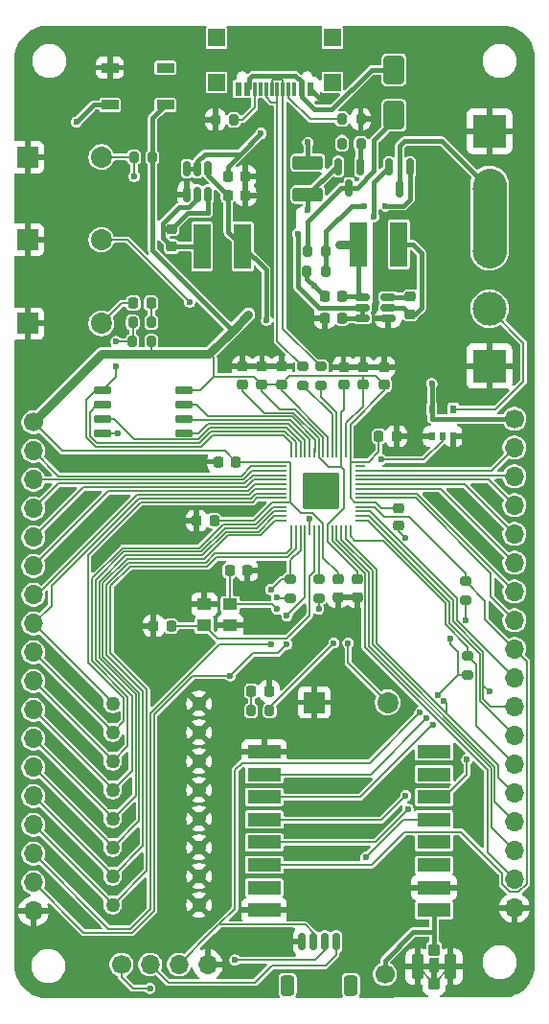
<source format=gtl>
G04 #@! TF.GenerationSoftware,KiCad,Pcbnew,9.0.4-9.0.4-0~ubuntu22.04.1*
G04 #@! TF.CreationDate,2025-09-21T20:46:47-04:00*
G04 #@! TF.ProjectId,Pico_RF_V1,5069636f-5f52-4465-9f56-312e6b696361,rev?*
G04 #@! TF.SameCoordinates,Original*
G04 #@! TF.FileFunction,Copper,L1,Top*
G04 #@! TF.FilePolarity,Positive*
%FSLAX46Y46*%
G04 Gerber Fmt 4.6, Leading zero omitted, Abs format (unit mm)*
G04 Created by KiCad (PCBNEW 9.0.4-9.0.4-0~ubuntu22.04.1) date 2025-09-21 20:46:47*
%MOMM*%
%LPD*%
G01*
G04 APERTURE LIST*
G04 Aperture macros list*
%AMRoundRect*
0 Rectangle with rounded corners*
0 $1 Rounding radius*
0 $2 $3 $4 $5 $6 $7 $8 $9 X,Y pos of 4 corners*
0 Add a 4 corners polygon primitive as box body*
4,1,4,$2,$3,$4,$5,$6,$7,$8,$9,$2,$3,0*
0 Add four circle primitives for the rounded corners*
1,1,$1+$1,$2,$3*
1,1,$1+$1,$4,$5*
1,1,$1+$1,$6,$7*
1,1,$1+$1,$8,$9*
0 Add four rect primitives between the rounded corners*
20,1,$1+$1,$2,$3,$4,$5,0*
20,1,$1+$1,$4,$5,$6,$7,0*
20,1,$1+$1,$6,$7,$8,$9,0*
20,1,$1+$1,$8,$9,$2,$3,0*%
G04 Aperture macros list end*
G04 #@! TA.AperFunction,SMDPad,CuDef*
%ADD10RoundRect,0.225000X0.225000X0.250000X-0.225000X0.250000X-0.225000X-0.250000X0.225000X-0.250000X0*%
G04 #@! TD*
G04 #@! TA.AperFunction,SMDPad,CuDef*
%ADD11RoundRect,0.218750X0.218750X0.256250X-0.218750X0.256250X-0.218750X-0.256250X0.218750X-0.256250X0*%
G04 #@! TD*
G04 #@! TA.AperFunction,SMDPad,CuDef*
%ADD12RoundRect,0.200000X-0.200000X-0.275000X0.200000X-0.275000X0.200000X0.275000X-0.200000X0.275000X0*%
G04 #@! TD*
G04 #@! TA.AperFunction,SMDPad,CuDef*
%ADD13RoundRect,0.250000X1.075000X-0.375000X1.075000X0.375000X-1.075000X0.375000X-1.075000X-0.375000X0*%
G04 #@! TD*
G04 #@! TA.AperFunction,SMDPad,CuDef*
%ADD14RoundRect,0.090000X0.660000X0.360000X-0.660000X0.360000X-0.660000X-0.360000X0.660000X-0.360000X0*%
G04 #@! TD*
G04 #@! TA.AperFunction,ComponentPad*
%ADD15C,1.700000*%
G04 #@! TD*
G04 #@! TA.AperFunction,ComponentPad*
%ADD16O,1.700000X1.700000*%
G04 #@! TD*
G04 #@! TA.AperFunction,ComponentPad*
%ADD17R,1.860000X1.860000*%
G04 #@! TD*
G04 #@! TA.AperFunction,ComponentPad*
%ADD18C,1.860000*%
G04 #@! TD*
G04 #@! TA.AperFunction,SMDPad,CuDef*
%ADD19R,1.500000X4.000000*%
G04 #@! TD*
G04 #@! TA.AperFunction,SMDPad,CuDef*
%ADD20RoundRect,0.200000X0.200000X0.275000X-0.200000X0.275000X-0.200000X-0.275000X0.200000X-0.275000X0*%
G04 #@! TD*
G04 #@! TA.AperFunction,SMDPad,CuDef*
%ADD21RoundRect,0.050000X-0.387500X-0.050000X0.387500X-0.050000X0.387500X0.050000X-0.387500X0.050000X0*%
G04 #@! TD*
G04 #@! TA.AperFunction,SMDPad,CuDef*
%ADD22RoundRect,0.050000X-0.050000X-0.387500X0.050000X-0.387500X0.050000X0.387500X-0.050000X0.387500X0*%
G04 #@! TD*
G04 #@! TA.AperFunction,ComponentPad*
%ADD23C,0.600000*%
G04 #@! TD*
G04 #@! TA.AperFunction,SMDPad,CuDef*
%ADD24RoundRect,0.144000X-1.456000X-1.456000X1.456000X-1.456000X1.456000X1.456000X-1.456000X1.456000X0*%
G04 #@! TD*
G04 #@! TA.AperFunction,SMDPad,CuDef*
%ADD25RoundRect,0.200000X-0.275000X0.200000X-0.275000X-0.200000X0.275000X-0.200000X0.275000X0.200000X0*%
G04 #@! TD*
G04 #@! TA.AperFunction,SMDPad,CuDef*
%ADD26RoundRect,0.150000X-0.150000X0.587500X-0.150000X-0.587500X0.150000X-0.587500X0.150000X0.587500X0*%
G04 #@! TD*
G04 #@! TA.AperFunction,SMDPad,CuDef*
%ADD27RoundRect,0.100000X-0.400000X-0.400000X0.400000X-0.400000X0.400000X0.400000X-0.400000X0.400000X0*%
G04 #@! TD*
G04 #@! TA.AperFunction,SMDPad,CuDef*
%ADD28RoundRect,0.105000X-0.420000X-0.995000X0.420000X-0.995000X0.420000X0.995000X-0.420000X0.995000X0*%
G04 #@! TD*
G04 #@! TA.AperFunction,SMDPad,CuDef*
%ADD29RoundRect,0.225000X-0.250000X0.225000X-0.250000X-0.225000X0.250000X-0.225000X0.250000X0.225000X0*%
G04 #@! TD*
G04 #@! TA.AperFunction,SMDPad,CuDef*
%ADD30RoundRect,0.250000X0.650000X-1.000000X0.650000X1.000000X-0.650000X1.000000X-0.650000X-1.000000X0*%
G04 #@! TD*
G04 #@! TA.AperFunction,SMDPad,CuDef*
%ADD31RoundRect,0.225000X0.250000X-0.225000X0.250000X0.225000X-0.250000X0.225000X-0.250000X-0.225000X0*%
G04 #@! TD*
G04 #@! TA.AperFunction,SMDPad,CuDef*
%ADD32RoundRect,0.150000X-0.650000X-0.150000X0.650000X-0.150000X0.650000X0.150000X-0.650000X0.150000X0*%
G04 #@! TD*
G04 #@! TA.AperFunction,SMDPad,CuDef*
%ADD33RoundRect,0.218750X-0.218750X-0.256250X0.218750X-0.256250X0.218750X0.256250X-0.218750X0.256250X0*%
G04 #@! TD*
G04 #@! TA.AperFunction,ComponentPad*
%ADD34R,3.000000X3.000000*%
G04 #@! TD*
G04 #@! TA.AperFunction,ComponentPad*
%ADD35C,3.000000*%
G04 #@! TD*
G04 #@! TA.AperFunction,ComponentPad*
%ADD36C,1.269000*%
G04 #@! TD*
G04 #@! TA.AperFunction,SMDPad,CuDef*
%ADD37RoundRect,0.150000X-0.512500X-0.150000X0.512500X-0.150000X0.512500X0.150000X-0.512500X0.150000X0*%
G04 #@! TD*
G04 #@! TA.AperFunction,SMDPad,CuDef*
%ADD38R,0.550000X0.800000*%
G04 #@! TD*
G04 #@! TA.AperFunction,SMDPad,CuDef*
%ADD39R,1.300000X1.050000*%
G04 #@! TD*
G04 #@! TA.AperFunction,SMDPad,CuDef*
%ADD40RoundRect,0.225000X-0.225000X-0.250000X0.225000X-0.250000X0.225000X0.250000X-0.225000X0.250000X0*%
G04 #@! TD*
G04 #@! TA.AperFunction,SMDPad,CuDef*
%ADD41RoundRect,0.150000X-0.150000X0.512500X-0.150000X-0.512500X0.150000X-0.512500X0.150000X0.512500X0*%
G04 #@! TD*
G04 #@! TA.AperFunction,SMDPad,CuDef*
%ADD42RoundRect,0.150000X-0.150000X-0.625000X0.150000X-0.625000X0.150000X0.625000X-0.150000X0.625000X0*%
G04 #@! TD*
G04 #@! TA.AperFunction,SMDPad,CuDef*
%ADD43RoundRect,0.250000X-0.350000X-0.650000X0.350000X-0.650000X0.350000X0.650000X-0.350000X0.650000X0*%
G04 #@! TD*
G04 #@! TA.AperFunction,SMDPad,CuDef*
%ADD44R,0.600000X1.150000*%
G04 #@! TD*
G04 #@! TA.AperFunction,SMDPad,CuDef*
%ADD45R,0.300000X1.150000*%
G04 #@! TD*
G04 #@! TA.AperFunction,SMDPad,CuDef*
%ADD46R,1.500000X1.500000*%
G04 #@! TD*
G04 #@! TA.AperFunction,SMDPad,CuDef*
%ADD47R,3.000000X1.200000*%
G04 #@! TD*
G04 #@! TA.AperFunction,ViaPad*
%ADD48C,0.600000*%
G04 #@! TD*
G04 #@! TA.AperFunction,Conductor*
%ADD49C,0.127000*%
G04 #@! TD*
G04 #@! TA.AperFunction,Conductor*
%ADD50C,0.200000*%
G04 #@! TD*
G04 #@! TA.AperFunction,Conductor*
%ADD51C,0.400000*%
G04 #@! TD*
G04 #@! TA.AperFunction,Conductor*
%ADD52C,0.150000*%
G04 #@! TD*
G04 #@! TA.AperFunction,Conductor*
%ADD53C,0.800000*%
G04 #@! TD*
G04 #@! TA.AperFunction,Conductor*
%ADD54C,3.000000*%
G04 #@! TD*
G04 #@! TA.AperFunction,Conductor*
%ADD55C,0.152400*%
G04 #@! TD*
G04 APERTURE END LIST*
D10*
X114375000Y-116500000D03*
X112825000Y-116500000D03*
D11*
X123037500Y-122250000D03*
X121462500Y-122250000D03*
D12*
X118275000Y-71800000D03*
X119925000Y-71800000D03*
D13*
X126450000Y-78400000D03*
X126450000Y-75600000D03*
D14*
X113850000Y-70500000D03*
X113850000Y-67200000D03*
X108950000Y-67200000D03*
X108950000Y-70500000D03*
D15*
X109980000Y-146400000D03*
D16*
X112520000Y-146400000D03*
X115060000Y-146400000D03*
X117600000Y-146400000D03*
D17*
X101700000Y-89800000D03*
D18*
X108200000Y-89800000D03*
D19*
X130900000Y-82800000D03*
X134500000Y-82800000D03*
D20*
X131125000Y-73900000D03*
X129475000Y-73900000D03*
D12*
X111075000Y-75100000D03*
X112725000Y-75100000D03*
D21*
X124162500Y-102000000D03*
X124162500Y-102400000D03*
X124162500Y-102800000D03*
X124162500Y-103200000D03*
X124162500Y-103600000D03*
X124162500Y-104000000D03*
X124162500Y-104400000D03*
X124162500Y-104800000D03*
X124162500Y-105200000D03*
X124162500Y-105600000D03*
X124162500Y-106000000D03*
X124162500Y-106400000D03*
X124162500Y-106800000D03*
X124162500Y-107200000D03*
D22*
X125000000Y-108037500D03*
X125400000Y-108037500D03*
X125800000Y-108037500D03*
X126200000Y-108037500D03*
X126600000Y-108037500D03*
X127000000Y-108037500D03*
X127400000Y-108037500D03*
X127800000Y-108037500D03*
X128200000Y-108037500D03*
X128600000Y-108037500D03*
X129000000Y-108037500D03*
X129400000Y-108037500D03*
X129800000Y-108037500D03*
X130200000Y-108037500D03*
D21*
X131037500Y-107200000D03*
X131037500Y-106800000D03*
X131037500Y-106400000D03*
X131037500Y-106000000D03*
X131037500Y-105600000D03*
X131037500Y-105200000D03*
X131037500Y-104800000D03*
X131037500Y-104400000D03*
X131037500Y-104000000D03*
X131037500Y-103600000D03*
X131037500Y-103200000D03*
X131037500Y-102800000D03*
X131037500Y-102400000D03*
X131037500Y-102000000D03*
D22*
X130200000Y-101162500D03*
X129800000Y-101162500D03*
X129400000Y-101162500D03*
X129000000Y-101162500D03*
X128600000Y-101162500D03*
X128200000Y-101162500D03*
X127800000Y-101162500D03*
X127400000Y-101162500D03*
X127000000Y-101162500D03*
X126600000Y-101162500D03*
X126200000Y-101162500D03*
X125800000Y-101162500D03*
X125400000Y-101162500D03*
X125000000Y-101162500D03*
D23*
X126325000Y-103325000D03*
X126325000Y-104600000D03*
X126325000Y-105875000D03*
X127600000Y-103325000D03*
X127600000Y-104600000D03*
D24*
X127600000Y-104600000D03*
D23*
X127600000Y-105875000D03*
X128875000Y-103325000D03*
X128875000Y-104600000D03*
X128875000Y-105875000D03*
D25*
X127400000Y-112375000D03*
X127400000Y-114025000D03*
D26*
X135500000Y-76000000D03*
X133600000Y-76000000D03*
X134550000Y-77875000D03*
D27*
X137600000Y-145100000D03*
D28*
X139075000Y-146600000D03*
D27*
X137600000Y-148100000D03*
D28*
X136125000Y-146600000D03*
D29*
X129100000Y-112400000D03*
X129100000Y-113950000D03*
D30*
X134050000Y-71400000D03*
X134050000Y-67400000D03*
D31*
X133200000Y-95200000D03*
X133200000Y-93650000D03*
D25*
X140400000Y-112575000D03*
X140400000Y-114225000D03*
D17*
X101700000Y-75100000D03*
D18*
X108200000Y-75100000D03*
D32*
X108300000Y-95695000D03*
X108300000Y-96965000D03*
X108300000Y-98235000D03*
X108300000Y-99505000D03*
X115500000Y-99505000D03*
X115500000Y-98235000D03*
X115500000Y-96965000D03*
X115500000Y-95695000D03*
D33*
X111012500Y-88000000D03*
X112587500Y-88000000D03*
D25*
X140600000Y-119175000D03*
X140600000Y-120825000D03*
D12*
X129475000Y-71750000D03*
X131125000Y-71750000D03*
D19*
X120700000Y-83000000D03*
X117100000Y-83000000D03*
D31*
X129600000Y-95200000D03*
X129600000Y-93650000D03*
D34*
X142500000Y-93560000D03*
D35*
X142500000Y-88480000D03*
X142500000Y-83400000D03*
D10*
X129475000Y-89300000D03*
X127925000Y-89300000D03*
D29*
X130800000Y-112400000D03*
X130800000Y-113950000D03*
D10*
X129475000Y-87400000D03*
X127925000Y-87400000D03*
D12*
X110975000Y-89700000D03*
X112625000Y-89700000D03*
D31*
X124100000Y-95150000D03*
X124100000Y-93600000D03*
D15*
X102200000Y-98520000D03*
D16*
X102200000Y-101060000D03*
X102200000Y-103600000D03*
X102200000Y-106140000D03*
X102200000Y-108680000D03*
X102200000Y-111220000D03*
X102200000Y-113760000D03*
X102200000Y-116300000D03*
X102200000Y-118840000D03*
X102200000Y-121380000D03*
X102200000Y-123920000D03*
X102200000Y-126460000D03*
X102200000Y-129000000D03*
X102200000Y-131540000D03*
X102200000Y-134080000D03*
X102200000Y-136620000D03*
X102200000Y-139160000D03*
X102200000Y-141700000D03*
D25*
X126000000Y-93600000D03*
X126000000Y-95250000D03*
D36*
X116820000Y-123360000D03*
X116820000Y-125900000D03*
X116820000Y-128440000D03*
X116820000Y-130980000D03*
X116820000Y-133520000D03*
X116820000Y-136060000D03*
X116820000Y-138600000D03*
X116820000Y-141140000D03*
X109200000Y-123360000D03*
X109200000Y-125900000D03*
X109200000Y-128440000D03*
X109200000Y-130980000D03*
X109200000Y-133520000D03*
X109200000Y-136060000D03*
X109200000Y-138600000D03*
X109200000Y-141140000D03*
D10*
X118175000Y-107200000D03*
X116625000Y-107200000D03*
D31*
X122400000Y-95150000D03*
X122400000Y-93600000D03*
D12*
X126400000Y-83400000D03*
X128050000Y-83400000D03*
D10*
X120075000Y-102000000D03*
X118525000Y-102000000D03*
D37*
X131262500Y-87450000D03*
X131262500Y-88400000D03*
X131262500Y-89350000D03*
X133537500Y-89350000D03*
X133537500Y-88400000D03*
X133537500Y-87450000D03*
D29*
X114400000Y-81450000D03*
X114400000Y-83000000D03*
D38*
X137400000Y-99750000D03*
X138350000Y-99750000D03*
X139300000Y-99750000D03*
X139300000Y-97350000D03*
X137400000Y-97350000D03*
D39*
X117300000Y-116450000D03*
X119600000Y-116450000D03*
X119600000Y-114600000D03*
X117300000Y-114600000D03*
D20*
X128025000Y-85200000D03*
X126375000Y-85200000D03*
D40*
X119375000Y-76775000D03*
X120925000Y-76775000D03*
D15*
X133250000Y-147250000D03*
D40*
X119550000Y-111600000D03*
X121100000Y-111600000D03*
D25*
X127600000Y-93600000D03*
X127600000Y-95250000D03*
D12*
X121425000Y-124000000D03*
X123075000Y-124000000D03*
D29*
X135500000Y-87425000D03*
X135500000Y-88975000D03*
X134500000Y-106100000D03*
X134500000Y-107650000D03*
D41*
X117650000Y-76112500D03*
X116700000Y-76112500D03*
X115750000Y-76112500D03*
X115750000Y-78387500D03*
X116700000Y-78387500D03*
X117650000Y-78387500D03*
D15*
X144700000Y-98220000D03*
D16*
X144700000Y-100760000D03*
X144700000Y-103300000D03*
X144700000Y-105840000D03*
X144700000Y-108380000D03*
X144700000Y-110920000D03*
X144700000Y-113460000D03*
X144700000Y-116000000D03*
X144700000Y-118540000D03*
X144700000Y-121080000D03*
X144700000Y-123620000D03*
X144700000Y-126160000D03*
X144700000Y-128700000D03*
X144700000Y-131240000D03*
X144700000Y-133780000D03*
X144700000Y-136320000D03*
X144700000Y-138860000D03*
X144700000Y-141400000D03*
D42*
X125950000Y-144375000D03*
X126950000Y-144375000D03*
X127950000Y-144375000D03*
X128950000Y-144375000D03*
D43*
X124650000Y-148250000D03*
X130250000Y-148250000D03*
D25*
X124900000Y-112375000D03*
X124900000Y-114025000D03*
D26*
X131050000Y-75925000D03*
X129150000Y-75925000D03*
X130100000Y-77800000D03*
D31*
X120700000Y-95150000D03*
X120700000Y-93600000D03*
D44*
X126700000Y-69075000D03*
X125900000Y-69075000D03*
D45*
X124750000Y-69075000D03*
X123750000Y-69075000D03*
X123250000Y-69075000D03*
X122250000Y-69075000D03*
D44*
X121100000Y-69075000D03*
X120300000Y-69075000D03*
D45*
X121750000Y-69075000D03*
X122750000Y-69075000D03*
X124250000Y-69075000D03*
X125250000Y-69075000D03*
D46*
X128620000Y-68500000D03*
X118380000Y-68500000D03*
X128620000Y-64570000D03*
X118380000Y-64570000D03*
D17*
X127000000Y-123250000D03*
D18*
X133500000Y-123250000D03*
D40*
X119400000Y-78475000D03*
X120950000Y-78475000D03*
D31*
X131300000Y-95175000D03*
X131300000Y-93625000D03*
D20*
X112600000Y-91400000D03*
X110950000Y-91400000D03*
D47*
X122600000Y-127600000D03*
X122600000Y-129600000D03*
X122600000Y-131600000D03*
X122600000Y-133600000D03*
X122600000Y-135600000D03*
X122600000Y-137600000D03*
X122600000Y-139600000D03*
X122600000Y-141600000D03*
X137600000Y-141600000D03*
X137600000Y-139600000D03*
X137600000Y-137600000D03*
X137600000Y-135600000D03*
X137600000Y-133600000D03*
X137600000Y-131600000D03*
X137600000Y-129600000D03*
X137600000Y-127600000D03*
D40*
X132725000Y-99750000D03*
X134275000Y-99750000D03*
D35*
X142500000Y-77900000D03*
D34*
X142500000Y-72820000D03*
D17*
X101700000Y-82400000D03*
D18*
X108200000Y-82400000D03*
D48*
X109700000Y-99500000D03*
X104950000Y-89800000D03*
X138425000Y-143700000D03*
X126750000Y-117500000D03*
X121000000Y-65250000D03*
X138400000Y-142900000D03*
X113875000Y-119300000D03*
X116250000Y-90250000D03*
X134850000Y-143275000D03*
X107100000Y-147457969D03*
X130250000Y-91500000D03*
X104950000Y-82400000D03*
X107175000Y-107325000D03*
X131500000Y-134500000D03*
X119250000Y-87500000D03*
X103500000Y-94500000D03*
X128825000Y-147750000D03*
X105750000Y-70000000D03*
X137250000Y-85000000D03*
X122500000Y-71500000D03*
X134575000Y-145900000D03*
X136700000Y-142750000D03*
X134000000Y-130500000D03*
X137000000Y-80250000D03*
X111250000Y-79500000D03*
X128500000Y-116000000D03*
X101500000Y-94500000D03*
X125750000Y-132500000D03*
X127012500Y-86487500D03*
X136750000Y-91250000D03*
X121950000Y-79975000D03*
X119750000Y-125750000D03*
X125750000Y-127500000D03*
X122400000Y-111600000D03*
X109700000Y-102100000D03*
X102500000Y-71000000D03*
X104950000Y-75100000D03*
X135950000Y-98225000D03*
X101750000Y-78500000D03*
X120000000Y-144500000D03*
X136100000Y-144400000D03*
X137000000Y-75250000D03*
X115750000Y-65250000D03*
X111250000Y-81500000D03*
X114450000Y-73775000D03*
X135500000Y-95250000D03*
X110550000Y-115575000D03*
X113725000Y-136800000D03*
X134600000Y-146675000D03*
X120775000Y-147050000D03*
X135750000Y-142750000D03*
X111350000Y-118050000D03*
X125750000Y-130500000D03*
X134125000Y-144025000D03*
X113700000Y-139525000D03*
X120975000Y-106375000D03*
X126250000Y-65250000D03*
X122375000Y-75050000D03*
X128000000Y-70000000D03*
X132650000Y-145550000D03*
X126250000Y-147750000D03*
X130250000Y-123250000D03*
X111250000Y-85750000D03*
X107150000Y-102125000D03*
X113625000Y-128000000D03*
X134000000Y-139000000D03*
X119550000Y-73525000D03*
X135100000Y-108700000D03*
X133350000Y-144750000D03*
X121750000Y-91250000D03*
X125750000Y-134500000D03*
X115050000Y-107200000D03*
X119825000Y-122550000D03*
X101750000Y-86000000D03*
X126600000Y-107000000D03*
X125100000Y-71500000D03*
X104938948Y-143218088D03*
X113675000Y-125750000D03*
X117300000Y-112500000D03*
X125750000Y-136500000D03*
X111500000Y-68000000D03*
X121900000Y-116400000D03*
X118475000Y-79925000D03*
X138825000Y-144500000D03*
X132600000Y-98000000D03*
X128000000Y-91500000D03*
X125500000Y-88100000D03*
X125750000Y-140000000D03*
X126450000Y-73800000D03*
X125550000Y-81850000D03*
X122300000Y-73000000D03*
X123727000Y-115000000D03*
X127400000Y-115000000D03*
X131550000Y-136950000D03*
X129200000Y-82800000D03*
X140400000Y-116000000D03*
X121200000Y-89000000D03*
X139000000Y-117600000D03*
X136350000Y-124150000D03*
X137900000Y-122600000D03*
X124601917Y-118125520D03*
X119600000Y-120900000D03*
X106000000Y-72000000D03*
X124600000Y-115600000D03*
X112500000Y-148500000D03*
X120000000Y-146000000D03*
X123200000Y-118127000D03*
X123200000Y-113300000D03*
X130000000Y-118000000D03*
X135100000Y-131500000D03*
X140500000Y-128300000D03*
X136925000Y-124675000D03*
X138450000Y-123150000D03*
X142500000Y-122300000D03*
X137500000Y-125250000D03*
X116000000Y-87900000D03*
X135300000Y-132700000D03*
X111100000Y-76800000D03*
X128750000Y-118000000D03*
X131400000Y-79400000D03*
X133300000Y-79400000D03*
X109500000Y-93600000D03*
X109500000Y-91400000D03*
X122800000Y-89500000D03*
X137400000Y-95100000D03*
X132900000Y-101800000D03*
X123727000Y-114000000D03*
X126400000Y-79775000D03*
X132300000Y-80350000D03*
D49*
X125950000Y-144375000D02*
X120125000Y-144375000D01*
X120125000Y-144375000D02*
X120000000Y-144500000D01*
D50*
X120000000Y-141460000D02*
X118580000Y-142880000D01*
D49*
X126950000Y-144375000D02*
X126950000Y-143600001D01*
X126950000Y-143600001D02*
X126229999Y-142880000D01*
X126229999Y-142880000D02*
X118580000Y-142880000D01*
D51*
X125900000Y-69775000D02*
X127025000Y-70900000D01*
X130100000Y-77800000D02*
X130800000Y-77800000D01*
X132300000Y-76300000D02*
X132300000Y-73600000D01*
X130800000Y-77800000D02*
X132300000Y-76300000D01*
X132300000Y-73600000D02*
X134050000Y-71850000D01*
X134050000Y-71850000D02*
X134050000Y-71400000D01*
X125900000Y-69075000D02*
X125900000Y-69775000D01*
X127025000Y-70900000D02*
X128575000Y-70900000D01*
X128575000Y-70900000D02*
X132075000Y-67400000D01*
X132075000Y-67400000D02*
X134050000Y-67400000D01*
D50*
X137600000Y-148075000D02*
X139075000Y-146600000D01*
D51*
X127925000Y-89300000D02*
X126700000Y-89300000D01*
D50*
X136125000Y-146600000D02*
X137600000Y-148075000D01*
D51*
X126375000Y-85200000D02*
X126375000Y-85850000D01*
X123037500Y-122250000D02*
X123037500Y-121212500D01*
D50*
X116625000Y-107200000D02*
X115050000Y-107200000D01*
X109800000Y-102000000D02*
X109700000Y-102100000D01*
D51*
X127012500Y-86487500D02*
X127925000Y-87400000D01*
X128000000Y-70000000D02*
X127625000Y-70000000D01*
D50*
X134500000Y-107650000D02*
X134500000Y-108100000D01*
D51*
X123037500Y-121212500D02*
X126750000Y-117500000D01*
D50*
X118525000Y-102000000D02*
X109800000Y-102000000D01*
D51*
X127625000Y-70000000D02*
X126700000Y-69075000D01*
X137400000Y-99750000D02*
X136375000Y-99750000D01*
D50*
X121850000Y-116450000D02*
X121900000Y-116400000D01*
D51*
X126700000Y-89300000D02*
X125500000Y-88100000D01*
D50*
X119600000Y-116450000D02*
X121850000Y-116450000D01*
D51*
X136375000Y-99750000D02*
X135950000Y-99325000D01*
X126375000Y-85850000D02*
X127012500Y-86487500D01*
D50*
X137600000Y-148100000D02*
X137600000Y-148075000D01*
X116820000Y-128440000D02*
X116980000Y-128600000D01*
X109695000Y-99505000D02*
X109700000Y-99500000D01*
X126600000Y-108037500D02*
X126600000Y-107000000D01*
X108300000Y-99505000D02*
X109695000Y-99505000D01*
X121100000Y-111600000D02*
X122400000Y-111600000D01*
X117300000Y-114600000D02*
X117300000Y-112500000D01*
X134500000Y-108100000D02*
X135100000Y-108700000D01*
D51*
X135950000Y-99325000D02*
X135950000Y-98225000D01*
X131262500Y-88400000D02*
X127400000Y-88400000D01*
X115750000Y-76112500D02*
X116700000Y-76112500D01*
X131262500Y-88400000D02*
X131262500Y-89350000D01*
X129525000Y-89350000D02*
X129475000Y-89300000D01*
X126450000Y-75600000D02*
X126450000Y-73800000D01*
X131262500Y-89350000D02*
X129525000Y-89350000D01*
X122300000Y-73000000D02*
X120475000Y-74825000D01*
X116700000Y-75450001D02*
X117325001Y-74825000D01*
X125550000Y-86550000D02*
X127400000Y-88400000D01*
X125550000Y-81850000D02*
X125550000Y-86550000D01*
X120475000Y-74825000D02*
X119375000Y-75925000D01*
X116700000Y-76112500D02*
X116700000Y-75450001D01*
X119375000Y-75925000D02*
X119375000Y-76775000D01*
X117325001Y-74825000D02*
X120475000Y-74825000D01*
D50*
X118450000Y-117600000D02*
X117300000Y-116450000D01*
X126600000Y-115562448D02*
X124562448Y-117600000D01*
X127000000Y-108037500D02*
X127000000Y-111690588D01*
X117250000Y-116500000D02*
X117300000Y-116450000D01*
X127000000Y-111690588D02*
X126600000Y-112090588D01*
X124562448Y-117600000D02*
X118450000Y-117600000D01*
X114375000Y-116500000D02*
X117250000Y-116500000D01*
X126600000Y-112090588D02*
X126600000Y-115562448D01*
X119550000Y-114550000D02*
X119600000Y-114600000D01*
X123327000Y-114600000D02*
X119600000Y-114600000D01*
X119550000Y-111600000D02*
X119550000Y-114550000D01*
X123727000Y-115000000D02*
X123327000Y-114600000D01*
X127400000Y-114025000D02*
X127400000Y-115000000D01*
X127800000Y-110500000D02*
X127800000Y-108037500D01*
X131037500Y-102000000D02*
X130200000Y-102000000D01*
D51*
X112725000Y-71625000D02*
X113850000Y-70500000D01*
D50*
X130200000Y-105200000D02*
X130200000Y-102000000D01*
X122400000Y-95150000D02*
X121723000Y-94473000D01*
X129800000Y-98600000D02*
X131300000Y-97100000D01*
D51*
X131212500Y-87400000D02*
X131262500Y-87450000D01*
D52*
X126807936Y-106498000D02*
X125798000Y-106498000D01*
D50*
X123300000Y-105600000D02*
X124162500Y-105600000D01*
X131800000Y-102000000D02*
X132725000Y-101075000D01*
X139000000Y-118100000D02*
X139675000Y-118775000D01*
D52*
X124900000Y-105600000D02*
X124162500Y-105600000D01*
D51*
X112725000Y-83325000D02*
X119800000Y-90400000D01*
X129475000Y-87400000D02*
X131212500Y-87400000D01*
D50*
X132400000Y-94400000D02*
X133200000Y-95200000D01*
X140400000Y-114225000D02*
X140400000Y-116000000D01*
X131037500Y-105600000D02*
X130600000Y-105600000D01*
D51*
X112725000Y-75100000D02*
X112725000Y-71625000D01*
D50*
X131900000Y-128600000D02*
X136350000Y-124150000D01*
X132900000Y-106100000D02*
X134500000Y-106100000D01*
X120000000Y-129250000D02*
X120000000Y-141460000D01*
D52*
X127800000Y-107490064D02*
X126807936Y-106498000D01*
D50*
X131300000Y-94400000D02*
X132400000Y-94400000D01*
X104707000Y-101027000D02*
X102200000Y-98520000D01*
X130600000Y-105600000D02*
X130200000Y-105200000D01*
X137900000Y-122600000D02*
X139675000Y-120825000D01*
X125302464Y-97362672D02*
X123962672Y-97362672D01*
X116900000Y-95700000D02*
X116895000Y-95695000D01*
X129800000Y-101162500D02*
X129800000Y-98600000D01*
D53*
X130900000Y-82800000D02*
X129200000Y-82800000D01*
D52*
X125798000Y-106498000D02*
X124900000Y-105600000D01*
D53*
X117698000Y-92502000D02*
X119800000Y-90400000D01*
D50*
X119102000Y-101027000D02*
X104707000Y-101027000D01*
X120075000Y-102000000D02*
X119102000Y-101027000D01*
X118127000Y-94473000D02*
X118127000Y-92827000D01*
D53*
X102200000Y-98520000D02*
X108218000Y-92502000D01*
D50*
X130200000Y-98700000D02*
X133200000Y-95700000D01*
X124162500Y-102000000D02*
X120075000Y-102000000D01*
X118175000Y-107200000D02*
X121700000Y-107200000D01*
X131300000Y-95175000D02*
X131300000Y-94400000D01*
X139675000Y-118775000D02*
X139675000Y-120825000D01*
X124100000Y-95150000D02*
X124100000Y-95700000D01*
X116895000Y-95695000D02*
X115500000Y-95695000D01*
D51*
X112725000Y-75100000D02*
X112725000Y-83325000D01*
D50*
X124850000Y-94400000D02*
X131300000Y-94400000D01*
X131900000Y-128600000D02*
X120650000Y-128600000D01*
D52*
X124162500Y-102000000D02*
X124900000Y-102000000D01*
D50*
X139675000Y-120825000D02*
X140600000Y-120825000D01*
X134900000Y-133600000D02*
X137600000Y-133600000D01*
X132725000Y-101075000D02*
X132725000Y-99750000D01*
X124100000Y-95150000D02*
X124850000Y-94400000D01*
X118127000Y-92827000D02*
X117800000Y-92500000D01*
X121700000Y-107200000D02*
X123300000Y-105600000D01*
X131037500Y-102000000D02*
X131800000Y-102000000D01*
X118580000Y-142880000D02*
X117980000Y-143480000D01*
X131300000Y-97100000D02*
X131300000Y-95175000D01*
X130200000Y-101162500D02*
X130200000Y-98700000D01*
X112600000Y-91400000D02*
X112600000Y-92502000D01*
X127800000Y-101162500D02*
X127800000Y-99860208D01*
X133200000Y-95700000D02*
X133200000Y-95200000D01*
X122400000Y-95150000D02*
X124100000Y-95150000D01*
X122400000Y-95800000D02*
X122400000Y-95150000D01*
X132400000Y-105600000D02*
X132900000Y-106100000D01*
X127800000Y-99860208D02*
X125302464Y-97362672D01*
D51*
X131262500Y-87450000D02*
X130900000Y-87087500D01*
D52*
X112900000Y-75275000D02*
X112725000Y-75100000D01*
D50*
X139000000Y-117600000D02*
X139000000Y-118100000D01*
X123962672Y-97362672D02*
X122400000Y-95800000D01*
X117980000Y-143480000D02*
X115060000Y-146400000D01*
D53*
X121200000Y-89000000D02*
X119800000Y-90400000D01*
D51*
X130900000Y-87087500D02*
X130900000Y-82800000D01*
D53*
X108218000Y-92502000D02*
X117698000Y-92502000D01*
D50*
X121723000Y-94473000D02*
X118127000Y-94473000D01*
X131037500Y-105600000D02*
X132400000Y-105600000D01*
X124100000Y-95700000D02*
X128200000Y-99800000D01*
X120650000Y-128600000D02*
X120000000Y-129250000D01*
D52*
X127800000Y-108037500D02*
X127800000Y-107490064D01*
D50*
X118127000Y-94473000D02*
X116900000Y-95700000D01*
D52*
X124900000Y-102000000D02*
X124900000Y-105600000D01*
D50*
X129100000Y-111800000D02*
X127800000Y-110500000D01*
X131550000Y-136950000D02*
X134900000Y-133600000D01*
X130200000Y-102000000D02*
X130200000Y-101162500D01*
X129100000Y-112400000D02*
X129100000Y-111800000D01*
X128200000Y-99800000D02*
X128200000Y-101162500D01*
D51*
X133537500Y-87450000D02*
X135475000Y-87450000D01*
X135475000Y-87450000D02*
X135500000Y-87425000D01*
X136500000Y-83600000D02*
X136500000Y-88400000D01*
X134500000Y-82800000D02*
X135700000Y-82800000D01*
X136500000Y-88400000D02*
X135925000Y-88975000D01*
X134925000Y-88400000D02*
X135500000Y-88975000D01*
X133537500Y-88400000D02*
X134925000Y-88400000D01*
X135925000Y-88975000D02*
X135500000Y-88975000D01*
X135700000Y-82800000D02*
X136500000Y-83600000D01*
D50*
X122589672Y-97689672D02*
X120700000Y-95800000D01*
X120700000Y-95800000D02*
X120700000Y-95150000D01*
D52*
X129400000Y-102500000D02*
X129600000Y-102700000D01*
D50*
X129600000Y-97400000D02*
X129600000Y-95200000D01*
X130800000Y-111650000D02*
X130800000Y-112400000D01*
X129400000Y-97600000D02*
X129600000Y-97400000D01*
X127400000Y-101162500D02*
X127400000Y-99922656D01*
D52*
X128200000Y-107521116D02*
X128200000Y-108037500D01*
D50*
X128200000Y-108037500D02*
X128200000Y-109050000D01*
D52*
X129600000Y-102700000D02*
X129600000Y-106121116D01*
D50*
X129400000Y-101162500D02*
X129400000Y-97600000D01*
D52*
X127400000Y-101162500D02*
X127400000Y-101600000D01*
X129600000Y-106121116D02*
X128200000Y-107521116D01*
X127400000Y-101600000D02*
X128300000Y-102500000D01*
X128300000Y-102500000D02*
X129400000Y-102500000D01*
D50*
X128200000Y-109050000D02*
X130800000Y-111650000D01*
X127400000Y-99922656D02*
X125167016Y-97689672D01*
D52*
X129400000Y-101162500D02*
X129400000Y-102500000D01*
D50*
X125167016Y-97689672D02*
X122589672Y-97689672D01*
X121462500Y-122250000D02*
X121462500Y-123962500D01*
X121462500Y-123962500D02*
X121425000Y-124000000D01*
X110000000Y-88000000D02*
X108200000Y-89800000D01*
X111012500Y-88000000D02*
X110000000Y-88000000D01*
X112625000Y-88037500D02*
X112587500Y-88000000D01*
D52*
X112587500Y-88000000D02*
X112587500Y-88087500D01*
X112625000Y-89700000D02*
X112625000Y-89725000D01*
D50*
X112625000Y-89700000D02*
X112625000Y-88037500D01*
X126200000Y-113809412D02*
X126200000Y-108037500D01*
X126200000Y-114000000D02*
X124600000Y-115600000D01*
X116300000Y-120900000D02*
X112862000Y-124338000D01*
D51*
X106000000Y-72000000D02*
X107500000Y-70500000D01*
D50*
X121600000Y-118900000D02*
X119600000Y-120900000D01*
X126200000Y-113809412D02*
X126200000Y-114000000D01*
X112862000Y-141638000D02*
X110900000Y-143600000D01*
D51*
X107500000Y-70500000D02*
X108950000Y-70500000D01*
D50*
X123827437Y-118900000D02*
X121600000Y-118900000D01*
X112862000Y-124338000D02*
X112862000Y-141638000D01*
X102518345Y-139160000D02*
X102200000Y-139160000D01*
X124601917Y-118125520D02*
X123827437Y-118900000D01*
X106640000Y-143600000D02*
X102200000Y-139160000D01*
X110900000Y-143600000D02*
X106640000Y-143600000D01*
X119600000Y-120900000D02*
X116300000Y-120900000D01*
D49*
X121100000Y-69075000D02*
X121100000Y-68617000D01*
D51*
X125325592Y-67891600D02*
X125900000Y-68466008D01*
X121552400Y-67891600D02*
X125325592Y-67891600D01*
X125900000Y-68466008D02*
X125900000Y-69075000D01*
X121100000Y-69075000D02*
X121272000Y-68903000D01*
D49*
X125900000Y-68650000D02*
X125900000Y-69075000D01*
D51*
X121272000Y-68903000D02*
X121272000Y-68172000D01*
X121272000Y-68172000D02*
X121552400Y-67891600D01*
X126400000Y-80800000D02*
X126400000Y-83400000D01*
X130100000Y-77800000D02*
X129400000Y-77800000D01*
X129400000Y-77800000D02*
X126400000Y-80800000D01*
D50*
X121292000Y-104908000D02*
X111367104Y-104908000D01*
X121750000Y-148000000D02*
X123250000Y-146500000D01*
X102515104Y-113760000D02*
X102200000Y-113760000D01*
X128950000Y-145550000D02*
X128950000Y-144375000D01*
X123250000Y-146500000D02*
X128000000Y-146500000D01*
X124162500Y-104400000D02*
X121800000Y-104400000D01*
X114120000Y-148000000D02*
X121750000Y-148000000D01*
X121800000Y-104400000D02*
X121292000Y-104908000D01*
X112520000Y-146400000D02*
X114120000Y-148000000D01*
X111367104Y-104908000D02*
X102515104Y-113760000D01*
X128000000Y-146500000D02*
X128950000Y-145550000D01*
X120873000Y-103927000D02*
X104413000Y-103927000D01*
X124162500Y-103200000D02*
X121600000Y-103200000D01*
X104413000Y-103927000D02*
X102200000Y-106140000D01*
X121600000Y-103200000D02*
X120873000Y-103927000D01*
X102200000Y-134080000D02*
X109200000Y-141080000D01*
X118380700Y-110427000D02*
X117545700Y-111262000D01*
X109200000Y-141080000D02*
X109200000Y-141140000D01*
X112208000Y-122133312D02*
X112208000Y-138132000D01*
X112208000Y-138132000D02*
X109200000Y-141140000D01*
X117545700Y-111262000D02*
X110738000Y-111262000D01*
X109000000Y-113000000D02*
X109000000Y-118925312D01*
X109000000Y-118925312D02*
X112208000Y-122133312D01*
X125400000Y-108037500D02*
X125400000Y-109700000D01*
X110738000Y-111262000D02*
X109000000Y-113000000D01*
X125400000Y-109700000D02*
X124673000Y-110427000D01*
X124673000Y-110427000D02*
X118380700Y-110427000D01*
X119103908Y-107854000D02*
X117003908Y-109954000D01*
X123424896Y-106400000D02*
X121970896Y-107854000D01*
X110196208Y-109954000D02*
X107692000Y-112458208D01*
X110900000Y-129280000D02*
X109200000Y-130980000D01*
X107692000Y-119467104D02*
X110900000Y-122675104D01*
X124162500Y-106400000D02*
X123424896Y-106400000D01*
X110900000Y-122675104D02*
X110900000Y-129280000D01*
X109200000Y-130920000D02*
X109200000Y-130980000D01*
X117003908Y-109954000D02*
X110196208Y-109954000D01*
X107692000Y-112458208D02*
X107692000Y-119467104D01*
X102200000Y-123920000D02*
X109200000Y-130920000D01*
X121970896Y-107854000D02*
X119103908Y-107854000D01*
X121924896Y-105200000D02*
X121562896Y-105562000D01*
X109200000Y-125840000D02*
X109200000Y-125900000D01*
X111667202Y-105562000D02*
X107000000Y-110229202D01*
X102200000Y-118840000D02*
X109200000Y-125840000D01*
X121562896Y-105562000D02*
X111667202Y-105562000D01*
X107000000Y-119700000D02*
X110200000Y-122900000D01*
X107000000Y-110229202D02*
X107000000Y-119700000D01*
X110200000Y-124900000D02*
X109200000Y-125900000D01*
X124162500Y-105200000D02*
X121924896Y-105200000D01*
X110200000Y-122900000D02*
X110200000Y-124900000D01*
X122241792Y-108508000D02*
X119374804Y-108508000D01*
X123549792Y-107200000D02*
X122241792Y-108508000D01*
X108346000Y-119196208D02*
X111554000Y-122404208D01*
X111554000Y-122404208D02*
X111554000Y-133706000D01*
X108346000Y-112729104D02*
X108346000Y-119196208D01*
X117274804Y-110608000D02*
X110467104Y-110608000D01*
X124162500Y-107200000D02*
X123549792Y-107200000D01*
X109200000Y-136000000D02*
X109200000Y-136060000D01*
X110467104Y-110608000D02*
X108346000Y-112729104D01*
X102200000Y-129000000D02*
X109200000Y-136000000D01*
X119374804Y-108508000D02*
X117274804Y-110608000D01*
X111554000Y-133706000D02*
X109200000Y-136060000D01*
X111881000Y-135919000D02*
X109200000Y-138600000D01*
X111881000Y-122268760D02*
X111881000Y-135919000D01*
X109200000Y-138540000D02*
X109200000Y-138600000D01*
X102200000Y-131540000D02*
X109200000Y-138540000D01*
X117410252Y-110935000D02*
X110602552Y-110935000D01*
X124537552Y-110100000D02*
X118245252Y-110100000D01*
X110602552Y-110935000D02*
X108673000Y-112864552D01*
X118245252Y-110100000D02*
X117410252Y-110935000D01*
X125000000Y-108037500D02*
X125000000Y-109637552D01*
X125000000Y-109637552D02*
X124537552Y-110100000D01*
X108673000Y-119060760D02*
X111881000Y-122268760D01*
X108673000Y-112864552D02*
X108673000Y-119060760D01*
X103800000Y-114700000D02*
X102200000Y-116300000D01*
X103800000Y-112937552D02*
X103800000Y-114700000D01*
X111502552Y-105235000D02*
X103800000Y-112937552D01*
X109200000Y-123300000D02*
X109200000Y-123360000D01*
X124162500Y-104800000D02*
X121862448Y-104800000D01*
X102200000Y-116300000D02*
X109200000Y-123300000D01*
X121427448Y-105235000D02*
X111502552Y-105235000D01*
X121862448Y-104800000D02*
X121427448Y-105235000D01*
X121512448Y-102800000D02*
X120712448Y-103600000D01*
X124162500Y-102800000D02*
X121512448Y-102800000D01*
X120712448Y-103600000D02*
X102200000Y-103600000D01*
X122106344Y-108181000D02*
X119239356Y-108181000D01*
X108019000Y-119331656D02*
X111227000Y-122539656D01*
X108019000Y-112593656D02*
X108019000Y-119331656D01*
X117139356Y-110281000D02*
X110331656Y-110281000D01*
X102200000Y-126460000D02*
X109200000Y-133460000D01*
X123487344Y-106800000D02*
X122106344Y-108181000D01*
X119239356Y-108181000D02*
X117139356Y-110281000D01*
X111227000Y-122539656D02*
X111227000Y-131493000D01*
X110331656Y-110281000D02*
X108019000Y-112593656D01*
X109200000Y-133460000D02*
X109200000Y-133520000D01*
X124162500Y-106800000D02*
X123487344Y-106800000D01*
X111227000Y-131493000D02*
X109200000Y-133520000D01*
X121662448Y-103600000D02*
X121008448Y-104254000D01*
X121008448Y-104254000D02*
X106626000Y-104254000D01*
X124162500Y-103600000D02*
X121662448Y-103600000D01*
X106626000Y-104254000D02*
X102200000Y-108680000D01*
X120577000Y-103273000D02*
X104413000Y-103273000D01*
X124162500Y-102400000D02*
X121450000Y-102400000D01*
X104413000Y-103273000D02*
X102200000Y-101060000D01*
X121450000Y-102400000D02*
X120577000Y-103273000D01*
X109980000Y-147480000D02*
X111000000Y-148500000D01*
X102200000Y-111200000D02*
X102200000Y-111220000D01*
X127099999Y-146000000D02*
X127950000Y-145149999D01*
X121724896Y-104000000D02*
X121143896Y-104581000D01*
X120000000Y-146000000D02*
X127099999Y-146000000D01*
X111000000Y-148500000D02*
X112500000Y-148500000D01*
X124162500Y-104000000D02*
X121724896Y-104000000D01*
X121143896Y-104581000D02*
X108819000Y-104581000D01*
X108819000Y-104581000D02*
X102200000Y-111200000D01*
X127950000Y-145149999D02*
X127950000Y-144375000D01*
X109980000Y-146400000D02*
X109980000Y-147480000D01*
X110060760Y-109627000D02*
X107365000Y-112322760D01*
X124162500Y-106000000D02*
X123362448Y-106000000D01*
X110527000Y-127113000D02*
X109200000Y-128440000D01*
X112127000Y-109627000D02*
X112100000Y-109600000D01*
X107365000Y-119602552D02*
X110527000Y-122764552D01*
X107365000Y-112322760D02*
X107365000Y-119602552D01*
X123362448Y-106000000D02*
X121835448Y-107527000D01*
X121835448Y-107527000D02*
X118968460Y-107527000D01*
X112073000Y-109627000D02*
X110060760Y-109627000D01*
X102200000Y-121380000D02*
X109200000Y-128380000D01*
X112100000Y-109600000D02*
X112073000Y-109627000D01*
X118968460Y-107527000D02*
X116868460Y-109627000D01*
X110527000Y-122764552D02*
X110527000Y-127113000D01*
X109200000Y-128380000D02*
X109200000Y-128440000D01*
X116868460Y-109627000D02*
X112127000Y-109627000D01*
X124900000Y-112375000D02*
X124125000Y-112375000D01*
X108853000Y-143273000D02*
X102200000Y-136620000D01*
X124900000Y-112375000D02*
X124900000Y-110700000D01*
X118610552Y-118127000D02*
X112535000Y-124202552D01*
X110764552Y-143273000D02*
X108853000Y-143273000D01*
X112535000Y-141502552D02*
X110764552Y-143273000D01*
X112535000Y-124202552D02*
X112535000Y-141502552D01*
X123200000Y-118127000D02*
X118610552Y-118127000D01*
X125800000Y-109800000D02*
X125800000Y-108037500D01*
X102580000Y-136620000D02*
X102200000Y-136620000D01*
X124125000Y-112375000D02*
X123200000Y-113300000D01*
X124900000Y-110700000D02*
X125800000Y-109800000D01*
X131037500Y-104800000D02*
X136040000Y-104800000D01*
X130000000Y-118000000D02*
X130000000Y-119750000D01*
X130000000Y-119750000D02*
X133500000Y-123250000D01*
X136040000Y-104800000D02*
X144700000Y-113460000D01*
X138180000Y-104400000D02*
X144700000Y-110920000D01*
X131037500Y-104400000D02*
X138180000Y-104400000D01*
X138946000Y-114370896D02*
X138946000Y-116250896D01*
X138946000Y-116250896D02*
X141629000Y-118933896D01*
X122627000Y-133627000D02*
X132973000Y-133627000D01*
X122600000Y-133600000D02*
X122627000Y-133627000D01*
X141629000Y-118933896D02*
X141629000Y-123089000D01*
X131775104Y-107200000D02*
X138946000Y-114370896D01*
X141629000Y-123089000D02*
X144700000Y-126160000D01*
X131037500Y-107200000D02*
X131775104Y-107200000D01*
X132973000Y-133627000D02*
X135100000Y-131500000D01*
X139600000Y-114100000D02*
X131900000Y-106400000D01*
X144700000Y-121080000D02*
X139600000Y-115980000D01*
X140500000Y-129600000D02*
X140500000Y-128300000D01*
X131900000Y-106400000D02*
X131037500Y-106400000D01*
X139600000Y-115980000D02*
X139600000Y-114100000D01*
X138500000Y-131600000D02*
X140500000Y-129600000D01*
X137600000Y-131600000D02*
X138500000Y-131600000D01*
X138450000Y-123150000D02*
X138693672Y-123393672D01*
X132500000Y-118012656D02*
X138693672Y-124206328D01*
X132000000Y-129600000D02*
X122600000Y-129600000D01*
X144620000Y-131240000D02*
X144700000Y-131240000D01*
X143300000Y-129920000D02*
X144620000Y-131240000D01*
X129800000Y-108800208D02*
X132500000Y-111500208D01*
X138693672Y-123393672D02*
X138693672Y-124206328D01*
X132500000Y-111500208D02*
X132500000Y-118012656D01*
X138693672Y-124206328D02*
X143300000Y-128812656D01*
X129800000Y-108037500D02*
X129800000Y-108800208D01*
X143300000Y-128812656D02*
X143300000Y-129920000D01*
X136925000Y-124675000D02*
X132000000Y-129600000D01*
X131037500Y-102800000D02*
X142660000Y-102800000D01*
X142660000Y-102800000D02*
X144700000Y-100760000D01*
X129000000Y-108037500D02*
X129000000Y-108925104D01*
X129000000Y-108925104D02*
X131829000Y-111754104D01*
X142646000Y-134266000D02*
X144700000Y-136320000D01*
X131829000Y-118266552D02*
X142646000Y-129083552D01*
X142646000Y-129083552D02*
X142646000Y-134266000D01*
X131829000Y-111754104D02*
X131829000Y-118266552D01*
X141956000Y-121200000D02*
X141956000Y-122953552D01*
X131100000Y-131600000D02*
X122600000Y-131600000D01*
X131837552Y-106800000D02*
X139273000Y-114235448D01*
X141956000Y-122953552D02*
X142622448Y-123620000D01*
X139273000Y-116115448D02*
X141956000Y-118798448D01*
X139273000Y-114235448D02*
X139273000Y-116115448D01*
X141956000Y-118798448D02*
X141956000Y-121200000D01*
X131037500Y-106800000D02*
X131837552Y-106800000D01*
X142500000Y-122300000D02*
X141956000Y-121756000D01*
X142622448Y-123620000D02*
X144700000Y-123620000D01*
X137450000Y-125250000D02*
X131100000Y-131600000D01*
X137500000Y-125250000D02*
X137450000Y-125250000D01*
X141956000Y-121756000D02*
X141956000Y-121200000D01*
X135977552Y-105200000D02*
X142600000Y-111822448D01*
X142600000Y-111822448D02*
X142600000Y-113900000D01*
D52*
X116000000Y-87900000D02*
X110500000Y-82400000D01*
X110500000Y-82400000D02*
X108200000Y-82400000D01*
D50*
X142600000Y-113900000D02*
X144700000Y-116000000D01*
X131037500Y-105200000D02*
X135977552Y-105200000D01*
X140600000Y-119175000D02*
X141302000Y-119877000D01*
X133112656Y-109000000D02*
X138619000Y-114506344D01*
X130200000Y-108037500D02*
X130200000Y-108600000D01*
X130200000Y-108600000D02*
X130600000Y-109000000D01*
X130600000Y-109000000D02*
X133112656Y-109000000D01*
X138619000Y-116386344D02*
X140600000Y-118367344D01*
X138619000Y-114506344D02*
X138619000Y-116386344D01*
X140600000Y-118367344D02*
X140600000Y-119175000D01*
X132400000Y-135600000D02*
X135300000Y-132700000D01*
X141302000Y-119877000D02*
X141302000Y-125302000D01*
X122600000Y-135600000D02*
X132400000Y-135600000D01*
X141302000Y-125302000D02*
X144700000Y-128700000D01*
X131037500Y-103200000D02*
X144600000Y-103200000D01*
X144600000Y-103200000D02*
X144700000Y-103300000D01*
X122600000Y-137600000D02*
X132097552Y-137600000D01*
X133237552Y-106900000D02*
X135400000Y-106900000D01*
X142100000Y-114275000D02*
X142100000Y-115940000D01*
X145800000Y-119640000D02*
X144700000Y-118540000D01*
X134997552Y-134700000D02*
X140000000Y-134700000D01*
X143623000Y-139306109D02*
X144316891Y-140000000D01*
X140400000Y-112575000D02*
X142100000Y-114275000D01*
X132097552Y-137600000D02*
X134997552Y-134700000D01*
X131037500Y-106000000D02*
X132337552Y-106000000D01*
X140400000Y-111900000D02*
X140400000Y-112575000D01*
X143623000Y-138323000D02*
X143623000Y-139306109D01*
X132337552Y-106000000D02*
X133237552Y-106900000D01*
X144316891Y-140000000D02*
X145083109Y-140000000D01*
X145083109Y-140000000D02*
X145800000Y-139283109D01*
X145800000Y-139283109D02*
X145800000Y-119640000D01*
X140000000Y-134700000D02*
X143623000Y-138323000D01*
X135400000Y-106900000D02*
X140400000Y-111900000D01*
X142100000Y-115940000D02*
X144700000Y-118540000D01*
X128600000Y-108987552D02*
X131502000Y-111889552D01*
X128600000Y-108037500D02*
X128600000Y-108987552D01*
X142319000Y-129219000D02*
X142319000Y-136479000D01*
X131502000Y-111889552D02*
X131502000Y-118402000D01*
X131502000Y-118402000D02*
X142319000Y-129219000D01*
X142319000Y-136479000D02*
X144700000Y-138860000D01*
X129400000Y-108037500D02*
X129400000Y-108862656D01*
X111100000Y-76800000D02*
X111100000Y-75125000D01*
D52*
X111100000Y-76800000D02*
X111075000Y-76775000D01*
D50*
X142973000Y-128948104D02*
X142973000Y-132053000D01*
X132156000Y-118131104D02*
X142973000Y-128948104D01*
X111100000Y-75125000D02*
X111075000Y-75100000D01*
X132156000Y-111618656D02*
X132156000Y-118131104D01*
X108200000Y-75100000D02*
X111075000Y-75100000D01*
X142973000Y-132053000D02*
X144700000Y-133780000D01*
X129400000Y-108862656D02*
X132156000Y-111618656D01*
X123075000Y-123675000D02*
X123075000Y-124000000D01*
X140320000Y-104000000D02*
X144700000Y-108380000D01*
X128750000Y-118000000D02*
X123075000Y-123675000D01*
X131037500Y-104000000D02*
X140320000Y-104000000D01*
X142460000Y-103600000D02*
X144700000Y-105840000D01*
X131037500Y-103600000D02*
X142460000Y-103600000D01*
D51*
X138275000Y-73675000D02*
X142500000Y-77900000D01*
X135000000Y-73675000D02*
X138275000Y-73675000D01*
D54*
X142500000Y-77540000D02*
X142500000Y-83420000D01*
D51*
X134550000Y-74125000D02*
X135000000Y-73675000D01*
X134550000Y-77875000D02*
X134550000Y-74125000D01*
D50*
X145500000Y-91500000D02*
X142500000Y-88500000D01*
X145500000Y-94900000D02*
X145500000Y-91500000D01*
X145500000Y-94900000D02*
X143050000Y-97350000D01*
X143050000Y-97350000D02*
X139300000Y-97350000D01*
D51*
X137600000Y-143500000D02*
X137600000Y-141600000D01*
X133250000Y-147250000D02*
X133250000Y-146047919D01*
X137572000Y-143528000D02*
X137600000Y-143500000D01*
X133250000Y-146047919D02*
X135769919Y-143528000D01*
X137600000Y-145100000D02*
X137600000Y-143500000D01*
X135769919Y-143528000D02*
X137572000Y-143528000D01*
X131050000Y-75925000D02*
X131050000Y-73975000D01*
X131050000Y-73975000D02*
X131125000Y-73900000D01*
X130300000Y-79400000D02*
X131400000Y-79400000D01*
X128025000Y-85200000D02*
X128025000Y-83425000D01*
X134900000Y-79400000D02*
X135500000Y-78800000D01*
X135500000Y-78800000D02*
X135500000Y-76000000D01*
X133300000Y-79400000D02*
X134900000Y-79400000D01*
X128050000Y-83400000D02*
X128050000Y-81650000D01*
X128050000Y-81650000D02*
X130300000Y-79400000D01*
X128025000Y-83425000D02*
X128050000Y-83400000D01*
D50*
X106873000Y-96527000D02*
X107705000Y-95695000D01*
X110975000Y-91375000D02*
X110950000Y-91400000D01*
X125000000Y-101162500D02*
X125000000Y-100356896D01*
X116987344Y-100700000D02*
X107695236Y-100700000D01*
X107705000Y-95695000D02*
X108300000Y-95695000D01*
X124294776Y-99651672D02*
X118035672Y-99651672D01*
X109500000Y-93600000D02*
X109500000Y-94495000D01*
X106873000Y-99877764D02*
X106873000Y-96527000D01*
X110950000Y-91400000D02*
X109500000Y-91400000D01*
X118035672Y-99651672D02*
X116987344Y-100700000D01*
X109500000Y-94495000D02*
X108300000Y-95695000D01*
X125000000Y-100356896D02*
X124294776Y-99651672D01*
X110975000Y-89700000D02*
X110975000Y-91375000D01*
X107695236Y-100700000D02*
X106873000Y-99877764D01*
X127400000Y-112375000D02*
X127400000Y-108037500D01*
X116795000Y-99505000D02*
X115500000Y-99505000D01*
X124760672Y-98670672D02*
X117629328Y-98670672D01*
X117629328Y-98670672D02*
X116795000Y-99505000D01*
X126200000Y-100110000D02*
X124760672Y-98670672D01*
X126200000Y-101162500D02*
X126200000Y-100110000D01*
X127000000Y-101162500D02*
X127037500Y-101162500D01*
X117616672Y-98016672D02*
X116565000Y-96965000D01*
X116565000Y-96965000D02*
X115500000Y-96965000D01*
X127073000Y-100058104D02*
X125031568Y-98016672D01*
X127037500Y-101162500D02*
X127073000Y-101127000D01*
X127073000Y-101127000D02*
X127073000Y-100058104D01*
X125031568Y-98016672D02*
X117616672Y-98016672D01*
X126600000Y-101162500D02*
X126600000Y-100047552D01*
X126600000Y-100047552D02*
X124896120Y-98343672D01*
X124896120Y-98343672D02*
X115608672Y-98343672D01*
X115608672Y-98343672D02*
X115500000Y-98235000D01*
X124565672Y-98997672D02*
X117764776Y-98997672D01*
X116730448Y-100032000D02*
X111132000Y-100032000D01*
X125800000Y-100232000D02*
X124565672Y-98997672D01*
X125800000Y-101162500D02*
X125800000Y-100232000D01*
X111132000Y-100032000D02*
X109335000Y-98235000D01*
X109335000Y-98235000D02*
X108300000Y-98235000D01*
X117764776Y-98997672D02*
X116730448Y-100032000D01*
X107200000Y-99742316D02*
X107200000Y-97600000D01*
X107200000Y-97600000D02*
X107835000Y-96965000D01*
X116865896Y-100359000D02*
X107816684Y-100359000D01*
X107835000Y-96965000D02*
X108300000Y-96965000D01*
X125400000Y-100294448D02*
X124430224Y-99324672D01*
X117900224Y-99324672D02*
X116865896Y-100359000D01*
X124430224Y-99324672D02*
X117900224Y-99324672D01*
X125400000Y-101162500D02*
X125400000Y-100294448D01*
X107816684Y-100359000D02*
X107200000Y-99742316D01*
X129125000Y-71750000D02*
X126650000Y-71750000D01*
X126650000Y-71750000D02*
X124750000Y-69850000D01*
X124750000Y-69850000D02*
X124750000Y-69075000D01*
X121750000Y-70754000D02*
X121750000Y-69075000D01*
X120704000Y-71800000D02*
X121750000Y-70754000D01*
X119925000Y-71800000D02*
X120704000Y-71800000D01*
D55*
X122750000Y-69075000D02*
X122750000Y-69802400D01*
X123796800Y-69546800D02*
X123750000Y-69500000D01*
X126000000Y-93600000D02*
X123750000Y-91350000D01*
X123750000Y-70250000D02*
X123750000Y-69075000D01*
X122750000Y-69802400D02*
X123197600Y-70250000D01*
X123750000Y-91350000D02*
X123750000Y-70250000D01*
X123197600Y-70250000D02*
X123750000Y-70250000D01*
X128596799Y-97846799D02*
X128596799Y-101159299D01*
X128596799Y-101159299D02*
X128600000Y-101162500D01*
X126000000Y-95250000D02*
X128596799Y-97846799D01*
X129003201Y-101159299D02*
X129000000Y-101162500D01*
X127600000Y-95250000D02*
X127600000Y-96275263D01*
X127600000Y-96275263D02*
X129003201Y-97678464D01*
X129003201Y-97678464D02*
X129003201Y-101159299D01*
X124198200Y-68295800D02*
X123301800Y-68295800D01*
X124250000Y-69075000D02*
X124250000Y-68347600D01*
X124203200Y-69546800D02*
X124250000Y-69500000D01*
X124250000Y-68347600D02*
X124198200Y-68295800D01*
X123250000Y-68347600D02*
X123250000Y-69075000D01*
X127600000Y-93600000D02*
X124250000Y-90250000D01*
X124250000Y-90250000D02*
X124250000Y-69075000D01*
X123301800Y-68295800D02*
X123250000Y-68347600D01*
D51*
X113597000Y-80989706D02*
X113597000Y-82197000D01*
X116700000Y-78780150D02*
X115958150Y-79522000D01*
X115064706Y-79522000D02*
X113597000Y-80989706D01*
X116700000Y-78387500D02*
X116700000Y-78780150D01*
X117100000Y-83000000D02*
X114400000Y-83000000D01*
X115958150Y-79522000D02*
X115064706Y-79522000D01*
X113597000Y-82197000D02*
X114400000Y-83000000D01*
X115800000Y-80050000D02*
X117650000Y-80050000D01*
X114400000Y-81450000D02*
X115800000Y-80050000D01*
X117650000Y-80050000D02*
X117650000Y-78387500D01*
X119400000Y-78475000D02*
X117650000Y-76725000D01*
X137400000Y-95100000D02*
X137400000Y-97350000D01*
X120700000Y-83000000D02*
X122750000Y-85050000D01*
X119400000Y-78475000D02*
X119400000Y-81700000D01*
X122750000Y-85050000D02*
X122750000Y-89450000D01*
X137400000Y-97350000D02*
X137400000Y-98225000D01*
X122750000Y-89450000D02*
X122800000Y-89500000D01*
X137630000Y-98220000D02*
X144700000Y-98220000D01*
X117650000Y-76725000D02*
X117650000Y-76112500D01*
X137400000Y-98225000D02*
X137625000Y-98225000D01*
X119400000Y-81700000D02*
X120700000Y-83000000D01*
X137625000Y-98225000D02*
X137630000Y-98220000D01*
D50*
X123752000Y-114025000D02*
X123727000Y-114000000D01*
X138350000Y-100150000D02*
X138350000Y-99750000D01*
X124900000Y-114025000D02*
X123752000Y-114025000D01*
X132900000Y-101800000D02*
X136700000Y-101800000D01*
X136700000Y-101800000D02*
X138350000Y-100150000D01*
X122600000Y-139600000D02*
X123500000Y-139600000D01*
D51*
X132300000Y-77300000D02*
X132300000Y-80350000D01*
X133600000Y-76000000D02*
X132300000Y-77300000D01*
X126400000Y-78450000D02*
X126450000Y-78400000D01*
X126400000Y-79775000D02*
X126400000Y-78450000D01*
X129150000Y-75925000D02*
X128925000Y-75925000D01*
X128925000Y-75925000D02*
X126450000Y-78400000D01*
D50*
X129475000Y-73900000D02*
X129475000Y-73400000D01*
G04 #@! TA.AperFunction,Conductor*
G36*
X125254823Y-143163685D02*
G01*
X125300578Y-143216489D01*
X125310522Y-143285647D01*
X125285765Y-143343998D01*
X125282317Y-143348442D01*
X125198717Y-143489803D01*
X125198716Y-143489806D01*
X125152900Y-143647504D01*
X125152899Y-143647510D01*
X125150000Y-143684350D01*
X125150000Y-144125000D01*
X125826000Y-144125000D01*
X125893039Y-144144685D01*
X125938794Y-144197489D01*
X125950000Y-144249000D01*
X125950000Y-144501000D01*
X125930315Y-144568039D01*
X125877511Y-144613794D01*
X125826000Y-144625000D01*
X125150000Y-144625000D01*
X125150000Y-145065649D01*
X125152899Y-145102489D01*
X125152900Y-145102495D01*
X125198716Y-145260193D01*
X125198717Y-145260196D01*
X125282314Y-145401552D01*
X125282321Y-145401561D01*
X125368579Y-145487819D01*
X125402064Y-145549142D01*
X125397080Y-145618834D01*
X125355208Y-145674767D01*
X125289744Y-145699184D01*
X125280898Y-145699500D01*
X120458676Y-145699500D01*
X120391637Y-145679815D01*
X120370995Y-145663181D01*
X120307316Y-145599502D01*
X120307314Y-145599500D01*
X120242676Y-145562181D01*
X120193187Y-145533608D01*
X120113625Y-145512290D01*
X120065892Y-145499500D01*
X119934108Y-145499500D01*
X119806812Y-145533608D01*
X119692686Y-145599500D01*
X119692683Y-145599502D01*
X119599502Y-145692683D01*
X119599500Y-145692686D01*
X119533608Y-145806812D01*
X119515877Y-145872988D01*
X119499500Y-145934108D01*
X119499500Y-146065892D01*
X119504317Y-146083870D01*
X119533608Y-146193187D01*
X119545516Y-146213811D01*
X119599500Y-146307314D01*
X119692686Y-146400500D01*
X119764821Y-146442147D01*
X119805833Y-146465826D01*
X119806814Y-146466392D01*
X119934108Y-146500500D01*
X119934110Y-146500500D01*
X120065890Y-146500500D01*
X120065892Y-146500500D01*
X120193186Y-146466392D01*
X120307314Y-146400500D01*
X120370995Y-146336819D01*
X120432318Y-146303334D01*
X120458676Y-146300500D01*
X122725167Y-146300500D01*
X122792206Y-146320185D01*
X122837961Y-146372989D01*
X122847905Y-146442147D01*
X122818880Y-146505703D01*
X122812848Y-146512181D01*
X121661848Y-147663181D01*
X121600525Y-147696666D01*
X121574167Y-147699500D01*
X118489782Y-147699500D01*
X118422743Y-147679815D01*
X118376988Y-147627011D01*
X118367044Y-147557853D01*
X118396069Y-147494297D01*
X118416897Y-147475182D01*
X118479459Y-147429727D01*
X118479464Y-147429723D01*
X118629723Y-147279464D01*
X118629727Y-147279459D01*
X118754620Y-147107557D01*
X118851095Y-146918217D01*
X118916757Y-146716129D01*
X118916757Y-146716126D01*
X118927231Y-146650000D01*
X118033012Y-146650000D01*
X118065925Y-146592993D01*
X118100000Y-146465826D01*
X118100000Y-146334174D01*
X118065925Y-146207007D01*
X118033012Y-146150000D01*
X118927231Y-146150000D01*
X118916757Y-146083873D01*
X118916757Y-146083870D01*
X118851095Y-145881782D01*
X118754620Y-145692442D01*
X118629727Y-145520540D01*
X118629723Y-145520535D01*
X118479464Y-145370276D01*
X118479459Y-145370272D01*
X118307557Y-145245379D01*
X118118215Y-145148903D01*
X117916124Y-145083241D01*
X117850000Y-145072768D01*
X117850000Y-145966988D01*
X117792993Y-145934075D01*
X117665826Y-145900000D01*
X117534174Y-145900000D01*
X117407007Y-145934075D01*
X117350000Y-145966988D01*
X117350000Y-145072768D01*
X117349999Y-145072768D01*
X117283875Y-145083241D01*
X117081783Y-145148903D01*
X117074492Y-145152619D01*
X117005822Y-145165514D01*
X116941083Y-145139236D01*
X116900826Y-145082129D01*
X116897835Y-145012324D01*
X116930518Y-144954452D01*
X117148524Y-144736447D01*
X118220460Y-143664511D01*
X118704652Y-143180319D01*
X118765975Y-143146834D01*
X118792333Y-143144000D01*
X125187784Y-143144000D01*
X125254823Y-143163685D01*
G37*
G04 #@! TD.AperFunction*
G04 #@! TA.AperFunction,Conductor*
G36*
X119160023Y-110747185D02*
G01*
X119205778Y-110799989D01*
X119215722Y-110869147D01*
X119186697Y-110932703D01*
X119149281Y-110961982D01*
X119073709Y-111000489D01*
X119071778Y-111001473D01*
X119071774Y-111001476D01*
X118976476Y-111096774D01*
X118976473Y-111096778D01*
X118915279Y-111216878D01*
X118899500Y-111316506D01*
X118899500Y-111883493D01*
X118915279Y-111983121D01*
X118915280Y-111983124D01*
X118915281Y-111983126D01*
X118976472Y-112103220D01*
X118976473Y-112103221D01*
X118976476Y-112103225D01*
X119071774Y-112198523D01*
X119071776Y-112198524D01*
X119071780Y-112198528D01*
X119181796Y-112254584D01*
X119232591Y-112302558D01*
X119249500Y-112365068D01*
X119249500Y-113750500D01*
X119229815Y-113817539D01*
X119177011Y-113863294D01*
X119125500Y-113874500D01*
X118930247Y-113874500D01*
X118871770Y-113886131D01*
X118871769Y-113886132D01*
X118805447Y-113930447D01*
X118761132Y-113996769D01*
X118761131Y-113996770D01*
X118749500Y-114055247D01*
X118749500Y-115144752D01*
X118761131Y-115203229D01*
X118761132Y-115203230D01*
X118812233Y-115279707D01*
X118808511Y-115282193D01*
X118830478Y-115322421D01*
X118825494Y-115392113D01*
X118783622Y-115448046D01*
X118752647Y-115464960D01*
X118707916Y-115481644D01*
X118707906Y-115481649D01*
X118592812Y-115567809D01*
X118592809Y-115567812D01*
X118506649Y-115682906D01*
X118506645Y-115682913D01*
X118456403Y-115817620D01*
X118456401Y-115817627D01*
X118450000Y-115877155D01*
X118450000Y-116200000D01*
X120750000Y-116200000D01*
X120750000Y-115877172D01*
X120749999Y-115877155D01*
X120743598Y-115817627D01*
X120743596Y-115817620D01*
X120693354Y-115682913D01*
X120693350Y-115682906D01*
X120607190Y-115567812D01*
X120607187Y-115567809D01*
X120492093Y-115481649D01*
X120492087Y-115481646D01*
X120447353Y-115464961D01*
X120391420Y-115423089D01*
X120367003Y-115357625D01*
X120381855Y-115289352D01*
X120388652Y-115280298D01*
X120387767Y-115279707D01*
X120408735Y-115248324D01*
X120438867Y-115203231D01*
X120438867Y-115203229D01*
X120438868Y-115203229D01*
X120450499Y-115144752D01*
X120450500Y-115144750D01*
X120450500Y-115024500D01*
X120470185Y-114957461D01*
X120522989Y-114911706D01*
X120574500Y-114900500D01*
X123102500Y-114900500D01*
X123169539Y-114920185D01*
X123215294Y-114972989D01*
X123226500Y-115024500D01*
X123226500Y-115065892D01*
X123227349Y-115069059D01*
X123260608Y-115193187D01*
X123266407Y-115203231D01*
X123326500Y-115307314D01*
X123419686Y-115400500D01*
X123483384Y-115437276D01*
X123533810Y-115466390D01*
X123533814Y-115466392D01*
X123661108Y-115500500D01*
X123661110Y-115500500D01*
X123792890Y-115500500D01*
X123792892Y-115500500D01*
X123920186Y-115466392D01*
X123920193Y-115466387D01*
X123927700Y-115463280D01*
X123929039Y-115466513D01*
X123981196Y-115453770D01*
X124047261Y-115476513D01*
X124090542Y-115531364D01*
X124099500Y-115577639D01*
X124099500Y-115665892D01*
X124106919Y-115693579D01*
X124133608Y-115793187D01*
X124147715Y-115817620D01*
X124199500Y-115907314D01*
X124292686Y-116000500D01*
X124388796Y-116055989D01*
X124405944Y-116065890D01*
X124406814Y-116066392D01*
X124534108Y-116100500D01*
X124534110Y-116100500D01*
X124665890Y-116100500D01*
X124665892Y-116100500D01*
X124793186Y-116066392D01*
X124907314Y-116000500D01*
X125000500Y-115907314D01*
X125066392Y-115793186D01*
X125100500Y-115665892D01*
X125100500Y-115575832D01*
X125120185Y-115508793D01*
X125136819Y-115488151D01*
X125698463Y-114926507D01*
X126087820Y-114537150D01*
X126149142Y-114503666D01*
X126218834Y-114508650D01*
X126274767Y-114550522D01*
X126299184Y-114615986D01*
X126299500Y-114624832D01*
X126299500Y-115386615D01*
X126279815Y-115453654D01*
X126263181Y-115474296D01*
X124474296Y-117263181D01*
X124412973Y-117296666D01*
X124386615Y-117299500D01*
X120841209Y-117299500D01*
X120774170Y-117279815D01*
X120728415Y-117227011D01*
X120718471Y-117157853D01*
X120725027Y-117132166D01*
X120743597Y-117082376D01*
X120743598Y-117082372D01*
X120749999Y-117022844D01*
X120750000Y-117022827D01*
X120750000Y-116700000D01*
X118450000Y-116700000D01*
X118450000Y-116875667D01*
X118443761Y-116896912D01*
X118442182Y-116919001D01*
X118434109Y-116929784D01*
X118430315Y-116942706D01*
X118413581Y-116957205D01*
X118400310Y-116974934D01*
X118387689Y-116979641D01*
X118377511Y-116988461D01*
X118355593Y-116991612D01*
X118334846Y-116999351D01*
X118321685Y-116996488D01*
X118308353Y-116998405D01*
X118288209Y-116989205D01*
X118266573Y-116984499D01*
X118248847Y-116971230D01*
X118244797Y-116969380D01*
X118238319Y-116963348D01*
X118186819Y-116911848D01*
X118153334Y-116850525D01*
X118150500Y-116824167D01*
X118150500Y-115905249D01*
X118150499Y-115905247D01*
X118138868Y-115846770D01*
X118138867Y-115846769D01*
X118087767Y-115770293D01*
X118091487Y-115767806D01*
X118069521Y-115727578D01*
X118074505Y-115657886D01*
X118116377Y-115601953D01*
X118147355Y-115585038D01*
X118192084Y-115568355D01*
X118192093Y-115568350D01*
X118307187Y-115482190D01*
X118307190Y-115482187D01*
X118393350Y-115367093D01*
X118393354Y-115367086D01*
X118443596Y-115232379D01*
X118443598Y-115232372D01*
X118449999Y-115172844D01*
X118450000Y-115172827D01*
X118450000Y-114850000D01*
X116150000Y-114850000D01*
X116150000Y-115172844D01*
X116156401Y-115232372D01*
X116156403Y-115232379D01*
X116206645Y-115367086D01*
X116206649Y-115367093D01*
X116292809Y-115482187D01*
X116292812Y-115482190D01*
X116407906Y-115568350D01*
X116407913Y-115568354D01*
X116452645Y-115585038D01*
X116508579Y-115626909D01*
X116532996Y-115692373D01*
X116518145Y-115760646D01*
X116511372Y-115769718D01*
X116512233Y-115770293D01*
X116461132Y-115846769D01*
X116461131Y-115846770D01*
X116449500Y-115905247D01*
X116449500Y-116075500D01*
X116429815Y-116142539D01*
X116377011Y-116188294D01*
X116325500Y-116199500D01*
X115126657Y-116199500D01*
X115059618Y-116179815D01*
X115013863Y-116127011D01*
X115010554Y-116118513D01*
X115002889Y-116103469D01*
X114948528Y-115996780D01*
X114948524Y-115996776D01*
X114948523Y-115996774D01*
X114853225Y-115901476D01*
X114853221Y-115901473D01*
X114853220Y-115901472D01*
X114733126Y-115840281D01*
X114733124Y-115840280D01*
X114733121Y-115840279D01*
X114633493Y-115824500D01*
X114633488Y-115824500D01*
X114116512Y-115824500D01*
X114116507Y-115824500D01*
X114016878Y-115840279D01*
X113896778Y-115901473D01*
X113877825Y-115920426D01*
X113816501Y-115953910D01*
X113746809Y-115948924D01*
X113690876Y-115907052D01*
X113684606Y-115897840D01*
X113622571Y-115797266D01*
X113502732Y-115677427D01*
X113502728Y-115677424D01*
X113358492Y-115588457D01*
X113358481Y-115588452D01*
X113197606Y-115535144D01*
X113098322Y-115525000D01*
X113075000Y-115525000D01*
X113075000Y-117474999D01*
X113098308Y-117474999D01*
X113098322Y-117474998D01*
X113197607Y-117464855D01*
X113358481Y-117411547D01*
X113358492Y-117411542D01*
X113502728Y-117322575D01*
X113502732Y-117322572D01*
X113622573Y-117202731D01*
X113684606Y-117102160D01*
X113736554Y-117055435D01*
X113805516Y-117044212D01*
X113869599Y-117072056D01*
X113877826Y-117079575D01*
X113896774Y-117098523D01*
X113896778Y-117098526D01*
X113896780Y-117098528D01*
X114016874Y-117159719D01*
X114016876Y-117159719D01*
X114016878Y-117159720D01*
X114116507Y-117175500D01*
X114116512Y-117175500D01*
X114633493Y-117175500D01*
X114733121Y-117159720D01*
X114733121Y-117159719D01*
X114733126Y-117159719D01*
X114853220Y-117098528D01*
X114948528Y-117003220D01*
X115009719Y-116883126D01*
X115009719Y-116883124D01*
X115014149Y-116874431D01*
X115016085Y-116875417D01*
X115048164Y-116828506D01*
X115112523Y-116801308D01*
X115126657Y-116800500D01*
X116325500Y-116800500D01*
X116392539Y-116820185D01*
X116438294Y-116872989D01*
X116449500Y-116924500D01*
X116449500Y-116994752D01*
X116461131Y-117053229D01*
X116461132Y-117053230D01*
X116505447Y-117119552D01*
X116571769Y-117163867D01*
X116571770Y-117163868D01*
X116630247Y-117175499D01*
X116630250Y-117175500D01*
X116630252Y-117175500D01*
X117549167Y-117175500D01*
X117616206Y-117195185D01*
X117636848Y-117211819D01*
X118265489Y-117840460D01*
X118265491Y-117840461D01*
X118270233Y-117844100D01*
X118311434Y-117900529D01*
X118315587Y-117970275D01*
X118282425Y-118030155D01*
X112720181Y-123592400D01*
X112658858Y-123625885D01*
X112589166Y-123620901D01*
X112533233Y-123579029D01*
X112508816Y-123513565D01*
X112508500Y-123504719D01*
X112508500Y-122093751D01*
X112507530Y-122090130D01*
X112488021Y-122017323D01*
X112470911Y-121987687D01*
X112448464Y-121948807D01*
X112448458Y-121948799D01*
X109336819Y-118837160D01*
X109303334Y-118775837D01*
X109300500Y-118749479D01*
X109300500Y-116798322D01*
X111875001Y-116798322D01*
X111885144Y-116897607D01*
X111938452Y-117058481D01*
X111938457Y-117058492D01*
X112027424Y-117202728D01*
X112027427Y-117202732D01*
X112147267Y-117322572D01*
X112147271Y-117322575D01*
X112291507Y-117411542D01*
X112291518Y-117411547D01*
X112452393Y-117464855D01*
X112551683Y-117474999D01*
X112575000Y-117474998D01*
X112575000Y-116750000D01*
X111875001Y-116750000D01*
X111875001Y-116798322D01*
X109300500Y-116798322D01*
X109300500Y-116201677D01*
X111875000Y-116201677D01*
X111875000Y-116250000D01*
X112575000Y-116250000D01*
X112575000Y-115524999D01*
X112551693Y-115525000D01*
X112551674Y-115525001D01*
X112452392Y-115535144D01*
X112291518Y-115588452D01*
X112291507Y-115588457D01*
X112147271Y-115677424D01*
X112147267Y-115677427D01*
X112027427Y-115797267D01*
X112027424Y-115797271D01*
X111938457Y-115941507D01*
X111938452Y-115941518D01*
X111885144Y-116102393D01*
X111875000Y-116201677D01*
X109300500Y-116201677D01*
X109300500Y-114027155D01*
X116150000Y-114027155D01*
X116150000Y-114350000D01*
X117050000Y-114350000D01*
X117550000Y-114350000D01*
X118450000Y-114350000D01*
X118450000Y-114027172D01*
X118449999Y-114027155D01*
X118443598Y-113967627D01*
X118443596Y-113967620D01*
X118393354Y-113832913D01*
X118393350Y-113832906D01*
X118307190Y-113717812D01*
X118307187Y-113717809D01*
X118192093Y-113631649D01*
X118192086Y-113631645D01*
X118057379Y-113581403D01*
X118057372Y-113581401D01*
X117997844Y-113575000D01*
X117550000Y-113575000D01*
X117550000Y-114350000D01*
X117050000Y-114350000D01*
X117050000Y-113575000D01*
X116602155Y-113575000D01*
X116542627Y-113581401D01*
X116542620Y-113581403D01*
X116407913Y-113631645D01*
X116407906Y-113631649D01*
X116292812Y-113717809D01*
X116292809Y-113717812D01*
X116206649Y-113832906D01*
X116206645Y-113832913D01*
X116156403Y-113967620D01*
X116156401Y-113967627D01*
X116150000Y-114027155D01*
X109300500Y-114027155D01*
X109300500Y-113175833D01*
X109320185Y-113108794D01*
X109336819Y-113088152D01*
X110826152Y-111598819D01*
X110887475Y-111565334D01*
X110913833Y-111562500D01*
X117585260Y-111562500D01*
X117585262Y-111562500D01*
X117661689Y-111542021D01*
X117730211Y-111502460D01*
X117786160Y-111446511D01*
X118468852Y-110763819D01*
X118530175Y-110730334D01*
X118556533Y-110727500D01*
X119092984Y-110727500D01*
X119160023Y-110747185D01*
G37*
G04 #@! TD.AperFunction*
G04 #@! TA.AperFunction,Conductor*
G36*
X124542539Y-110747185D02*
G01*
X124588294Y-110799989D01*
X124599500Y-110851500D01*
X124599500Y-111667640D01*
X124579815Y-111734679D01*
X124527011Y-111780434D01*
X124508842Y-111785911D01*
X124508981Y-111786337D01*
X124499699Y-111789352D01*
X124465539Y-111806758D01*
X124386658Y-111846950D01*
X124386657Y-111846951D01*
X124386652Y-111846954D01*
X124296954Y-111936652D01*
X124296951Y-111936657D01*
X124296950Y-111936658D01*
X124261212Y-112006796D01*
X124213239Y-112057591D01*
X124150729Y-112074500D01*
X124085438Y-112074500D01*
X124009010Y-112094978D01*
X123940489Y-112134540D01*
X123940486Y-112134542D01*
X123311847Y-112763181D01*
X123250524Y-112796666D01*
X123224166Y-112799500D01*
X123134108Y-112799500D01*
X123006812Y-112833608D01*
X122892686Y-112899500D01*
X122892683Y-112899502D01*
X122799502Y-112992683D01*
X122799500Y-112992686D01*
X122733608Y-113106812D01*
X122711814Y-113188151D01*
X122699500Y-113234108D01*
X122699500Y-113365892D01*
X122711922Y-113412253D01*
X122733608Y-113493187D01*
X122737253Y-113499500D01*
X122799500Y-113607314D01*
X122892686Y-113700500D01*
X123006814Y-113766392D01*
X123134108Y-113800500D01*
X123134111Y-113800500D01*
X123135302Y-113800819D01*
X123194962Y-113837184D01*
X123225492Y-113900030D01*
X123225956Y-113925981D01*
X123226500Y-113925981D01*
X123226500Y-113934108D01*
X123226500Y-114065892D01*
X123228673Y-114074000D01*
X123247270Y-114143407D01*
X123245607Y-114213257D01*
X123206444Y-114271119D01*
X123142216Y-114298623D01*
X123127495Y-114299500D01*
X120574500Y-114299500D01*
X120507461Y-114279815D01*
X120461706Y-114227011D01*
X120450500Y-114175500D01*
X120450500Y-114055249D01*
X120450499Y-114055247D01*
X120438868Y-113996770D01*
X120438867Y-113996769D01*
X120394552Y-113930447D01*
X120328230Y-113886132D01*
X120328229Y-113886131D01*
X120269752Y-113874500D01*
X120269748Y-113874500D01*
X119974500Y-113874500D01*
X119907461Y-113854815D01*
X119861706Y-113802011D01*
X119850500Y-113750500D01*
X119850500Y-112365068D01*
X119853461Y-112354982D01*
X119852210Y-112344545D01*
X119863136Y-112322033D01*
X119870185Y-112298029D01*
X119878936Y-112289480D01*
X119882719Y-112281688D01*
X119901959Y-112266991D01*
X119909928Y-112259208D01*
X119913981Y-112256735D01*
X120028220Y-112198528D01*
X120057641Y-112169106D01*
X120070282Y-112161396D01*
X120090299Y-112156025D01*
X120108494Y-112146090D01*
X120123365Y-112147153D01*
X120137765Y-112143290D01*
X120157509Y-112149594D01*
X120178185Y-112151073D01*
X120190120Y-112160007D01*
X120204324Y-112164543D01*
X120217525Y-112180522D01*
X120234120Y-112192944D01*
X120240392Y-112202159D01*
X120302424Y-112302728D01*
X120302427Y-112302732D01*
X120422267Y-112422572D01*
X120422271Y-112422575D01*
X120566507Y-112511542D01*
X120566518Y-112511547D01*
X120727393Y-112564855D01*
X120826683Y-112574999D01*
X121350000Y-112574999D01*
X121373308Y-112574999D01*
X121373322Y-112574998D01*
X121472607Y-112564855D01*
X121633481Y-112511547D01*
X121633492Y-112511542D01*
X121777728Y-112422575D01*
X121777732Y-112422572D01*
X121897572Y-112302732D01*
X121897575Y-112302728D01*
X121986542Y-112158492D01*
X121986547Y-112158481D01*
X122039855Y-111997606D01*
X122049999Y-111898322D01*
X122050000Y-111898309D01*
X122050000Y-111850000D01*
X121350000Y-111850000D01*
X121350000Y-112574999D01*
X120826683Y-112574999D01*
X120850000Y-112574998D01*
X120850000Y-111724000D01*
X120869685Y-111656961D01*
X120922489Y-111611206D01*
X120974000Y-111600000D01*
X121100000Y-111600000D01*
X121100000Y-111474000D01*
X121119685Y-111406961D01*
X121172489Y-111361206D01*
X121224000Y-111350000D01*
X122049999Y-111350000D01*
X122049999Y-111301692D01*
X122049998Y-111301677D01*
X122039855Y-111202392D01*
X121986547Y-111041518D01*
X121986542Y-111041507D01*
X121909496Y-110916597D01*
X121891055Y-110849205D01*
X121911977Y-110782541D01*
X121965619Y-110737772D01*
X122015034Y-110727500D01*
X124475500Y-110727500D01*
X124542539Y-110747185D01*
G37*
G04 #@! TD.AperFunction*
G04 #@! TA.AperFunction,Conductor*
G36*
X122742206Y-105520185D02*
G01*
X122787961Y-105572989D01*
X122797905Y-105642147D01*
X122768880Y-105705703D01*
X122762848Y-105712181D01*
X121611848Y-106863181D01*
X121550525Y-106896666D01*
X121524167Y-106899500D01*
X118926657Y-106899500D01*
X118859618Y-106879815D01*
X118813863Y-106827011D01*
X118810554Y-106818513D01*
X118806041Y-106809655D01*
X118748528Y-106696780D01*
X118748524Y-106696776D01*
X118748523Y-106696774D01*
X118653225Y-106601476D01*
X118653221Y-106601473D01*
X118653220Y-106601472D01*
X118533126Y-106540281D01*
X118533124Y-106540280D01*
X118533121Y-106540279D01*
X118433493Y-106524500D01*
X118433488Y-106524500D01*
X117916512Y-106524500D01*
X117916507Y-106524500D01*
X117816878Y-106540279D01*
X117696778Y-106601473D01*
X117677825Y-106620426D01*
X117616501Y-106653910D01*
X117546809Y-106648924D01*
X117490876Y-106607052D01*
X117484606Y-106597840D01*
X117422571Y-106497266D01*
X117302732Y-106377427D01*
X117302728Y-106377424D01*
X117158492Y-106288457D01*
X117158481Y-106288452D01*
X116997606Y-106235144D01*
X116898322Y-106225000D01*
X116875000Y-106225000D01*
X116875000Y-108174999D01*
X116898308Y-108174999D01*
X116898322Y-108174998D01*
X116997607Y-108164855D01*
X117158481Y-108111547D01*
X117158492Y-108111542D01*
X117302728Y-108022575D01*
X117302732Y-108022572D01*
X117422573Y-107902731D01*
X117484606Y-107802160D01*
X117536554Y-107755435D01*
X117605516Y-107744212D01*
X117669599Y-107772056D01*
X117677826Y-107779575D01*
X117696774Y-107798523D01*
X117696778Y-107798526D01*
X117696780Y-107798528D01*
X117816874Y-107859719D01*
X117816876Y-107859719D01*
X117816878Y-107859720D01*
X117916545Y-107875506D01*
X117979680Y-107905435D01*
X118016611Y-107964747D01*
X118015613Y-108034609D01*
X117984828Y-108085660D01*
X116780308Y-109290181D01*
X116718985Y-109323666D01*
X116692627Y-109326500D01*
X112256398Y-109326500D01*
X112224362Y-109320128D01*
X112223839Y-109322082D01*
X112215989Y-109319978D01*
X112215988Y-109319978D01*
X112139562Y-109299500D01*
X112060438Y-109299500D01*
X111984012Y-109319978D01*
X111984010Y-109319978D01*
X111976161Y-109322082D01*
X111975637Y-109320128D01*
X111943602Y-109326500D01*
X110021198Y-109326500D01*
X109982688Y-109336819D01*
X109944770Y-109346979D01*
X109923017Y-109359539D01*
X109923016Y-109359539D01*
X109876252Y-109386537D01*
X109876247Y-109386541D01*
X107512181Y-111750608D01*
X107450858Y-111784093D01*
X107381166Y-111779109D01*
X107325233Y-111737237D01*
X107300816Y-111671773D01*
X107300500Y-111662927D01*
X107300500Y-110405035D01*
X107320185Y-110337996D01*
X107336819Y-110317354D01*
X110155851Y-107498322D01*
X115675001Y-107498322D01*
X115685144Y-107597607D01*
X115738452Y-107758481D01*
X115738457Y-107758492D01*
X115827424Y-107902728D01*
X115827427Y-107902732D01*
X115947267Y-108022572D01*
X115947271Y-108022575D01*
X116091507Y-108111542D01*
X116091518Y-108111547D01*
X116252393Y-108164855D01*
X116351683Y-108174999D01*
X116375000Y-108174998D01*
X116375000Y-107450000D01*
X115675001Y-107450000D01*
X115675001Y-107498322D01*
X110155851Y-107498322D01*
X110752496Y-106901677D01*
X115675000Y-106901677D01*
X115675000Y-106950000D01*
X116375000Y-106950000D01*
X116375000Y-106224999D01*
X116351693Y-106225000D01*
X116351674Y-106225001D01*
X116252392Y-106235144D01*
X116091518Y-106288452D01*
X116091507Y-106288457D01*
X115947271Y-106377424D01*
X115947267Y-106377427D01*
X115827427Y-106497267D01*
X115827424Y-106497271D01*
X115738457Y-106641507D01*
X115738452Y-106641518D01*
X115685144Y-106802393D01*
X115675000Y-106901677D01*
X110752496Y-106901677D01*
X111755354Y-105898819D01*
X111816677Y-105865334D01*
X111843035Y-105862500D01*
X121602456Y-105862500D01*
X121602458Y-105862500D01*
X121678885Y-105842021D01*
X121747407Y-105802460D01*
X121803356Y-105746511D01*
X122013048Y-105536819D01*
X122074371Y-105503334D01*
X122100729Y-105500500D01*
X122675167Y-105500500D01*
X122742206Y-105520185D01*
G37*
G04 #@! TD.AperFunction*
G04 #@! TA.AperFunction,Conductor*
G36*
X118355703Y-77997541D02*
G01*
X118362171Y-78003564D01*
X118449862Y-78091254D01*
X118713181Y-78354573D01*
X118746666Y-78415896D01*
X118749500Y-78442254D01*
X118749500Y-78758493D01*
X118765279Y-78858121D01*
X118765280Y-78858124D01*
X118765281Y-78858126D01*
X118814986Y-78955677D01*
X118826473Y-78978221D01*
X118826476Y-78978225D01*
X118921774Y-79073523D01*
X118921780Y-79073528D01*
X118931794Y-79078630D01*
X118982590Y-79126604D01*
X118999500Y-79189115D01*
X118999500Y-81752726D01*
X119026793Y-81854589D01*
X119053156Y-81900250D01*
X119079520Y-81945913D01*
X119409107Y-82275500D01*
X119713181Y-82579573D01*
X119746666Y-82640896D01*
X119749500Y-82667254D01*
X119749500Y-85019752D01*
X119761131Y-85078229D01*
X119761132Y-85078230D01*
X119805447Y-85144552D01*
X119871769Y-85188867D01*
X119871770Y-85188868D01*
X119930247Y-85200499D01*
X119930250Y-85200500D01*
X119930252Y-85200500D01*
X121469750Y-85200500D01*
X121469751Y-85200499D01*
X121484568Y-85197552D01*
X121528229Y-85188868D01*
X121528229Y-85188867D01*
X121528231Y-85188867D01*
X121594552Y-85144552D01*
X121638867Y-85078231D01*
X121638867Y-85078229D01*
X121638868Y-85078229D01*
X121650499Y-85019752D01*
X121650500Y-85019750D01*
X121650500Y-84816255D01*
X121670185Y-84749216D01*
X121722989Y-84703461D01*
X121792147Y-84693517D01*
X121855703Y-84722542D01*
X121862181Y-84728574D01*
X122313181Y-85179574D01*
X122346666Y-85240897D01*
X122349500Y-85267255D01*
X122349500Y-89246062D01*
X122335383Y-89298751D01*
X122336719Y-89299304D01*
X122333608Y-89306814D01*
X122299500Y-89434108D01*
X122299500Y-89565892D01*
X122309012Y-89601391D01*
X122333608Y-89693187D01*
X122343909Y-89711028D01*
X122399500Y-89807314D01*
X122492686Y-89900500D01*
X122606814Y-89966392D01*
X122734108Y-90000500D01*
X122734110Y-90000500D01*
X122865890Y-90000500D01*
X122865892Y-90000500D01*
X122993186Y-89966392D01*
X123107314Y-89900500D01*
X123200500Y-89807314D01*
X123241913Y-89735585D01*
X123292480Y-89687369D01*
X123361087Y-89674147D01*
X123425952Y-89700115D01*
X123466480Y-89757029D01*
X123473300Y-89797585D01*
X123473300Y-91386433D01*
X123492155Y-91456803D01*
X123492155Y-91456804D01*
X123528581Y-91519892D01*
X123528587Y-91519901D01*
X124447006Y-92438319D01*
X124480491Y-92499642D01*
X124475507Y-92569333D01*
X124433635Y-92625267D01*
X124368171Y-92649684D01*
X124359325Y-92650000D01*
X124350000Y-92650000D01*
X124350000Y-93350000D01*
X125074999Y-93350000D01*
X125081288Y-93343710D01*
X125082817Y-93322340D01*
X125090889Y-93311556D01*
X125094684Y-93298635D01*
X125111417Y-93284135D01*
X125124689Y-93266407D01*
X125137309Y-93261699D01*
X125147488Y-93252880D01*
X125169405Y-93249728D01*
X125190153Y-93241990D01*
X125203313Y-93244852D01*
X125216646Y-93242936D01*
X125236789Y-93252135D01*
X125258426Y-93256842D01*
X125276151Y-93270110D01*
X125280202Y-93271961D01*
X125286680Y-93277993D01*
X125288181Y-93279494D01*
X125321666Y-93340817D01*
X125324500Y-93367175D01*
X125324500Y-93831517D01*
X125339354Y-93925305D01*
X125342369Y-93934582D01*
X125339321Y-93935572D01*
X125349142Y-93987883D01*
X125322861Y-94052622D01*
X125265752Y-94092875D01*
X125225762Y-94099500D01*
X125189206Y-94099500D01*
X125122167Y-94079815D01*
X125076412Y-94027011D01*
X125065848Y-93962897D01*
X125074999Y-93873322D01*
X125075000Y-93873309D01*
X125075000Y-93850000D01*
X119725001Y-93850000D01*
X119725001Y-93873322D01*
X119735144Y-93972607D01*
X119747368Y-94009496D01*
X119749770Y-94079324D01*
X119714038Y-94139366D01*
X119651518Y-94170559D01*
X119629662Y-94172500D01*
X118551500Y-94172500D01*
X118484461Y-94152815D01*
X118438706Y-94100011D01*
X118427500Y-94048500D01*
X118427500Y-93326677D01*
X119725000Y-93326677D01*
X119725000Y-93350000D01*
X120450000Y-93350000D01*
X120450000Y-92650000D01*
X120950000Y-92650000D01*
X120950000Y-93350000D01*
X122150000Y-93350000D01*
X122150000Y-92650000D01*
X122650000Y-92650000D01*
X122650000Y-93350000D01*
X123850000Y-93350000D01*
X123850000Y-92650000D01*
X123849999Y-92649999D01*
X123801693Y-92650000D01*
X123801675Y-92650001D01*
X123702392Y-92660144D01*
X123541518Y-92713452D01*
X123541507Y-92713457D01*
X123397271Y-92802424D01*
X123337681Y-92862014D01*
X123276357Y-92895498D01*
X123206666Y-92890513D01*
X123162319Y-92862014D01*
X123102728Y-92802424D01*
X122958492Y-92713457D01*
X122958481Y-92713452D01*
X122797606Y-92660144D01*
X122698322Y-92650000D01*
X122650000Y-92650000D01*
X122150000Y-92650000D01*
X122149999Y-92649999D01*
X122101693Y-92650000D01*
X122101675Y-92650001D01*
X122002392Y-92660144D01*
X121841518Y-92713452D01*
X121841507Y-92713457D01*
X121697271Y-92802424D01*
X121637681Y-92862014D01*
X121576357Y-92895498D01*
X121506666Y-92890513D01*
X121462319Y-92862014D01*
X121402728Y-92802424D01*
X121258492Y-92713457D01*
X121258481Y-92713452D01*
X121097606Y-92660144D01*
X120998322Y-92650000D01*
X120950000Y-92650000D01*
X120450000Y-92650000D01*
X120449999Y-92649999D01*
X120401693Y-92650000D01*
X120401675Y-92650001D01*
X120302392Y-92660144D01*
X120141518Y-92713452D01*
X120141507Y-92713457D01*
X119997271Y-92802424D01*
X119997267Y-92802427D01*
X119877427Y-92922267D01*
X119877424Y-92922271D01*
X119788457Y-93066507D01*
X119788452Y-93066518D01*
X119735144Y-93227393D01*
X119725000Y-93326677D01*
X118427500Y-93326677D01*
X118427500Y-92787439D01*
X118411011Y-92725903D01*
X118412674Y-92656053D01*
X118443103Y-92606130D01*
X120280519Y-90768716D01*
X121680519Y-89368716D01*
X121759577Y-89231785D01*
X121800501Y-89079057D01*
X121800501Y-88920943D01*
X121759577Y-88768215D01*
X121680519Y-88631284D01*
X121568716Y-88519481D01*
X121431785Y-88440423D01*
X121279057Y-88399499D01*
X121120943Y-88399499D01*
X121006397Y-88430192D01*
X120968214Y-88440423D01*
X120831284Y-88519481D01*
X120831281Y-88519483D01*
X119746260Y-89604505D01*
X119684937Y-89637990D01*
X119615245Y-89633006D01*
X119570898Y-89604505D01*
X113161819Y-83195426D01*
X113128334Y-83134103D01*
X113125500Y-83107745D01*
X113125500Y-82591255D01*
X113145185Y-82524216D01*
X113197989Y-82478461D01*
X113267147Y-82468517D01*
X113330703Y-82497542D01*
X113337181Y-82503574D01*
X113688181Y-82854574D01*
X113721666Y-82915897D01*
X113724500Y-82942255D01*
X113724500Y-83258493D01*
X113740279Y-83358121D01*
X113740280Y-83358124D01*
X113740281Y-83358126D01*
X113801472Y-83478220D01*
X113801474Y-83478222D01*
X113801476Y-83478225D01*
X113896774Y-83573523D01*
X113896778Y-83573526D01*
X113896780Y-83573528D01*
X114016874Y-83634719D01*
X114016876Y-83634719D01*
X114016878Y-83634720D01*
X114116507Y-83650500D01*
X114116512Y-83650500D01*
X114683493Y-83650500D01*
X114783121Y-83634720D01*
X114783121Y-83634719D01*
X114783126Y-83634719D01*
X114903220Y-83573528D01*
X114998528Y-83478220D01*
X115003630Y-83468205D01*
X115051604Y-83417410D01*
X115114115Y-83400500D01*
X116025500Y-83400500D01*
X116092539Y-83420185D01*
X116138294Y-83472989D01*
X116149500Y-83524500D01*
X116149500Y-85019752D01*
X116161131Y-85078229D01*
X116161132Y-85078230D01*
X116205447Y-85144552D01*
X116271769Y-85188867D01*
X116271770Y-85188868D01*
X116330247Y-85200499D01*
X116330250Y-85200500D01*
X116330252Y-85200500D01*
X117869750Y-85200500D01*
X117869751Y-85200499D01*
X117884568Y-85197552D01*
X117928229Y-85188868D01*
X117928229Y-85188867D01*
X117928231Y-85188867D01*
X117994552Y-85144552D01*
X118038867Y-85078231D01*
X118038867Y-85078229D01*
X118038868Y-85078229D01*
X118050499Y-85019752D01*
X118050500Y-85019750D01*
X118050500Y-80980249D01*
X118050499Y-80980247D01*
X118038868Y-80921770D01*
X118038867Y-80921769D01*
X117994552Y-80855447D01*
X117928230Y-80811132D01*
X117928229Y-80811131D01*
X117869752Y-80799500D01*
X117869748Y-80799500D01*
X116330252Y-80799500D01*
X116330247Y-80799500D01*
X116271770Y-80811131D01*
X116271769Y-80811132D01*
X116205447Y-80855447D01*
X116161132Y-80921769D01*
X116161131Y-80921770D01*
X116149500Y-80980247D01*
X116149500Y-82475500D01*
X116129815Y-82542539D01*
X116077011Y-82588294D01*
X116025500Y-82599500D01*
X115114115Y-82599500D01*
X115047076Y-82579815D01*
X115003630Y-82531794D01*
X114998528Y-82521780D01*
X114998523Y-82521774D01*
X114903225Y-82426476D01*
X114903221Y-82426473D01*
X114903220Y-82426472D01*
X114783126Y-82365281D01*
X114783124Y-82365280D01*
X114783121Y-82365279D01*
X114683493Y-82349500D01*
X114683488Y-82349500D01*
X114367255Y-82349500D01*
X114337814Y-82340855D01*
X114307828Y-82334332D01*
X114302812Y-82330577D01*
X114300216Y-82329815D01*
X114279574Y-82313181D01*
X114278574Y-82312181D01*
X114245089Y-82250858D01*
X114250073Y-82181166D01*
X114291945Y-82125233D01*
X114357409Y-82100816D01*
X114366255Y-82100500D01*
X114683493Y-82100500D01*
X114783121Y-82084720D01*
X114783121Y-82084719D01*
X114783126Y-82084719D01*
X114903220Y-82023528D01*
X114998528Y-81928220D01*
X115059719Y-81808126D01*
X115064174Y-81780000D01*
X115075500Y-81708493D01*
X115075500Y-81392255D01*
X115095185Y-81325216D01*
X115111819Y-81304574D01*
X115929574Y-80486819D01*
X115990897Y-80453334D01*
X116017255Y-80450500D01*
X117702725Y-80450500D01*
X117702727Y-80450500D01*
X117804587Y-80423207D01*
X117895913Y-80370480D01*
X117970480Y-80295913D01*
X118023207Y-80204587D01*
X118050500Y-80102727D01*
X118050500Y-79196543D01*
X118070185Y-79129504D01*
X118086818Y-79108862D01*
X118089198Y-79106483D01*
X118140573Y-79001393D01*
X118150500Y-78933260D01*
X118150500Y-78091254D01*
X118170185Y-78024215D01*
X118222989Y-77978460D01*
X118292147Y-77968516D01*
X118355703Y-77997541D01*
G37*
G04 #@! TD.AperFunction*
G04 #@! TA.AperFunction,Conductor*
G36*
X127640507Y-69343344D02*
G01*
X127641647Y-69343181D01*
X127672464Y-69357254D01*
X127703517Y-69370771D01*
X127704529Y-69371898D01*
X127705203Y-69372206D01*
X127720951Y-69390056D01*
X127725446Y-69394551D01*
X127791769Y-69438867D01*
X127791770Y-69438868D01*
X127850247Y-69450499D01*
X127850250Y-69450500D01*
X129158744Y-69450500D01*
X129225783Y-69470185D01*
X129271538Y-69522989D01*
X129281482Y-69592147D01*
X129252457Y-69655703D01*
X129246425Y-69662181D01*
X128445426Y-70463181D01*
X128384103Y-70496666D01*
X128357745Y-70499500D01*
X127242255Y-70499500D01*
X127212814Y-70490855D01*
X127182828Y-70484332D01*
X127177812Y-70480577D01*
X127175216Y-70479815D01*
X127154574Y-70463181D01*
X127044277Y-70352884D01*
X127010792Y-70291561D01*
X127015776Y-70221869D01*
X127057648Y-70165936D01*
X127103456Y-70144523D01*
X127107383Y-70143595D01*
X127242086Y-70093354D01*
X127242093Y-70093350D01*
X127357187Y-70007190D01*
X127357190Y-70007187D01*
X127443350Y-69892093D01*
X127443354Y-69892086D01*
X127493596Y-69757379D01*
X127493598Y-69757372D01*
X127499999Y-69697844D01*
X127500000Y-69697827D01*
X127500000Y-69465919D01*
X127509539Y-69433430D01*
X127518504Y-69400753D01*
X127519361Y-69399983D01*
X127519685Y-69398880D01*
X127545256Y-69376722D01*
X127570483Y-69354062D01*
X127571620Y-69353877D01*
X127572489Y-69353125D01*
X127606011Y-69348304D01*
X127639453Y-69342886D01*
X127640507Y-69343344D01*
G37*
G04 #@! TD.AperFunction*
G04 #@! TA.AperFunction,Conductor*
G36*
X103592814Y-63500499D02*
G01*
X103651571Y-63502178D01*
X103658609Y-63500505D01*
X117369413Y-63501932D01*
X117436449Y-63521624D01*
X117482199Y-63574432D01*
X117492135Y-63643592D01*
X117472501Y-63694823D01*
X117441132Y-63741769D01*
X117441131Y-63741770D01*
X117429500Y-63800247D01*
X117429500Y-65339752D01*
X117441131Y-65398229D01*
X117441132Y-65398230D01*
X117485447Y-65464552D01*
X117551769Y-65508867D01*
X117551770Y-65508868D01*
X117610247Y-65520499D01*
X117610250Y-65520500D01*
X117610252Y-65520500D01*
X119149750Y-65520500D01*
X119149751Y-65520499D01*
X119164568Y-65517552D01*
X119208229Y-65508868D01*
X119208229Y-65508867D01*
X119208231Y-65508867D01*
X119274552Y-65464552D01*
X119318867Y-65398231D01*
X119318867Y-65398229D01*
X119318868Y-65398229D01*
X119330499Y-65339752D01*
X119330500Y-65339750D01*
X119330500Y-63800249D01*
X119330499Y-63800247D01*
X119318868Y-63741770D01*
X119318867Y-63741769D01*
X119287639Y-63695033D01*
X119266761Y-63628356D01*
X119285245Y-63560976D01*
X119337224Y-63514285D01*
X119390750Y-63502142D01*
X127608700Y-63502998D01*
X127675736Y-63522690D01*
X127721486Y-63575498D01*
X127731422Y-63644658D01*
X127711789Y-63695888D01*
X127681132Y-63741770D01*
X127681131Y-63741770D01*
X127669500Y-63800247D01*
X127669500Y-65339752D01*
X127681131Y-65398229D01*
X127681132Y-65398230D01*
X127725447Y-65464552D01*
X127791769Y-65508867D01*
X127791770Y-65508868D01*
X127850247Y-65520499D01*
X127850250Y-65520500D01*
X127850252Y-65520500D01*
X129389750Y-65520500D01*
X129389751Y-65520499D01*
X129404568Y-65517552D01*
X129448229Y-65508868D01*
X129448229Y-65508867D01*
X129448231Y-65508867D01*
X129514552Y-65464552D01*
X129558867Y-65398231D01*
X129558867Y-65398229D01*
X129558868Y-65398229D01*
X129570499Y-65339752D01*
X129570500Y-65339750D01*
X129570500Y-63800249D01*
X129570499Y-63800247D01*
X129558868Y-63741770D01*
X129558867Y-63741769D01*
X129528351Y-63696099D01*
X129507473Y-63629422D01*
X129525957Y-63562042D01*
X129577936Y-63515351D01*
X129631462Y-63503208D01*
X143541786Y-63504657D01*
X143549317Y-63506432D01*
X143607599Y-63504663D01*
X143622208Y-63504664D01*
X143625410Y-63504708D01*
X143927656Y-63512827D01*
X143941773Y-63514015D01*
X144244247Y-63557016D01*
X144258125Y-63559806D01*
X144553708Y-63637042D01*
X144567185Y-63641400D01*
X144708232Y-63696099D01*
X144852014Y-63751858D01*
X144864915Y-63757730D01*
X145135272Y-63899968D01*
X145147418Y-63907273D01*
X145374459Y-64062161D01*
X145399785Y-64079438D01*
X145411015Y-64088080D01*
X145526550Y-64188000D01*
X145642083Y-64287918D01*
X145652256Y-64297787D01*
X145859013Y-64522692D01*
X145867993Y-64533658D01*
X146047725Y-64780676D01*
X146055396Y-64792595D01*
X146205771Y-65058520D01*
X146212031Y-65071236D01*
X146331075Y-65352581D01*
X146335843Y-65365928D01*
X146422004Y-65659020D01*
X146425218Y-65672825D01*
X146477369Y-65973840D01*
X146478986Y-65987921D01*
X146496650Y-66296478D01*
X146496798Y-66299859D01*
X146496853Y-66301698D01*
X146496853Y-66365892D01*
X146499013Y-66373954D01*
X146499445Y-66388390D01*
X146499157Y-66389491D01*
X146499500Y-66392096D01*
X146499500Y-146578500D01*
X146499051Y-146589042D01*
X146473607Y-146887238D01*
X146471651Y-146901001D01*
X146412831Y-147195270D01*
X146409346Y-147208728D01*
X146317959Y-147494555D01*
X146312990Y-147507538D01*
X146190182Y-147781343D01*
X146183791Y-147793688D01*
X146031110Y-148052023D01*
X146023377Y-148063576D01*
X145842732Y-148303206D01*
X145833754Y-148313820D01*
X145627433Y-148531711D01*
X145617325Y-148541253D01*
X145387901Y-148734691D01*
X145376786Y-148743043D01*
X145127156Y-148909580D01*
X145115178Y-148916634D01*
X144848479Y-149054182D01*
X144835786Y-149059852D01*
X144555359Y-149166685D01*
X144542111Y-149170898D01*
X144251495Y-149245669D01*
X144237859Y-149248373D01*
X143940691Y-149290147D01*
X143926838Y-149291307D01*
X143631212Y-149299434D01*
X143628130Y-149299481D01*
X143614040Y-149299518D01*
X143610166Y-149299467D01*
X143554047Y-149297860D01*
X143545965Y-149298690D01*
X143545902Y-149298080D01*
X143531985Y-149299726D01*
X138228242Y-149313241D01*
X138161153Y-149293727D01*
X138115263Y-149241040D01*
X138105144Y-149171907D01*
X138134006Y-149108277D01*
X138180474Y-149074680D01*
X138302586Y-149024100D01*
X138427924Y-148927924D01*
X138524100Y-148802586D01*
X138584554Y-148656634D01*
X138584555Y-148656630D01*
X138599999Y-148539330D01*
X138599999Y-148324000D01*
X138619683Y-148256960D01*
X138672487Y-148211205D01*
X138723999Y-148199999D01*
X138824999Y-148199999D01*
X139325000Y-148199999D01*
X139534658Y-148199999D01*
X139652928Y-148184429D01*
X139652940Y-148184426D01*
X139800108Y-148123468D01*
X139926490Y-148026490D01*
X140023468Y-147900108D01*
X140084426Y-147752940D01*
X140084427Y-147752936D01*
X140099999Y-147634664D01*
X140100000Y-147634650D01*
X140100000Y-146850000D01*
X139325000Y-146850000D01*
X139325000Y-148199999D01*
X138824999Y-148199999D01*
X138825000Y-148199998D01*
X138825000Y-146850000D01*
X138050000Y-146850000D01*
X138050000Y-146976000D01*
X138030315Y-147043039D01*
X137977511Y-147088794D01*
X137926000Y-147100000D01*
X137850000Y-147100000D01*
X137850000Y-147976000D01*
X137830315Y-148043039D01*
X137777511Y-148088794D01*
X137726000Y-148100000D01*
X137474000Y-148100000D01*
X137406961Y-148080315D01*
X137361206Y-148027511D01*
X137350000Y-147976000D01*
X137350000Y-147100000D01*
X137273999Y-147100000D01*
X137206960Y-147080315D01*
X137161205Y-147027511D01*
X137149999Y-146976000D01*
X137149999Y-146850000D01*
X136375000Y-146850000D01*
X136375000Y-148199999D01*
X136476000Y-148199999D01*
X136543039Y-148219684D01*
X136588794Y-148272488D01*
X136600000Y-148323998D01*
X136600000Y-148539323D01*
X136615442Y-148656628D01*
X136615444Y-148656633D01*
X136675899Y-148802585D01*
X136772075Y-148927924D01*
X136897413Y-149024100D01*
X137027204Y-149077860D01*
X137081608Y-149121700D01*
X137103673Y-149187994D01*
X137086394Y-149255694D01*
X137035257Y-149303304D01*
X136980068Y-149316421D01*
X131087438Y-149331437D01*
X131020349Y-149311923D01*
X130974459Y-149259236D01*
X130964340Y-149190103D01*
X130987351Y-149133805D01*
X131002793Y-149112882D01*
X131033859Y-149024100D01*
X131047646Y-148984701D01*
X131047646Y-148984699D01*
X131050500Y-148954269D01*
X131050500Y-147545730D01*
X131047646Y-147515300D01*
X131047646Y-147515298D01*
X131011257Y-147411307D01*
X131002793Y-147387118D01*
X130922150Y-147277850D01*
X130838315Y-147215977D01*
X130812886Y-147197209D01*
X130812880Y-147197206D01*
X130684700Y-147152353D01*
X130654270Y-147149500D01*
X130654266Y-147149500D01*
X129845734Y-147149500D01*
X129845730Y-147149500D01*
X129815300Y-147152353D01*
X129815298Y-147152353D01*
X129687119Y-147197206D01*
X129687117Y-147197207D01*
X129577850Y-147277850D01*
X129497207Y-147387117D01*
X129497206Y-147387119D01*
X129452353Y-147515298D01*
X129452353Y-147515300D01*
X129449500Y-147545730D01*
X129449500Y-148954269D01*
X129452353Y-148984699D01*
X129452353Y-148984701D01*
X129497206Y-149112880D01*
X129497207Y-149112882D01*
X129515789Y-149138060D01*
X129539761Y-149203688D01*
X129524446Y-149271858D01*
X129474707Y-149320927D01*
X129416336Y-149335694D01*
X125476887Y-149345733D01*
X125409798Y-149326219D01*
X125363908Y-149273532D01*
X125353789Y-149204399D01*
X125376799Y-149148101D01*
X125402793Y-149112882D01*
X125433859Y-149024100D01*
X125447646Y-148984701D01*
X125447646Y-148984699D01*
X125450500Y-148954269D01*
X125450500Y-147545730D01*
X125447646Y-147515300D01*
X125447646Y-147515298D01*
X125411257Y-147411307D01*
X125402793Y-147387118D01*
X125322150Y-147277850D01*
X125212882Y-147197207D01*
X125212880Y-147197206D01*
X125084700Y-147152353D01*
X125054270Y-147149500D01*
X125054266Y-147149500D01*
X124245734Y-147149500D01*
X124245730Y-147149500D01*
X124215300Y-147152353D01*
X124215298Y-147152353D01*
X124087119Y-147197206D01*
X124087117Y-147197207D01*
X123977850Y-147277850D01*
X123897207Y-147387117D01*
X123897206Y-147387119D01*
X123852353Y-147515298D01*
X123852353Y-147515300D01*
X123849500Y-147545730D01*
X123849500Y-148954269D01*
X123852353Y-148984699D01*
X123852353Y-148984701D01*
X123897206Y-149112880D01*
X123897207Y-149112882D01*
X123923198Y-149148099D01*
X123926302Y-149152304D01*
X123950273Y-149217933D01*
X123934958Y-149286104D01*
X123885217Y-149335172D01*
X123826848Y-149349938D01*
X103503534Y-149401723D01*
X103496424Y-149401537D01*
X103178323Y-149384081D01*
X103164815Y-149382594D01*
X102853706Y-149330960D01*
X102840441Y-149328003D01*
X102815277Y-149320927D01*
X102536862Y-149242637D01*
X102524008Y-149238249D01*
X102338099Y-149163182D01*
X102231587Y-149120174D01*
X102219285Y-149114404D01*
X102145418Y-149074680D01*
X101941534Y-148965035D01*
X101929953Y-148957963D01*
X101670215Y-148779097D01*
X101659465Y-148770790D01*
X101420861Y-148564579D01*
X101411081Y-148555142D01*
X101196485Y-148324066D01*
X101187797Y-148313618D01*
X100999771Y-148060445D01*
X100992278Y-148049107D01*
X100916578Y-147919655D01*
X100833083Y-147776872D01*
X100826878Y-147764784D01*
X100821594Y-147752936D01*
X100698430Y-147476768D01*
X100693591Y-147464092D01*
X100597427Y-147163737D01*
X100594000Y-147150588D01*
X100583961Y-147101118D01*
X100531283Y-146841521D01*
X100529318Y-146828101D01*
X100501008Y-146516350D01*
X100500500Y-146505136D01*
X100500500Y-146407028D01*
X101999500Y-146407028D01*
X101999500Y-146643223D01*
X102036446Y-146876494D01*
X102109433Y-147101122D01*
X102180303Y-147240211D01*
X102216657Y-147311559D01*
X102355483Y-147502636D01*
X102522490Y-147669643D01*
X102713567Y-147808469D01*
X102804609Y-147854857D01*
X102924003Y-147915692D01*
X102924005Y-147915692D01*
X102924008Y-147915694D01*
X103044412Y-147954815D01*
X103148631Y-147988679D01*
X103381903Y-148025626D01*
X103381908Y-148025626D01*
X103618097Y-148025626D01*
X103851368Y-147988679D01*
X104075992Y-147915694D01*
X104286433Y-147808469D01*
X104477510Y-147669643D01*
X104644517Y-147502636D01*
X104783343Y-147311559D01*
X104890568Y-147101118D01*
X104963553Y-146876494D01*
X104970147Y-146834863D01*
X105000500Y-146643223D01*
X105000500Y-146407028D01*
X104985107Y-146309841D01*
X104982999Y-146296530D01*
X108929500Y-146296530D01*
X108929500Y-146503469D01*
X108969868Y-146706412D01*
X108969870Y-146706420D01*
X109035939Y-146865925D01*
X109049059Y-146897598D01*
X109062836Y-146918217D01*
X109164024Y-147069657D01*
X109310342Y-147215975D01*
X109310345Y-147215977D01*
X109482402Y-147330941D01*
X109602953Y-147380875D01*
X109657356Y-147424714D01*
X109673742Y-147458086D01*
X109679500Y-147476315D01*
X109679500Y-147519562D01*
X109699979Y-147595989D01*
X109731451Y-147650500D01*
X109738225Y-147662233D01*
X109738226Y-147662236D01*
X109739536Y-147664505D01*
X109739538Y-147664508D01*
X109739540Y-147664511D01*
X110759540Y-148684511D01*
X110815489Y-148740460D01*
X110815491Y-148740461D01*
X110815495Y-148740464D01*
X110868022Y-148770790D01*
X110884011Y-148780021D01*
X110960438Y-148800500D01*
X112041324Y-148800500D01*
X112108363Y-148820185D01*
X112129005Y-148836819D01*
X112192686Y-148900500D01*
X112306814Y-148966392D01*
X112434108Y-149000500D01*
X112434110Y-149000500D01*
X112565890Y-149000500D01*
X112565892Y-149000500D01*
X112693186Y-148966392D01*
X112807314Y-148900500D01*
X112900500Y-148807314D01*
X112966392Y-148693186D01*
X113000500Y-148565892D01*
X113000500Y-148434108D01*
X112966392Y-148306814D01*
X112900500Y-148192686D01*
X112807314Y-148099500D01*
X112725082Y-148052023D01*
X112693187Y-148033608D01*
X112629539Y-148016554D01*
X112565892Y-147999500D01*
X112434108Y-147999500D01*
X112306812Y-148033608D01*
X112192686Y-148099500D01*
X112192683Y-148099502D01*
X112129005Y-148163181D01*
X112067682Y-148196666D01*
X112041324Y-148199500D01*
X111175833Y-148199500D01*
X111108794Y-148179815D01*
X111088152Y-148163181D01*
X110451355Y-147526384D01*
X110417870Y-147465061D01*
X110422854Y-147395369D01*
X110464726Y-147339436D01*
X110472600Y-147334426D01*
X110472533Y-147334325D01*
X110477598Y-147330941D01*
X110649655Y-147215977D01*
X110795977Y-147069655D01*
X110910941Y-146897598D01*
X110990130Y-146706420D01*
X111030500Y-146503465D01*
X111030500Y-146296535D01*
X110990130Y-146093580D01*
X110910941Y-145902402D01*
X110795977Y-145730345D01*
X110795975Y-145730342D01*
X110649657Y-145584024D01*
X110523156Y-145499500D01*
X110477598Y-145469059D01*
X110424495Y-145447063D01*
X110286420Y-145389870D01*
X110286412Y-145389868D01*
X110083469Y-145349500D01*
X110083465Y-145349500D01*
X109876535Y-145349500D01*
X109876530Y-145349500D01*
X109673587Y-145389868D01*
X109673579Y-145389870D01*
X109482403Y-145469058D01*
X109310342Y-145584024D01*
X109164024Y-145730342D01*
X109049058Y-145902403D01*
X108969870Y-146093579D01*
X108969868Y-146093587D01*
X108929500Y-146296530D01*
X104982999Y-146296530D01*
X104963553Y-146173757D01*
X104905533Y-145995192D01*
X104890568Y-145949134D01*
X104890566Y-145949131D01*
X104890566Y-145949129D01*
X104818051Y-145806812D01*
X104783343Y-145738693D01*
X104644517Y-145547616D01*
X104477510Y-145380609D01*
X104286433Y-145241783D01*
X104251106Y-145223783D01*
X104075996Y-145134559D01*
X103851368Y-145061572D01*
X103618097Y-145024626D01*
X103618092Y-145024626D01*
X103381908Y-145024626D01*
X103381903Y-145024626D01*
X103148631Y-145061572D01*
X102924003Y-145134559D01*
X102713566Y-145241783D01*
X102633588Y-145299891D01*
X102522490Y-145380609D01*
X102522488Y-145380611D01*
X102522487Y-145380611D01*
X102355485Y-145547613D01*
X102355485Y-145547614D01*
X102355483Y-145547616D01*
X102303740Y-145618834D01*
X102216657Y-145738692D01*
X102109433Y-145949129D01*
X102036446Y-146173757D01*
X101999500Y-146407028D01*
X100500500Y-146407028D01*
X100500500Y-141450000D01*
X100872769Y-141450000D01*
X101766988Y-141450000D01*
X101734075Y-141507007D01*
X101700000Y-141634174D01*
X101700000Y-141765826D01*
X101734075Y-141892993D01*
X101766988Y-141950000D01*
X100872769Y-141950000D01*
X100883242Y-142016126D01*
X100883242Y-142016129D01*
X100948904Y-142218217D01*
X101045379Y-142407557D01*
X101170272Y-142579459D01*
X101170276Y-142579464D01*
X101320535Y-142729723D01*
X101320540Y-142729727D01*
X101492442Y-142854620D01*
X101681782Y-142951095D01*
X101883871Y-143016757D01*
X101950000Y-143027231D01*
X101950000Y-142133012D01*
X102007007Y-142165925D01*
X102134174Y-142200000D01*
X102265826Y-142200000D01*
X102392993Y-142165925D01*
X102450000Y-142133012D01*
X102450000Y-143027230D01*
X102516126Y-143016757D01*
X102516129Y-143016757D01*
X102718217Y-142951095D01*
X102907557Y-142854620D01*
X103079459Y-142729727D01*
X103079464Y-142729723D01*
X103229723Y-142579464D01*
X103229727Y-142579459D01*
X103354620Y-142407557D01*
X103451095Y-142218217D01*
X103516757Y-142016129D01*
X103516757Y-142016126D01*
X103527231Y-141950000D01*
X102633012Y-141950000D01*
X102665925Y-141892993D01*
X102700000Y-141765826D01*
X102700000Y-141634174D01*
X102665925Y-141507007D01*
X102633012Y-141450000D01*
X103527231Y-141450000D01*
X103516757Y-141383873D01*
X103516757Y-141383870D01*
X103451095Y-141181783D01*
X103447383Y-141174497D01*
X103434486Y-141105828D01*
X103460761Y-141041087D01*
X103517867Y-141000829D01*
X103587672Y-140997835D01*
X103645548Y-141030519D01*
X106399540Y-143784511D01*
X106455489Y-143840460D01*
X106455491Y-143840461D01*
X106455495Y-143840464D01*
X106524004Y-143880017D01*
X106524011Y-143880021D01*
X106600438Y-143900500D01*
X106600440Y-143900500D01*
X110939560Y-143900500D01*
X110939562Y-143900500D01*
X111015989Y-143880021D01*
X111084511Y-143840460D01*
X111140460Y-143784511D01*
X113102460Y-141822511D01*
X113142021Y-141753989D01*
X113162500Y-141677562D01*
X113162500Y-141050707D01*
X115685500Y-141050707D01*
X115685500Y-141229292D01*
X115713434Y-141405659D01*
X115768619Y-141575499D01*
X115849687Y-141734606D01*
X115849691Y-141734612D01*
X115859007Y-141747436D01*
X115859010Y-141747436D01*
X116450000Y-141156446D01*
X116450000Y-141188711D01*
X116475215Y-141282815D01*
X116523926Y-141367186D01*
X116592814Y-141436074D01*
X116677185Y-141484785D01*
X116771289Y-141510000D01*
X116803553Y-141510000D01*
X116212561Y-142100989D01*
X116225389Y-142110309D01*
X116384500Y-142191380D01*
X116554340Y-142246565D01*
X116730708Y-142274500D01*
X116909292Y-142274500D01*
X117085659Y-142246565D01*
X117255499Y-142191380D01*
X117414607Y-142110311D01*
X117427436Y-142100989D01*
X117427437Y-142100989D01*
X116836448Y-141510000D01*
X116868711Y-141510000D01*
X116962815Y-141484785D01*
X117047186Y-141436074D01*
X117116074Y-141367186D01*
X117164785Y-141282815D01*
X117190000Y-141188711D01*
X117190000Y-141156448D01*
X117780989Y-141747437D01*
X117780989Y-141747436D01*
X117790311Y-141734607D01*
X117871380Y-141575499D01*
X117926565Y-141405659D01*
X117954500Y-141229292D01*
X117954500Y-141050707D01*
X117926565Y-140874340D01*
X117871380Y-140704500D01*
X117790309Y-140545389D01*
X117780989Y-140532562D01*
X117780989Y-140532561D01*
X117190000Y-141123551D01*
X117190000Y-141091289D01*
X117164785Y-140997185D01*
X117116074Y-140912814D01*
X117047186Y-140843926D01*
X116962815Y-140795215D01*
X116868711Y-140770000D01*
X116836447Y-140770000D01*
X117427436Y-140179010D01*
X117427436Y-140179007D01*
X117414612Y-140169691D01*
X117414606Y-140169687D01*
X117255499Y-140088619D01*
X117085659Y-140033434D01*
X116909292Y-140005500D01*
X116730708Y-140005500D01*
X116554340Y-140033434D01*
X116384500Y-140088619D01*
X116225391Y-140169689D01*
X116212561Y-140179009D01*
X116803554Y-140770000D01*
X116771289Y-140770000D01*
X116677185Y-140795215D01*
X116592814Y-140843926D01*
X116523926Y-140912814D01*
X116475215Y-140997185D01*
X116450000Y-141091289D01*
X116450000Y-141123552D01*
X115859009Y-140532561D01*
X115849689Y-140545391D01*
X115768619Y-140704500D01*
X115713434Y-140874340D01*
X115685500Y-141050707D01*
X113162500Y-141050707D01*
X113162500Y-138510707D01*
X115685500Y-138510707D01*
X115685500Y-138689292D01*
X115713434Y-138865659D01*
X115768619Y-139035499D01*
X115849687Y-139194606D01*
X115849691Y-139194612D01*
X115859007Y-139207436D01*
X115859010Y-139207436D01*
X116450000Y-138616446D01*
X116450000Y-138648711D01*
X116475215Y-138742815D01*
X116523926Y-138827186D01*
X116592814Y-138896074D01*
X116677185Y-138944785D01*
X116771289Y-138970000D01*
X116803553Y-138970000D01*
X116212561Y-139560989D01*
X116225389Y-139570309D01*
X116384500Y-139651380D01*
X116554340Y-139706565D01*
X116730708Y-139734500D01*
X116909292Y-139734500D01*
X117085659Y-139706565D01*
X117255499Y-139651380D01*
X117414607Y-139570311D01*
X117427436Y-139560989D01*
X117427437Y-139560989D01*
X116836448Y-138970000D01*
X116868711Y-138970000D01*
X116962815Y-138944785D01*
X117047186Y-138896074D01*
X117116074Y-138827186D01*
X117164785Y-138742815D01*
X117190000Y-138648711D01*
X117190000Y-138616448D01*
X117780989Y-139207437D01*
X117780989Y-139207436D01*
X117790311Y-139194607D01*
X117871380Y-139035499D01*
X117926565Y-138865659D01*
X117954500Y-138689292D01*
X117954500Y-138510707D01*
X117926565Y-138334340D01*
X117871380Y-138164500D01*
X117790309Y-138005389D01*
X117780989Y-137992562D01*
X117780989Y-137992561D01*
X117190000Y-138583551D01*
X117190000Y-138551289D01*
X117164785Y-138457185D01*
X117116074Y-138372814D01*
X117047186Y-138303926D01*
X116962815Y-138255215D01*
X116868711Y-138230000D01*
X116836447Y-138230000D01*
X117427436Y-137639010D01*
X117427436Y-137639007D01*
X117414612Y-137629691D01*
X117414606Y-137629687D01*
X117255499Y-137548619D01*
X117085659Y-137493434D01*
X116909292Y-137465500D01*
X116730708Y-137465500D01*
X116554340Y-137493434D01*
X116384500Y-137548619D01*
X116225391Y-137629689D01*
X116212561Y-137639009D01*
X116803554Y-138230000D01*
X116771289Y-138230000D01*
X116677185Y-138255215D01*
X116592814Y-138303926D01*
X116523926Y-138372814D01*
X116475215Y-138457185D01*
X116450000Y-138551289D01*
X116450000Y-138583552D01*
X115859009Y-137992561D01*
X115849689Y-138005391D01*
X115768619Y-138164500D01*
X115713434Y-138334340D01*
X115685500Y-138510707D01*
X113162500Y-138510707D01*
X113162500Y-135970707D01*
X115685500Y-135970707D01*
X115685500Y-136149292D01*
X115713434Y-136325659D01*
X115768619Y-136495499D01*
X115849687Y-136654606D01*
X115849691Y-136654612D01*
X115859007Y-136667436D01*
X115859010Y-136667436D01*
X116450000Y-136076446D01*
X116450000Y-136108711D01*
X116475215Y-136202815D01*
X116523926Y-136287186D01*
X116592814Y-136356074D01*
X116677185Y-136404785D01*
X116771289Y-136430000D01*
X116803553Y-136430000D01*
X116212561Y-137020989D01*
X116225389Y-137030309D01*
X116384500Y-137111380D01*
X116554340Y-137166565D01*
X116730708Y-137194500D01*
X116909292Y-137194500D01*
X117085659Y-137166565D01*
X117255499Y-137111380D01*
X117414607Y-137030311D01*
X117427436Y-137020989D01*
X117427437Y-137020989D01*
X116836448Y-136430000D01*
X116868711Y-136430000D01*
X116962815Y-136404785D01*
X117047186Y-136356074D01*
X117116074Y-136287186D01*
X117164785Y-136202815D01*
X117190000Y-136108711D01*
X117190000Y-136076448D01*
X117780989Y-136667437D01*
X117780989Y-136667436D01*
X117790311Y-136654607D01*
X117871380Y-136495499D01*
X117926565Y-136325659D01*
X117954500Y-136149292D01*
X117954500Y-135970707D01*
X117926565Y-135794340D01*
X117871380Y-135624500D01*
X117790309Y-135465389D01*
X117780989Y-135452562D01*
X117780989Y-135452561D01*
X117190000Y-136043551D01*
X117190000Y-136011289D01*
X117164785Y-135917185D01*
X117116074Y-135832814D01*
X117047186Y-135763926D01*
X116962815Y-135715215D01*
X116868711Y-135690000D01*
X116836447Y-135690000D01*
X117427436Y-135099010D01*
X117427436Y-135099007D01*
X117414612Y-135089691D01*
X117414606Y-135089687D01*
X117255499Y-135008619D01*
X117085659Y-134953434D01*
X116909292Y-134925500D01*
X116730708Y-134925500D01*
X116554340Y-134953434D01*
X116384500Y-135008619D01*
X116225391Y-135089689D01*
X116212561Y-135099009D01*
X116803554Y-135690000D01*
X116771289Y-135690000D01*
X116677185Y-135715215D01*
X116592814Y-135763926D01*
X116523926Y-135832814D01*
X116475215Y-135917185D01*
X116450000Y-136011289D01*
X116450000Y-136043552D01*
X115859009Y-135452561D01*
X115849689Y-135465391D01*
X115768619Y-135624500D01*
X115713434Y-135794340D01*
X115685500Y-135970707D01*
X113162500Y-135970707D01*
X113162500Y-133430707D01*
X115685500Y-133430707D01*
X115685500Y-133609292D01*
X115713434Y-133785659D01*
X115768619Y-133955499D01*
X115849687Y-134114606D01*
X115849691Y-134114612D01*
X115859007Y-134127436D01*
X115859010Y-134127436D01*
X116450000Y-133536446D01*
X116450000Y-133568711D01*
X116475215Y-133662815D01*
X116523926Y-133747186D01*
X116592814Y-133816074D01*
X116677185Y-133864785D01*
X116771289Y-133890000D01*
X116803553Y-133890000D01*
X116212561Y-134480989D01*
X116225389Y-134490309D01*
X116384500Y-134571380D01*
X116554340Y-134626565D01*
X116730708Y-134654500D01*
X116909292Y-134654500D01*
X117085659Y-134626565D01*
X117255499Y-134571380D01*
X117414607Y-134490311D01*
X117427436Y-134480989D01*
X117427437Y-134480989D01*
X116836448Y-133890000D01*
X116868711Y-133890000D01*
X116962815Y-133864785D01*
X117047186Y-133816074D01*
X117116074Y-133747186D01*
X117164785Y-133662815D01*
X117190000Y-133568711D01*
X117190000Y-133536447D01*
X117780989Y-134127437D01*
X117780989Y-134127436D01*
X117790311Y-134114607D01*
X117871380Y-133955499D01*
X117926565Y-133785659D01*
X117954500Y-133609292D01*
X117954500Y-133430707D01*
X117926565Y-133254340D01*
X117871380Y-133084500D01*
X117790309Y-132925389D01*
X117780989Y-132912562D01*
X117780989Y-132912561D01*
X117190000Y-133503551D01*
X117190000Y-133471289D01*
X117164785Y-133377185D01*
X117116074Y-133292814D01*
X117047186Y-133223926D01*
X116962815Y-133175215D01*
X116868711Y-133150000D01*
X116836447Y-133150000D01*
X117427436Y-132559010D01*
X117427436Y-132559007D01*
X117414612Y-132549691D01*
X117414606Y-132549687D01*
X117255499Y-132468619D01*
X117085659Y-132413434D01*
X116909292Y-132385500D01*
X116730708Y-132385500D01*
X116554340Y-132413434D01*
X116384500Y-132468619D01*
X116225391Y-132549689D01*
X116212561Y-132559009D01*
X116803554Y-133150000D01*
X116771289Y-133150000D01*
X116677185Y-133175215D01*
X116592814Y-133223926D01*
X116523926Y-133292814D01*
X116475215Y-133377185D01*
X116450000Y-133471289D01*
X116450000Y-133503552D01*
X115859009Y-132912561D01*
X115849689Y-132925391D01*
X115768619Y-133084500D01*
X115713434Y-133254340D01*
X115685500Y-133430707D01*
X113162500Y-133430707D01*
X113162500Y-130890707D01*
X115685500Y-130890707D01*
X115685500Y-131069292D01*
X115713434Y-131245659D01*
X115768619Y-131415499D01*
X115849687Y-131574606D01*
X115849691Y-131574612D01*
X115859007Y-131587436D01*
X115859010Y-131587436D01*
X116450000Y-130996446D01*
X116450000Y-131028711D01*
X116475215Y-131122815D01*
X116523926Y-131207186D01*
X116592814Y-131276074D01*
X116677185Y-131324785D01*
X116771289Y-131350000D01*
X116803553Y-131350000D01*
X116212561Y-131940989D01*
X116225389Y-131950309D01*
X116384500Y-132031380D01*
X116554340Y-132086565D01*
X116730708Y-132114500D01*
X116909292Y-132114500D01*
X117085659Y-132086565D01*
X117255499Y-132031380D01*
X117414607Y-131950311D01*
X117427436Y-131940989D01*
X117427437Y-131940989D01*
X116836448Y-131350000D01*
X116868711Y-131350000D01*
X116962815Y-131324785D01*
X117047186Y-131276074D01*
X117116074Y-131207186D01*
X117164785Y-131122815D01*
X117190000Y-131028711D01*
X117190000Y-130996447D01*
X117780989Y-131587437D01*
X117780989Y-131587436D01*
X117790311Y-131574607D01*
X117871380Y-131415499D01*
X117926565Y-131245659D01*
X117954500Y-131069292D01*
X117954500Y-130890707D01*
X117926565Y-130714340D01*
X117871380Y-130544500D01*
X117790309Y-130385389D01*
X117780989Y-130372562D01*
X117780989Y-130372561D01*
X117190000Y-130963551D01*
X117190000Y-130931289D01*
X117164785Y-130837185D01*
X117116074Y-130752814D01*
X117047186Y-130683926D01*
X116962815Y-130635215D01*
X116868711Y-130610000D01*
X116836447Y-130610000D01*
X117427436Y-130019010D01*
X117427436Y-130019007D01*
X117414612Y-130009691D01*
X117414606Y-130009687D01*
X117255499Y-129928619D01*
X117085659Y-129873434D01*
X116909292Y-129845500D01*
X116730708Y-129845500D01*
X116554340Y-129873434D01*
X116384500Y-129928619D01*
X116225391Y-130009689D01*
X116212561Y-130019009D01*
X116803554Y-130610000D01*
X116771289Y-130610000D01*
X116677185Y-130635215D01*
X116592814Y-130683926D01*
X116523926Y-130752814D01*
X116475215Y-130837185D01*
X116450000Y-130931289D01*
X116450000Y-130963552D01*
X115859009Y-130372561D01*
X115849689Y-130385391D01*
X115768619Y-130544500D01*
X115713434Y-130714340D01*
X115685500Y-130890707D01*
X113162500Y-130890707D01*
X113162500Y-128350707D01*
X115685500Y-128350707D01*
X115685500Y-128529292D01*
X115713434Y-128705659D01*
X115768619Y-128875499D01*
X115849687Y-129034606D01*
X115849691Y-129034612D01*
X115859007Y-129047436D01*
X115859010Y-129047436D01*
X116450000Y-128456446D01*
X116450000Y-128488711D01*
X116475215Y-128582815D01*
X116523926Y-128667186D01*
X116592814Y-128736074D01*
X116677185Y-128784785D01*
X116771289Y-128810000D01*
X116803553Y-128810000D01*
X116212561Y-129400989D01*
X116225389Y-129410309D01*
X116384500Y-129491380D01*
X116554340Y-129546565D01*
X116730708Y-129574500D01*
X116909292Y-129574500D01*
X117085659Y-129546565D01*
X117255499Y-129491380D01*
X117414607Y-129410311D01*
X117427436Y-129400989D01*
X117427437Y-129400989D01*
X116836448Y-128810000D01*
X116868711Y-128810000D01*
X116962815Y-128784785D01*
X117047186Y-128736074D01*
X117116074Y-128667186D01*
X117164785Y-128582815D01*
X117190000Y-128488711D01*
X117190000Y-128456447D01*
X117780989Y-129047437D01*
X117780989Y-129047436D01*
X117790311Y-129034607D01*
X117871380Y-128875499D01*
X117926565Y-128705659D01*
X117954500Y-128529292D01*
X117954500Y-128350707D01*
X117926565Y-128174340D01*
X117871380Y-128004500D01*
X117790309Y-127845389D01*
X117780989Y-127832562D01*
X117780989Y-127832561D01*
X117190000Y-128423551D01*
X117190000Y-128391289D01*
X117164785Y-128297185D01*
X117116074Y-128212814D01*
X117047186Y-128143926D01*
X116962815Y-128095215D01*
X116868711Y-128070000D01*
X116836447Y-128070000D01*
X117427436Y-127479010D01*
X117427436Y-127479007D01*
X117414612Y-127469691D01*
X117414606Y-127469687D01*
X117255499Y-127388619D01*
X117085659Y-127333434D01*
X116909292Y-127305500D01*
X116730708Y-127305500D01*
X116554340Y-127333434D01*
X116384500Y-127388619D01*
X116225391Y-127469689D01*
X116212561Y-127479009D01*
X116803554Y-128070000D01*
X116771289Y-128070000D01*
X116677185Y-128095215D01*
X116592814Y-128143926D01*
X116523926Y-128212814D01*
X116475215Y-128297185D01*
X116450000Y-128391289D01*
X116450000Y-128423552D01*
X115859009Y-127832561D01*
X115849689Y-127845391D01*
X115768619Y-128004500D01*
X115713434Y-128174340D01*
X115685500Y-128350707D01*
X113162500Y-128350707D01*
X113162500Y-125810707D01*
X115685500Y-125810707D01*
X115685500Y-125989292D01*
X115713434Y-126165659D01*
X115768619Y-126335499D01*
X115849687Y-126494606D01*
X115849691Y-126494612D01*
X115859007Y-126507436D01*
X115859010Y-126507436D01*
X116450000Y-125916446D01*
X116450000Y-125948711D01*
X116475215Y-126042815D01*
X116523926Y-126127186D01*
X116592814Y-126196074D01*
X116677185Y-126244785D01*
X116771289Y-126270000D01*
X116803553Y-126270000D01*
X116212561Y-126860989D01*
X116225389Y-126870309D01*
X116384500Y-126951380D01*
X116554340Y-127006565D01*
X116730708Y-127034500D01*
X116909292Y-127034500D01*
X117085659Y-127006565D01*
X117253114Y-126952155D01*
X120600000Y-126952155D01*
X120600000Y-127350000D01*
X122350000Y-127350000D01*
X122850000Y-127350000D01*
X124600000Y-127350000D01*
X124600000Y-126952172D01*
X124599999Y-126952155D01*
X124593598Y-126892627D01*
X124593596Y-126892620D01*
X124543354Y-126757913D01*
X124543350Y-126757906D01*
X124457190Y-126642812D01*
X124457187Y-126642809D01*
X124342093Y-126556649D01*
X124342086Y-126556645D01*
X124207379Y-126506403D01*
X124207372Y-126506401D01*
X124147844Y-126500000D01*
X122850000Y-126500000D01*
X122850000Y-127350000D01*
X122350000Y-127350000D01*
X122350000Y-126500000D01*
X121052155Y-126500000D01*
X120992627Y-126506401D01*
X120992620Y-126506403D01*
X120857913Y-126556645D01*
X120857906Y-126556649D01*
X120742812Y-126642809D01*
X120742809Y-126642812D01*
X120656649Y-126757906D01*
X120656645Y-126757913D01*
X120606403Y-126892620D01*
X120606401Y-126892627D01*
X120600000Y-126952155D01*
X117253114Y-126952155D01*
X117255499Y-126951380D01*
X117414607Y-126870311D01*
X117427436Y-126860989D01*
X117427437Y-126860989D01*
X116836448Y-126270000D01*
X116868711Y-126270000D01*
X116962815Y-126244785D01*
X117047186Y-126196074D01*
X117116074Y-126127186D01*
X117164785Y-126042815D01*
X117190000Y-125948711D01*
X117190000Y-125916447D01*
X117780989Y-126507437D01*
X117780989Y-126507436D01*
X117790311Y-126494607D01*
X117871380Y-126335499D01*
X117926565Y-126165659D01*
X117954500Y-125989292D01*
X117954500Y-125810707D01*
X117926565Y-125634340D01*
X117871380Y-125464500D01*
X117790309Y-125305389D01*
X117780989Y-125292562D01*
X117780989Y-125292561D01*
X117190000Y-125883551D01*
X117190000Y-125851289D01*
X117164785Y-125757185D01*
X117116074Y-125672814D01*
X117047186Y-125603926D01*
X116962815Y-125555215D01*
X116868711Y-125530000D01*
X116836447Y-125530000D01*
X117427436Y-124939010D01*
X117427436Y-124939007D01*
X117414612Y-124929691D01*
X117414606Y-124929687D01*
X117255499Y-124848619D01*
X117085659Y-124793434D01*
X116909292Y-124765500D01*
X116730708Y-124765500D01*
X116554340Y-124793434D01*
X116384500Y-124848619D01*
X116225391Y-124929689D01*
X116212561Y-124939009D01*
X116803554Y-125530000D01*
X116771289Y-125530000D01*
X116677185Y-125555215D01*
X116592814Y-125603926D01*
X116523926Y-125672814D01*
X116475215Y-125757185D01*
X116450000Y-125851289D01*
X116450000Y-125883552D01*
X115859009Y-125292561D01*
X115849689Y-125305391D01*
X115768619Y-125464500D01*
X115713434Y-125634340D01*
X115685500Y-125810707D01*
X113162500Y-125810707D01*
X113162500Y-124513833D01*
X113182185Y-124446794D01*
X113198819Y-124426152D01*
X114354264Y-123270707D01*
X115685500Y-123270707D01*
X115685500Y-123449292D01*
X115713434Y-123625659D01*
X115768619Y-123795499D01*
X115849687Y-123954606D01*
X115849691Y-123954612D01*
X115859007Y-123967436D01*
X115859010Y-123967436D01*
X116450000Y-123376446D01*
X116450000Y-123408711D01*
X116475215Y-123502815D01*
X116523926Y-123587186D01*
X116592814Y-123656074D01*
X116677185Y-123704785D01*
X116771289Y-123730000D01*
X116803553Y-123730000D01*
X116212561Y-124320989D01*
X116225389Y-124330309D01*
X116384500Y-124411380D01*
X116554340Y-124466565D01*
X116730708Y-124494500D01*
X116909292Y-124494500D01*
X117085659Y-124466565D01*
X117255499Y-124411380D01*
X117414607Y-124330311D01*
X117427436Y-124320989D01*
X117427437Y-124320989D01*
X116836448Y-123730000D01*
X116868711Y-123730000D01*
X116962815Y-123704785D01*
X117047186Y-123656074D01*
X117116074Y-123587186D01*
X117164785Y-123502815D01*
X117190000Y-123408711D01*
X117190000Y-123376447D01*
X117780989Y-123967437D01*
X117780989Y-123967436D01*
X117790311Y-123954607D01*
X117871380Y-123795499D01*
X117926565Y-123625659D01*
X117954500Y-123449292D01*
X117954500Y-123270707D01*
X117926565Y-123094340D01*
X117871380Y-122924500D01*
X117790309Y-122765389D01*
X117780989Y-122752562D01*
X117780989Y-122752561D01*
X117190000Y-123343551D01*
X117190000Y-123311289D01*
X117164785Y-123217185D01*
X117116074Y-123132814D01*
X117047186Y-123063926D01*
X116962815Y-123015215D01*
X116868711Y-122990000D01*
X116836447Y-122990000D01*
X117427436Y-122399010D01*
X117427436Y-122399007D01*
X117414612Y-122389691D01*
X117414606Y-122389687D01*
X117255499Y-122308619D01*
X117085659Y-122253434D01*
X116909292Y-122225500D01*
X116730708Y-122225500D01*
X116554340Y-122253434D01*
X116384500Y-122308619D01*
X116225391Y-122389689D01*
X116212561Y-122399009D01*
X116803554Y-122990000D01*
X116771289Y-122990000D01*
X116677185Y-123015215D01*
X116592814Y-123063926D01*
X116523926Y-123132814D01*
X116475215Y-123217185D01*
X116450000Y-123311289D01*
X116450000Y-123343552D01*
X115859009Y-122752561D01*
X115849689Y-122765391D01*
X115768619Y-122924500D01*
X115713434Y-123094340D01*
X115685500Y-123270707D01*
X114354264Y-123270707D01*
X115664223Y-121960748D01*
X120824500Y-121960748D01*
X120824500Y-122539251D01*
X120840047Y-122637417D01*
X120850274Y-122657488D01*
X120900342Y-122755751D01*
X120900344Y-122755753D01*
X120900346Y-122755756D01*
X120994243Y-122849653D01*
X120994247Y-122849656D01*
X120994249Y-122849658D01*
X121094297Y-122900635D01*
X121105359Y-122911082D01*
X121119203Y-122917405D01*
X121130243Y-122934584D01*
X121145091Y-122948607D01*
X121149332Y-122964288D01*
X121156977Y-122976183D01*
X121162000Y-123011118D01*
X121162000Y-123231621D01*
X121142315Y-123298660D01*
X121094295Y-123342105D01*
X120986661Y-123396947D01*
X120986652Y-123396954D01*
X120896954Y-123486652D01*
X120896952Y-123486656D01*
X120896950Y-123486658D01*
X120885167Y-123509783D01*
X120839352Y-123599698D01*
X120824500Y-123693475D01*
X120824500Y-124306517D01*
X120831809Y-124352664D01*
X120839354Y-124400304D01*
X120896950Y-124513342D01*
X120896952Y-124513344D01*
X120896954Y-124513347D01*
X120986652Y-124603045D01*
X120986654Y-124603046D01*
X120986658Y-124603050D01*
X121099694Y-124660645D01*
X121099698Y-124660647D01*
X121193475Y-124675499D01*
X121193481Y-124675500D01*
X121656518Y-124675499D01*
X121750304Y-124660646D01*
X121863342Y-124603050D01*
X121953050Y-124513342D01*
X122010646Y-124400304D01*
X122010646Y-124400302D01*
X122010647Y-124400301D01*
X122025499Y-124306524D01*
X122025500Y-124306519D01*
X122025499Y-123693482D01*
X122010646Y-123599696D01*
X121953050Y-123486658D01*
X121953046Y-123486654D01*
X121953045Y-123486652D01*
X121863343Y-123396950D01*
X121830704Y-123380319D01*
X121779908Y-123332344D01*
X121763000Y-123269835D01*
X121763000Y-123011118D01*
X121765130Y-123003862D01*
X121763876Y-122996408D01*
X121774838Y-122970802D01*
X121782685Y-122944079D01*
X121789084Y-122937524D01*
X121791374Y-122932177D01*
X121804886Y-122921340D01*
X121817487Y-122908434D01*
X121823846Y-122904128D01*
X121930751Y-122849658D01*
X121986157Y-122794251D01*
X121995955Y-122787619D01*
X122018416Y-122780436D01*
X122039109Y-122769137D01*
X122051075Y-122769992D01*
X122062505Y-122766338D01*
X122085282Y-122772439D01*
X122108800Y-122774121D01*
X122118405Y-122781311D01*
X122129996Y-122784416D01*
X122145859Y-122801862D01*
X122164734Y-122815992D01*
X122171007Y-122825206D01*
X122251114Y-122955080D01*
X122369919Y-123073885D01*
X122512922Y-123162091D01*
X122512927Y-123162093D01*
X122591434Y-123188108D01*
X122648879Y-123227881D01*
X122675702Y-123292397D01*
X122663387Y-123361172D01*
X122640112Y-123393495D01*
X122546951Y-123486656D01*
X122546951Y-123486657D01*
X122546950Y-123486658D01*
X122535167Y-123509783D01*
X122489352Y-123599698D01*
X122474500Y-123693475D01*
X122474500Y-124306517D01*
X122481809Y-124352664D01*
X122489354Y-124400304D01*
X122546950Y-124513342D01*
X122546952Y-124513344D01*
X122546954Y-124513347D01*
X122636652Y-124603045D01*
X122636654Y-124603046D01*
X122636658Y-124603050D01*
X122749694Y-124660645D01*
X122749698Y-124660647D01*
X122843475Y-124675499D01*
X122843481Y-124675500D01*
X123306518Y-124675499D01*
X123400304Y-124660646D01*
X123513342Y-124603050D01*
X123603050Y-124513342D01*
X123660646Y-124400304D01*
X123660646Y-124400302D01*
X123660647Y-124400301D01*
X123675499Y-124306524D01*
X123675500Y-124306519D01*
X123675499Y-123693482D01*
X123660646Y-123599696D01*
X123660645Y-123599694D01*
X123659119Y-123590057D01*
X123661757Y-123589639D01*
X123657437Y-123578056D01*
X123661771Y-123558131D01*
X123661178Y-123537752D01*
X123669273Y-123523643D01*
X123672289Y-123509783D01*
X123693437Y-123481532D01*
X124902814Y-122272155D01*
X125570000Y-122272155D01*
X125570000Y-123000000D01*
X126432470Y-123000000D01*
X126403826Y-123069153D01*
X126380000Y-123188935D01*
X126380000Y-123311065D01*
X126403826Y-123430847D01*
X126432470Y-123500000D01*
X125570000Y-123500000D01*
X125570000Y-124227844D01*
X125576401Y-124287372D01*
X125576403Y-124287379D01*
X125626645Y-124422086D01*
X125626649Y-124422093D01*
X125712809Y-124537187D01*
X125712812Y-124537190D01*
X125827906Y-124623350D01*
X125827913Y-124623354D01*
X125962620Y-124673596D01*
X125962627Y-124673598D01*
X126022155Y-124679999D01*
X126022172Y-124680000D01*
X126750000Y-124680000D01*
X126750000Y-123817529D01*
X126819153Y-123846174D01*
X126938935Y-123870000D01*
X127061065Y-123870000D01*
X127180847Y-123846174D01*
X127250000Y-123817529D01*
X127250000Y-124680000D01*
X127977828Y-124680000D01*
X127977844Y-124679999D01*
X128037372Y-124673598D01*
X128037379Y-124673596D01*
X128172086Y-124623354D01*
X128172093Y-124623350D01*
X128287187Y-124537190D01*
X128287190Y-124537187D01*
X128373350Y-124422093D01*
X128373354Y-124422086D01*
X128423596Y-124287379D01*
X128423598Y-124287372D01*
X128429999Y-124227844D01*
X128430000Y-124227827D01*
X128430000Y-123500000D01*
X127567530Y-123500000D01*
X127596174Y-123430847D01*
X127620000Y-123311065D01*
X127620000Y-123188935D01*
X127596174Y-123069153D01*
X127567530Y-123000000D01*
X128430000Y-123000000D01*
X128430000Y-122272172D01*
X128429999Y-122272155D01*
X128423598Y-122212627D01*
X128423596Y-122212620D01*
X128373354Y-122077913D01*
X128373350Y-122077906D01*
X128287190Y-121962812D01*
X128287187Y-121962809D01*
X128172093Y-121876649D01*
X128172086Y-121876645D01*
X128037379Y-121826403D01*
X128037372Y-121826401D01*
X127977844Y-121820000D01*
X127250000Y-121820000D01*
X127250000Y-122682470D01*
X127180847Y-122653826D01*
X127061065Y-122630000D01*
X126938935Y-122630000D01*
X126819153Y-122653826D01*
X126750000Y-122682470D01*
X126750000Y-121820000D01*
X126022155Y-121820000D01*
X125962627Y-121826401D01*
X125962620Y-121826403D01*
X125827913Y-121876645D01*
X125827906Y-121876649D01*
X125712812Y-121962809D01*
X125712809Y-121962812D01*
X125626649Y-122077906D01*
X125626645Y-122077913D01*
X125576403Y-122212620D01*
X125576401Y-122212627D01*
X125570000Y-122272155D01*
X124902814Y-122272155D01*
X128638151Y-118536819D01*
X128699474Y-118503334D01*
X128725832Y-118500500D01*
X128815890Y-118500500D01*
X128815892Y-118500500D01*
X128943186Y-118466392D01*
X129057314Y-118400500D01*
X129150500Y-118307314D01*
X129216392Y-118193186D01*
X129250500Y-118065892D01*
X129250500Y-117934108D01*
X129499500Y-117934108D01*
X129499500Y-118065892D01*
X129503040Y-118079102D01*
X129533608Y-118193187D01*
X129559116Y-118237367D01*
X129599500Y-118307314D01*
X129599502Y-118307316D01*
X129663181Y-118370995D01*
X129696666Y-118432318D01*
X129699500Y-118458676D01*
X129699500Y-119789562D01*
X129706582Y-119815990D01*
X129719979Y-119865990D01*
X129719982Y-119865995D01*
X129741376Y-119903052D01*
X129741377Y-119903052D01*
X129759540Y-119934511D01*
X129759542Y-119934513D01*
X132452328Y-122627299D01*
X132485813Y-122688622D01*
X132480829Y-122758314D01*
X132475132Y-122771273D01*
X132452325Y-122816035D01*
X132452322Y-122816042D01*
X132397336Y-122985269D01*
X132397336Y-122985272D01*
X132369500Y-123161022D01*
X132369500Y-123338977D01*
X132397335Y-123514726D01*
X132452325Y-123683965D01*
X132533109Y-123842511D01*
X132637703Y-123986471D01*
X132763529Y-124112297D01*
X132907489Y-124216891D01*
X132928986Y-124227844D01*
X133066034Y-124297674D01*
X133066036Y-124297674D01*
X133066039Y-124297676D01*
X133137789Y-124320989D01*
X133235273Y-124352664D01*
X133411023Y-124380500D01*
X133411028Y-124380500D01*
X133588977Y-124380500D01*
X133764726Y-124352664D01*
X133782253Y-124346969D01*
X133933961Y-124297676D01*
X134092511Y-124216891D01*
X134236471Y-124112297D01*
X134362297Y-123986471D01*
X134466891Y-123842511D01*
X134547676Y-123683961D01*
X134602664Y-123514726D01*
X134604249Y-123504719D01*
X134630500Y-123338977D01*
X134630500Y-123161022D01*
X134602664Y-122985273D01*
X134568837Y-122881166D01*
X134547676Y-122816039D01*
X134547674Y-122816035D01*
X134547674Y-122816034D01*
X134488806Y-122700500D01*
X134466891Y-122657489D01*
X134362297Y-122513529D01*
X134236471Y-122387703D01*
X134092511Y-122283109D01*
X134071046Y-122272172D01*
X133933965Y-122202325D01*
X133764726Y-122147335D01*
X133588977Y-122119500D01*
X133588972Y-122119500D01*
X133411028Y-122119500D01*
X133411023Y-122119500D01*
X133235272Y-122147336D01*
X133235269Y-122147336D01*
X133066042Y-122202322D01*
X133066035Y-122202325D01*
X133021273Y-122225132D01*
X132952604Y-122238028D01*
X132887864Y-122211751D01*
X132877299Y-122202328D01*
X130336819Y-119661848D01*
X130303334Y-119600525D01*
X130300500Y-119574167D01*
X130300500Y-118458676D01*
X130320185Y-118391637D01*
X130336819Y-118370995D01*
X130365412Y-118342402D01*
X130400500Y-118307314D01*
X130466392Y-118193186D01*
X130500500Y-118065892D01*
X130500500Y-117934108D01*
X130466392Y-117806814D01*
X130400500Y-117692686D01*
X130307314Y-117599500D01*
X130231967Y-117555998D01*
X130193187Y-117533608D01*
X130129539Y-117516554D01*
X130065892Y-117499500D01*
X129934108Y-117499500D01*
X129806812Y-117533608D01*
X129692686Y-117599500D01*
X129692683Y-117599502D01*
X129599502Y-117692683D01*
X129599500Y-117692686D01*
X129533608Y-117806812D01*
X129503231Y-117920185D01*
X129499500Y-117934108D01*
X129250500Y-117934108D01*
X129216392Y-117806814D01*
X129150500Y-117692686D01*
X129057314Y-117599500D01*
X128981967Y-117555998D01*
X128943187Y-117533608D01*
X128879539Y-117516554D01*
X128815892Y-117499500D01*
X128684108Y-117499500D01*
X128556812Y-117533608D01*
X128442686Y-117599500D01*
X128442683Y-117599502D01*
X128349502Y-117692683D01*
X128349500Y-117692686D01*
X128283608Y-117806812D01*
X128249500Y-117934108D01*
X128249500Y-118024165D01*
X128229815Y-118091204D01*
X128213181Y-118111846D01*
X124186680Y-122138347D01*
X124125357Y-122171832D01*
X124055665Y-122166848D01*
X123999732Y-122124976D01*
X123975315Y-122059512D01*
X123974999Y-122050666D01*
X123974999Y-121945864D01*
X123974998Y-121945847D01*
X123964943Y-121847416D01*
X123912093Y-121687927D01*
X123912091Y-121687922D01*
X123823885Y-121544919D01*
X123705080Y-121426114D01*
X123562077Y-121337908D01*
X123562072Y-121337906D01*
X123402583Y-121285057D01*
X123304150Y-121275000D01*
X123287500Y-121275000D01*
X123287500Y-122126000D01*
X123267815Y-122193039D01*
X123215011Y-122238794D01*
X123163500Y-122250000D01*
X122911500Y-122250000D01*
X122844461Y-122230315D01*
X122798706Y-122177511D01*
X122787500Y-122126000D01*
X122787500Y-121274999D01*
X122770856Y-121275000D01*
X122672415Y-121285057D01*
X122512927Y-121337906D01*
X122512922Y-121337908D01*
X122369919Y-121426114D01*
X122251113Y-121544920D01*
X122251110Y-121544924D01*
X122171006Y-121674793D01*
X122119058Y-121721518D01*
X122050096Y-121732739D01*
X121986014Y-121704896D01*
X121977787Y-121697377D01*
X121930756Y-121650346D01*
X121930753Y-121650344D01*
X121930751Y-121650342D01*
X121812420Y-121590049D01*
X121812419Y-121590048D01*
X121812416Y-121590047D01*
X121812417Y-121590047D01*
X121714251Y-121574500D01*
X121714246Y-121574500D01*
X121210754Y-121574500D01*
X121210749Y-121574500D01*
X121112582Y-121590047D01*
X121033692Y-121630244D01*
X120994249Y-121650342D01*
X120994248Y-121650343D01*
X120994243Y-121650346D01*
X120900346Y-121744243D01*
X120900343Y-121744248D01*
X120900342Y-121744249D01*
X120890696Y-121763181D01*
X120840047Y-121862582D01*
X120824500Y-121960748D01*
X115664223Y-121960748D01*
X116388152Y-121236819D01*
X116449475Y-121203334D01*
X116475833Y-121200500D01*
X119141324Y-121200500D01*
X119208363Y-121220185D01*
X119229005Y-121236819D01*
X119292686Y-121300500D01*
X119406814Y-121366392D01*
X119534108Y-121400500D01*
X119534110Y-121400500D01*
X119665890Y-121400500D01*
X119665892Y-121400500D01*
X119793186Y-121366392D01*
X119907314Y-121300500D01*
X120000500Y-121207314D01*
X120066392Y-121093186D01*
X120100500Y-120965892D01*
X120100500Y-120875832D01*
X120120185Y-120808793D01*
X120136819Y-120788151D01*
X121688152Y-119236819D01*
X121749475Y-119203334D01*
X121775833Y-119200500D01*
X123866997Y-119200500D01*
X123866999Y-119200500D01*
X123943426Y-119180021D01*
X124011948Y-119140460D01*
X124067897Y-119084511D01*
X124490068Y-118662338D01*
X124551391Y-118628854D01*
X124577749Y-118626020D01*
X124667807Y-118626020D01*
X124667809Y-118626020D01*
X124795103Y-118591912D01*
X124909231Y-118526020D01*
X125002417Y-118432834D01*
X125068309Y-118318706D01*
X125102417Y-118191412D01*
X125102417Y-118059628D01*
X125068309Y-117932334D01*
X125002417Y-117818206D01*
X124973495Y-117789284D01*
X124940010Y-117727961D01*
X124944994Y-117658269D01*
X124973493Y-117613924D01*
X126840460Y-115746959D01*
X126880022Y-115678436D01*
X126900500Y-115602010D01*
X126900500Y-115522886D01*
X126900500Y-115504315D01*
X126920185Y-115437276D01*
X126972989Y-115391521D01*
X127042147Y-115381577D01*
X127086501Y-115396928D01*
X127092683Y-115400497D01*
X127092686Y-115400500D01*
X127175038Y-115448046D01*
X127206810Y-115466390D01*
X127206814Y-115466392D01*
X127334108Y-115500500D01*
X127334110Y-115500500D01*
X127465890Y-115500500D01*
X127465892Y-115500500D01*
X127593186Y-115466392D01*
X127707314Y-115400500D01*
X127800500Y-115307314D01*
X127866392Y-115193186D01*
X127900500Y-115065892D01*
X127900500Y-114934108D01*
X127866392Y-114806814D01*
X127845212Y-114770130D01*
X127829191Y-114742380D01*
X127812717Y-114674480D01*
X127835569Y-114608453D01*
X127857103Y-114585196D01*
X127867829Y-114576239D01*
X127913342Y-114553050D01*
X128003050Y-114463342D01*
X128003054Y-114463332D01*
X128007354Y-114459743D01*
X128034490Y-114447945D01*
X128060469Y-114433760D01*
X128066180Y-114434168D01*
X128071430Y-114431886D01*
X128100641Y-114436632D01*
X128130161Y-114438744D01*
X128134743Y-114442174D01*
X128140395Y-114443093D01*
X128162402Y-114462879D01*
X128186095Y-114480615D01*
X128192347Y-114489802D01*
X128192353Y-114489807D01*
X128192354Y-114489811D01*
X128192366Y-114489829D01*
X128277424Y-114627728D01*
X128277427Y-114627732D01*
X128397267Y-114747572D01*
X128397271Y-114747575D01*
X128541507Y-114836542D01*
X128541518Y-114836547D01*
X128702393Y-114889855D01*
X128801683Y-114899999D01*
X129350000Y-114899999D01*
X129398308Y-114899999D01*
X129398322Y-114899998D01*
X129497607Y-114889855D01*
X129658481Y-114836547D01*
X129658492Y-114836542D01*
X129802728Y-114747575D01*
X129802732Y-114747572D01*
X129862319Y-114687986D01*
X129923642Y-114654501D01*
X129993334Y-114659485D01*
X130037681Y-114687986D01*
X130097267Y-114747572D01*
X130097271Y-114747575D01*
X130241507Y-114836542D01*
X130241518Y-114836547D01*
X130402393Y-114889855D01*
X130501683Y-114899999D01*
X130549999Y-114899998D01*
X130550000Y-114899998D01*
X130550000Y-114200000D01*
X129350000Y-114200000D01*
X129350000Y-114899999D01*
X128801683Y-114899999D01*
X128849999Y-114899998D01*
X128850000Y-114899998D01*
X128850000Y-114074000D01*
X128869685Y-114006961D01*
X128922489Y-113961206D01*
X128974000Y-113950000D01*
X129100000Y-113950000D01*
X129100000Y-113824000D01*
X129119685Y-113756961D01*
X129172489Y-113711206D01*
X129224000Y-113700000D01*
X130676000Y-113700000D01*
X130743039Y-113719685D01*
X130788794Y-113772489D01*
X130800000Y-113824000D01*
X130800000Y-113950000D01*
X130926000Y-113950000D01*
X130993039Y-113969685D01*
X131038794Y-114022489D01*
X131050000Y-114074000D01*
X131050000Y-114899999D01*
X131077500Y-114899999D01*
X131144539Y-114919684D01*
X131190294Y-114972488D01*
X131201500Y-115023999D01*
X131201500Y-118441562D01*
X131210658Y-118475739D01*
X131221979Y-118517990D01*
X131221980Y-118517991D01*
X131251515Y-118569147D01*
X131254606Y-118574501D01*
X131261540Y-118586511D01*
X131261542Y-118586513D01*
X136170496Y-123495467D01*
X136203981Y-123556790D01*
X136198997Y-123626482D01*
X136157125Y-123682415D01*
X136144816Y-123690535D01*
X136042686Y-123749500D01*
X136042683Y-123749502D01*
X135949502Y-123842683D01*
X135949500Y-123842686D01*
X135883608Y-123956812D01*
X135849500Y-124084108D01*
X135849500Y-124174166D01*
X135829815Y-124241205D01*
X135813181Y-124261847D01*
X131811848Y-128263181D01*
X131750525Y-128296666D01*
X131724167Y-128299500D01*
X124724000Y-128299500D01*
X124656961Y-128279815D01*
X124611206Y-128227011D01*
X124600000Y-128175500D01*
X124600000Y-127850000D01*
X120600000Y-127850000D01*
X120600000Y-128210288D01*
X120596618Y-128221803D01*
X120597760Y-128233753D01*
X120586955Y-128254710D01*
X120580315Y-128277327D01*
X120570445Y-128286737D01*
X120565745Y-128295856D01*
X120538002Y-128317674D01*
X120505010Y-128336722D01*
X120498575Y-128340438D01*
X120491449Y-128344552D01*
X120465489Y-128359539D01*
X119759541Y-129065487D01*
X119759535Y-129065495D01*
X119719982Y-129134004D01*
X119719979Y-129134009D01*
X119699500Y-129210439D01*
X119699500Y-141284167D01*
X119679815Y-141351206D01*
X119663181Y-141371848D01*
X117795489Y-143239540D01*
X115622104Y-145412923D01*
X115560781Y-145446408D01*
X115491089Y-145441424D01*
X115486971Y-145439803D01*
X115366424Y-145389871D01*
X115366412Y-145389868D01*
X115163469Y-145349500D01*
X115163465Y-145349500D01*
X114956535Y-145349500D01*
X114956530Y-145349500D01*
X114753587Y-145389868D01*
X114753579Y-145389870D01*
X114562403Y-145469058D01*
X114390342Y-145584024D01*
X114244024Y-145730342D01*
X114129058Y-145902403D01*
X114049870Y-146093579D01*
X114049868Y-146093587D01*
X114009500Y-146296530D01*
X114009500Y-146503469D01*
X114049868Y-146706412D01*
X114049870Y-146706420D01*
X114115939Y-146865925D01*
X114129059Y-146897598D01*
X114142836Y-146918217D01*
X114244024Y-147069657D01*
X114390342Y-147215975D01*
X114390345Y-147215977D01*
X114562402Y-147330941D01*
X114753580Y-147410130D01*
X114956530Y-147450499D01*
X114956534Y-147450500D01*
X114956535Y-147450500D01*
X115163466Y-147450500D01*
X115163467Y-147450499D01*
X115366420Y-147410130D01*
X115557598Y-147330941D01*
X115729655Y-147215977D01*
X115875977Y-147069655D01*
X115990941Y-146897598D01*
X116059165Y-146732889D01*
X116103004Y-146678488D01*
X116169298Y-146656423D01*
X116236998Y-146673702D01*
X116284609Y-146724839D01*
X116291656Y-146742026D01*
X116348904Y-146918216D01*
X116445379Y-147107557D01*
X116570272Y-147279459D01*
X116570276Y-147279464D01*
X116720535Y-147429723D01*
X116720540Y-147429727D01*
X116783103Y-147475182D01*
X116825769Y-147530512D01*
X116831748Y-147600125D01*
X116799142Y-147661920D01*
X116738304Y-147696277D01*
X116710218Y-147699500D01*
X114295833Y-147699500D01*
X114228794Y-147679815D01*
X114208152Y-147663181D01*
X113507075Y-146962104D01*
X113473590Y-146900781D01*
X113478574Y-146831089D01*
X113480163Y-146827049D01*
X113530130Y-146706420D01*
X113570500Y-146503465D01*
X113570500Y-146296535D01*
X113530130Y-146093580D01*
X113450941Y-145902402D01*
X113335977Y-145730345D01*
X113335975Y-145730342D01*
X113189657Y-145584024D01*
X113063156Y-145499500D01*
X113017598Y-145469059D01*
X112964495Y-145447063D01*
X112826420Y-145389870D01*
X112826412Y-145389868D01*
X112623469Y-145349500D01*
X112623465Y-145349500D01*
X112416535Y-145349500D01*
X112416530Y-145349500D01*
X112213587Y-145389868D01*
X112213579Y-145389870D01*
X112022403Y-145469058D01*
X111850342Y-145584024D01*
X111704024Y-145730342D01*
X111589058Y-145902403D01*
X111509870Y-146093579D01*
X111509868Y-146093587D01*
X111469500Y-146296530D01*
X111469500Y-146503469D01*
X111509868Y-146706412D01*
X111509870Y-146706420D01*
X111575939Y-146865925D01*
X111589059Y-146897598D01*
X111602836Y-146918217D01*
X111704024Y-147069657D01*
X111850342Y-147215975D01*
X111850345Y-147215977D01*
X112022402Y-147330941D01*
X112213580Y-147410130D01*
X112416530Y-147450499D01*
X112416534Y-147450500D01*
X112416535Y-147450500D01*
X112623466Y-147450500D01*
X112623467Y-147450499D01*
X112826420Y-147410130D01*
X112946974Y-147360194D01*
X113016438Y-147352726D01*
X113078918Y-147384000D01*
X113082104Y-147387075D01*
X113935489Y-148240460D01*
X113990963Y-148272488D01*
X114004008Y-148280020D01*
X114004012Y-148280022D01*
X114080438Y-148300500D01*
X114080440Y-148300500D01*
X121789560Y-148300500D01*
X121789562Y-148300500D01*
X121865989Y-148280021D01*
X121934511Y-148240460D01*
X121990460Y-148184511D01*
X123028441Y-147146530D01*
X132199500Y-147146530D01*
X132199500Y-147353469D01*
X132239868Y-147556412D01*
X132239870Y-147556420D01*
X132286767Y-147669640D01*
X132319059Y-147747598D01*
X132376541Y-147833626D01*
X132434024Y-147919657D01*
X132580342Y-148065975D01*
X132580345Y-148065977D01*
X132752402Y-148180941D01*
X132943580Y-148260130D01*
X133146530Y-148300499D01*
X133146534Y-148300500D01*
X133146535Y-148300500D01*
X133353466Y-148300500D01*
X133353467Y-148300499D01*
X133556420Y-148260130D01*
X133747598Y-148180941D01*
X133919655Y-148065977D01*
X134065977Y-147919655D01*
X134180941Y-147747598D01*
X134227723Y-147634658D01*
X135100001Y-147634658D01*
X135115570Y-147752928D01*
X135115573Y-147752940D01*
X135176531Y-147900108D01*
X135273509Y-148026490D01*
X135399891Y-148123468D01*
X135547059Y-148184426D01*
X135547063Y-148184427D01*
X135665342Y-148199999D01*
X135874999Y-148199999D01*
X135875000Y-148199998D01*
X135875000Y-146850000D01*
X135100001Y-146850000D01*
X135100001Y-147634658D01*
X134227723Y-147634658D01*
X134260130Y-147556420D01*
X134300500Y-147353465D01*
X134300500Y-147146535D01*
X134260130Y-146943580D01*
X134199419Y-146797011D01*
X134180943Y-146752405D01*
X134065975Y-146580342D01*
X133919658Y-146434025D01*
X133919650Y-146434019D01*
X133751931Y-146321953D01*
X133707125Y-146268341D01*
X133698418Y-146199016D01*
X133728572Y-146135989D01*
X133733121Y-146131189D01*
X134298975Y-145565335D01*
X135100000Y-145565335D01*
X135100000Y-146350000D01*
X135875000Y-146350000D01*
X135875000Y-145000000D01*
X135665341Y-145000000D01*
X135547071Y-145015570D01*
X135547059Y-145015573D01*
X135399891Y-145076531D01*
X135273509Y-145173509D01*
X135176531Y-145299891D01*
X135115573Y-145447059D01*
X135115572Y-145447063D01*
X135100000Y-145565335D01*
X134298975Y-145565335D01*
X135899492Y-143964819D01*
X135960815Y-143931334D01*
X135987173Y-143928500D01*
X137075500Y-143928500D01*
X137084185Y-143931050D01*
X137093147Y-143929762D01*
X137117187Y-143940740D01*
X137142539Y-143948185D01*
X137148466Y-143955025D01*
X137156703Y-143958787D01*
X137170992Y-143981021D01*
X137188294Y-144000989D01*
X137190581Y-144011503D01*
X137194477Y-144017565D01*
X137199500Y-144052500D01*
X137199500Y-144290933D01*
X137179815Y-144357972D01*
X137127011Y-144403727D01*
X137125587Y-144404367D01*
X137027234Y-144447794D01*
X136947794Y-144527234D01*
X136902415Y-144630006D01*
X136902415Y-144630008D01*
X136899500Y-144655131D01*
X136899500Y-144911412D01*
X136879815Y-144978451D01*
X136827011Y-145024206D01*
X136757853Y-145034150D01*
X136728048Y-145025973D01*
X136702940Y-145015573D01*
X136702936Y-145015572D01*
X136584664Y-145000000D01*
X136375000Y-145000000D01*
X136375000Y-146350000D01*
X137149999Y-146350000D01*
X137149999Y-145924499D01*
X137169684Y-145857460D01*
X137222488Y-145811705D01*
X137273995Y-145800499D01*
X137926000Y-145800499D01*
X137993039Y-145820184D01*
X138038794Y-145872988D01*
X138050000Y-145924499D01*
X138050000Y-146350000D01*
X138825000Y-146350000D01*
X139325000Y-146350000D01*
X140099999Y-146350000D01*
X140099999Y-146081902D01*
X141899500Y-146081902D01*
X141899500Y-146318097D01*
X141936446Y-146551368D01*
X142009433Y-146775996D01*
X142081899Y-146918217D01*
X142116657Y-146986433D01*
X142255483Y-147177510D01*
X142422490Y-147344517D01*
X142613567Y-147483343D01*
X142712991Y-147534002D01*
X142824003Y-147590566D01*
X142824005Y-147590566D01*
X142824008Y-147590568D01*
X142936168Y-147627011D01*
X143048631Y-147663553D01*
X143281903Y-147700500D01*
X143281908Y-147700500D01*
X143518097Y-147700500D01*
X143751368Y-147663553D01*
X143756394Y-147661920D01*
X143975992Y-147590568D01*
X144186433Y-147483343D01*
X144377510Y-147344517D01*
X144544517Y-147177510D01*
X144683343Y-146986433D01*
X144790568Y-146775992D01*
X144863553Y-146551368D01*
X144870786Y-146505703D01*
X144900500Y-146318097D01*
X144900500Y-146081902D01*
X144863553Y-145848631D01*
X144812882Y-145692683D01*
X144790568Y-145624008D01*
X144790566Y-145624005D01*
X144790566Y-145624003D01*
X144712519Y-145470829D01*
X144683343Y-145413567D01*
X144544517Y-145222490D01*
X144377510Y-145055483D01*
X144186433Y-144916657D01*
X144176139Y-144911412D01*
X143975996Y-144809433D01*
X143751368Y-144736446D01*
X143518097Y-144699500D01*
X143518092Y-144699500D01*
X143281908Y-144699500D01*
X143281903Y-144699500D01*
X143048631Y-144736446D01*
X142824003Y-144809433D01*
X142613566Y-144916657D01*
X142528515Y-144978451D01*
X142422490Y-145055483D01*
X142422488Y-145055485D01*
X142422487Y-145055485D01*
X142255485Y-145222487D01*
X142255485Y-145222488D01*
X142255483Y-145222490D01*
X142228090Y-145260193D01*
X142116657Y-145413566D01*
X142009433Y-145624003D01*
X141936446Y-145848631D01*
X141899500Y-146081902D01*
X140099999Y-146081902D01*
X140099999Y-145565341D01*
X140084429Y-145447071D01*
X140084426Y-145447059D01*
X140023468Y-145299891D01*
X139926490Y-145173509D01*
X139800108Y-145076531D01*
X139652940Y-145015573D01*
X139652936Y-145015572D01*
X139534664Y-145000000D01*
X139325000Y-145000000D01*
X139325000Y-146350000D01*
X138825000Y-146350000D01*
X138825000Y-145000000D01*
X138615341Y-145000000D01*
X138497071Y-145015570D01*
X138497063Y-145015572D01*
X138471950Y-145025974D01*
X138402480Y-145033441D01*
X138340002Y-145002165D01*
X138304350Y-144942076D01*
X138300499Y-144911412D01*
X138300499Y-144655143D01*
X138300499Y-144655136D01*
X138300497Y-144655117D01*
X138297586Y-144630012D01*
X138297585Y-144630010D01*
X138297585Y-144630009D01*
X138252206Y-144527235D01*
X138172765Y-144447794D01*
X138074413Y-144404367D01*
X138021037Y-144359281D01*
X138000510Y-144292495D01*
X138000500Y-144290933D01*
X138000500Y-142524500D01*
X138020185Y-142457461D01*
X138072989Y-142411706D01*
X138124500Y-142400500D01*
X139119750Y-142400500D01*
X139119751Y-142400499D01*
X139134568Y-142397552D01*
X139178229Y-142388868D01*
X139178229Y-142388867D01*
X139178231Y-142388867D01*
X139244552Y-142344552D01*
X139288867Y-142278231D01*
X139288867Y-142278229D01*
X139288868Y-142278229D01*
X139300499Y-142219752D01*
X139300500Y-142219750D01*
X139300500Y-140980249D01*
X139300499Y-140980247D01*
X139288868Y-140921770D01*
X139288867Y-140921769D01*
X139237767Y-140845293D01*
X139241487Y-140842806D01*
X139219521Y-140802578D01*
X139224505Y-140732886D01*
X139266377Y-140676953D01*
X139297355Y-140660038D01*
X139342084Y-140643355D01*
X139342093Y-140643350D01*
X139457187Y-140557190D01*
X139457190Y-140557187D01*
X139543350Y-140442093D01*
X139543354Y-140442086D01*
X139593596Y-140307379D01*
X139593598Y-140307372D01*
X139599999Y-140247844D01*
X139600000Y-140247827D01*
X139600000Y-139850000D01*
X135600000Y-139850000D01*
X135600000Y-140247844D01*
X135606401Y-140307372D01*
X135606403Y-140307379D01*
X135656645Y-140442086D01*
X135656649Y-140442093D01*
X135742809Y-140557187D01*
X135742812Y-140557190D01*
X135857906Y-140643350D01*
X135857913Y-140643354D01*
X135902645Y-140660038D01*
X135958579Y-140701909D01*
X135982996Y-140767373D01*
X135968145Y-140835646D01*
X135961372Y-140844718D01*
X135962233Y-140845293D01*
X135911132Y-140921769D01*
X135911131Y-140921770D01*
X135899500Y-140980247D01*
X135899500Y-142219752D01*
X135911131Y-142278229D01*
X135911132Y-142278230D01*
X135955447Y-142344552D01*
X136021769Y-142388867D01*
X136021770Y-142388868D01*
X136080247Y-142400499D01*
X136080250Y-142400500D01*
X136080252Y-142400500D01*
X137075500Y-142400500D01*
X137142539Y-142420185D01*
X137188294Y-142472989D01*
X137199500Y-142524500D01*
X137199500Y-143003500D01*
X137179815Y-143070539D01*
X137127011Y-143116294D01*
X137075500Y-143127500D01*
X135830258Y-143127500D01*
X135830242Y-143127499D01*
X135822646Y-143127499D01*
X135717192Y-143127499D01*
X135655611Y-143144000D01*
X135615331Y-143154793D01*
X135524003Y-143207522D01*
X132929522Y-145802003D01*
X132929520Y-145802006D01*
X132876793Y-145893331D01*
X132865867Y-145934108D01*
X132865867Y-145934109D01*
X132865866Y-145934108D01*
X132849500Y-145995190D01*
X132849500Y-146195985D01*
X132829815Y-146263024D01*
X132777011Y-146308779D01*
X132772954Y-146310546D01*
X132752402Y-146319059D01*
X132752395Y-146319062D01*
X132580344Y-146434022D01*
X132434024Y-146580342D01*
X132319058Y-146752403D01*
X132239870Y-146943579D01*
X132239868Y-146943587D01*
X132199500Y-147146530D01*
X123028441Y-147146530D01*
X123338152Y-146836819D01*
X123399475Y-146803334D01*
X123425833Y-146800500D01*
X128039560Y-146800500D01*
X128039562Y-146800500D01*
X128115989Y-146780021D01*
X128184511Y-146740460D01*
X128240460Y-146684511D01*
X129190460Y-145734511D01*
X129199109Y-145719531D01*
X129230021Y-145665989D01*
X129250500Y-145589562D01*
X129250500Y-145392997D01*
X129270185Y-145325958D01*
X129302450Y-145292077D01*
X129306477Y-145289200D01*
X129306483Y-145289198D01*
X129389198Y-145206483D01*
X129440573Y-145101393D01*
X129450500Y-145033260D01*
X129450500Y-143716740D01*
X129440573Y-143648607D01*
X129389198Y-143543517D01*
X129389196Y-143543515D01*
X129389196Y-143543514D01*
X129306485Y-143460803D01*
X129201391Y-143409426D01*
X129133261Y-143399500D01*
X129133260Y-143399500D01*
X128766740Y-143399500D01*
X128766739Y-143399500D01*
X128698608Y-143409426D01*
X128593514Y-143460803D01*
X128537681Y-143516637D01*
X128476358Y-143550122D01*
X128406666Y-143545138D01*
X128362319Y-143516637D01*
X128306485Y-143460803D01*
X128201391Y-143409426D01*
X128133261Y-143399500D01*
X128133260Y-143399500D01*
X127766740Y-143399500D01*
X127766739Y-143399500D01*
X127698608Y-143409426D01*
X127593514Y-143460803D01*
X127537681Y-143516637D01*
X127476358Y-143550122D01*
X127406666Y-143545138D01*
X127362319Y-143516637D01*
X127306485Y-143460803D01*
X127201391Y-143409426D01*
X127161787Y-143403656D01*
X127098286Y-143374512D01*
X127091984Y-143368633D01*
X126379544Y-142656193D01*
X126379543Y-142656192D01*
X126282512Y-142616000D01*
X124657082Y-142616000D01*
X124590043Y-142596315D01*
X124544288Y-142543511D01*
X124534344Y-142474353D01*
X124540900Y-142448667D01*
X124593596Y-142307379D01*
X124593598Y-142307372D01*
X124599999Y-142247844D01*
X124600000Y-142247827D01*
X124600000Y-141850000D01*
X120600000Y-141850000D01*
X120600000Y-142247844D01*
X120606401Y-142307372D01*
X120606403Y-142307379D01*
X120659100Y-142448667D01*
X120664084Y-142518359D01*
X120630599Y-142579682D01*
X120569276Y-142613166D01*
X120542918Y-142616000D01*
X119568333Y-142616000D01*
X119501294Y-142596315D01*
X119455539Y-142543511D01*
X119445595Y-142474353D01*
X119474620Y-142410797D01*
X119480652Y-142404319D01*
X119784872Y-142100099D01*
X120240460Y-141644511D01*
X120280021Y-141575989D01*
X120300500Y-141499562D01*
X120300500Y-140952155D01*
X120600000Y-140952155D01*
X120600000Y-141350000D01*
X124600000Y-141350000D01*
X124600000Y-140952172D01*
X124599999Y-140952155D01*
X124593598Y-140892627D01*
X124593596Y-140892620D01*
X124543354Y-140757913D01*
X124543350Y-140757906D01*
X124457190Y-140642812D01*
X124457187Y-140642809D01*
X124342093Y-140556649D01*
X124342087Y-140556646D01*
X124297353Y-140539961D01*
X124241420Y-140498089D01*
X124217003Y-140432625D01*
X124231855Y-140364352D01*
X124238652Y-140355298D01*
X124237767Y-140354707D01*
X124262387Y-140317861D01*
X124288867Y-140278231D01*
X124288867Y-140278229D01*
X124288868Y-140278229D01*
X124300499Y-140219752D01*
X124300500Y-140219750D01*
X124300500Y-138980249D01*
X124300499Y-138980247D01*
X124299066Y-138973038D01*
X124299066Y-138973037D01*
X124294912Y-138952155D01*
X135600000Y-138952155D01*
X135600000Y-139350000D01*
X139600000Y-139350000D01*
X139600000Y-138952172D01*
X139599999Y-138952155D01*
X139593598Y-138892627D01*
X139593596Y-138892620D01*
X139543354Y-138757913D01*
X139543350Y-138757906D01*
X139457190Y-138642812D01*
X139457187Y-138642809D01*
X139342093Y-138556649D01*
X139342087Y-138556646D01*
X139297353Y-138539961D01*
X139241420Y-138498089D01*
X139217003Y-138432625D01*
X139231855Y-138364352D01*
X139238652Y-138355298D01*
X139237767Y-138354707D01*
X139280054Y-138291420D01*
X139288867Y-138278231D01*
X139288867Y-138278229D01*
X139288868Y-138278229D01*
X139300499Y-138219752D01*
X139300500Y-138219750D01*
X139300500Y-136980249D01*
X139300499Y-136980247D01*
X139288868Y-136921770D01*
X139288867Y-136921769D01*
X139244552Y-136855447D01*
X139178230Y-136811132D01*
X139178229Y-136811131D01*
X139119752Y-136799500D01*
X139119748Y-136799500D01*
X136080252Y-136799500D01*
X136080247Y-136799500D01*
X136021770Y-136811131D01*
X136021769Y-136811132D01*
X135955447Y-136855447D01*
X135911132Y-136921769D01*
X135911131Y-136921770D01*
X135899500Y-136980247D01*
X135899500Y-138219752D01*
X135911131Y-138278229D01*
X135911132Y-138278230D01*
X135962233Y-138354707D01*
X135958511Y-138357193D01*
X135980478Y-138397421D01*
X135975494Y-138467113D01*
X135933622Y-138523046D01*
X135902647Y-138539960D01*
X135857916Y-138556644D01*
X135857906Y-138556649D01*
X135742812Y-138642809D01*
X135742809Y-138642812D01*
X135656649Y-138757906D01*
X135656645Y-138757913D01*
X135606403Y-138892620D01*
X135606401Y-138892627D01*
X135600000Y-138952155D01*
X124294912Y-138952155D01*
X124288867Y-138921770D01*
X124288867Y-138921769D01*
X124244552Y-138855447D01*
X124178230Y-138811132D01*
X124178229Y-138811131D01*
X124119752Y-138799500D01*
X124119748Y-138799500D01*
X121080252Y-138799500D01*
X121080247Y-138799500D01*
X121021770Y-138811131D01*
X121021769Y-138811132D01*
X120955447Y-138855447D01*
X120911132Y-138921769D01*
X120911131Y-138921770D01*
X120899500Y-138980247D01*
X120899500Y-140219752D01*
X120911131Y-140278229D01*
X120911132Y-140278230D01*
X120962233Y-140354707D01*
X120958511Y-140357193D01*
X120980478Y-140397421D01*
X120975494Y-140467113D01*
X120933622Y-140523046D01*
X120902647Y-140539960D01*
X120857916Y-140556644D01*
X120857906Y-140556649D01*
X120742812Y-140642809D01*
X120742809Y-140642812D01*
X120656649Y-140757906D01*
X120656645Y-140757913D01*
X120606403Y-140892620D01*
X120606401Y-140892627D01*
X120600000Y-140952155D01*
X120300500Y-140952155D01*
X120300500Y-129425833D01*
X120320185Y-129358794D01*
X120336819Y-129338152D01*
X120687819Y-128987152D01*
X120749142Y-128953667D01*
X120818834Y-128958651D01*
X120874767Y-129000523D01*
X120899184Y-129065987D01*
X120899500Y-129074833D01*
X120899500Y-130219752D01*
X120911131Y-130278229D01*
X120911132Y-130278230D01*
X120955447Y-130344552D01*
X121021769Y-130388867D01*
X121021770Y-130388868D01*
X121080247Y-130400499D01*
X121080250Y-130400500D01*
X121080252Y-130400500D01*
X124119750Y-130400500D01*
X124119751Y-130400499D01*
X124134568Y-130397552D01*
X124178229Y-130388868D01*
X124178229Y-130388867D01*
X124178231Y-130388867D01*
X124244552Y-130344552D01*
X124288867Y-130278231D01*
X124288867Y-130278229D01*
X124288868Y-130278229D01*
X124300499Y-130219752D01*
X124300500Y-130219750D01*
X124300500Y-130024500D01*
X124320185Y-129957461D01*
X124372989Y-129911706D01*
X124424500Y-129900500D01*
X132039561Y-129900500D01*
X132039562Y-129900500D01*
X132050127Y-129897669D01*
X132119975Y-129899328D01*
X132177839Y-129938488D01*
X132205346Y-130002715D01*
X132193763Y-130071618D01*
X132169905Y-130105123D01*
X131011848Y-131263181D01*
X130950525Y-131296666D01*
X130924167Y-131299500D01*
X124424500Y-131299500D01*
X124357461Y-131279815D01*
X124311706Y-131227011D01*
X124300500Y-131175500D01*
X124300500Y-130980249D01*
X124300499Y-130980247D01*
X124288868Y-130921770D01*
X124288867Y-130921769D01*
X124244552Y-130855447D01*
X124178230Y-130811132D01*
X124178229Y-130811131D01*
X124119752Y-130799500D01*
X124119748Y-130799500D01*
X121080252Y-130799500D01*
X121080247Y-130799500D01*
X121021770Y-130811131D01*
X121021769Y-130811132D01*
X120955447Y-130855447D01*
X120911132Y-130921769D01*
X120911131Y-130921770D01*
X120899500Y-130980247D01*
X120899500Y-132219752D01*
X120911131Y-132278229D01*
X120911132Y-132278230D01*
X120955447Y-132344552D01*
X121021769Y-132388867D01*
X121021770Y-132388868D01*
X121080247Y-132400499D01*
X121080250Y-132400500D01*
X121080252Y-132400500D01*
X124119750Y-132400500D01*
X124119751Y-132400499D01*
X124134568Y-132397552D01*
X124178229Y-132388868D01*
X124178229Y-132388867D01*
X124178231Y-132388867D01*
X124244552Y-132344552D01*
X124288867Y-132278231D01*
X124288867Y-132278229D01*
X124288868Y-132278229D01*
X124300499Y-132219752D01*
X124300500Y-132219750D01*
X124300500Y-132024500D01*
X124320185Y-131957461D01*
X124372989Y-131911706D01*
X124424500Y-131900500D01*
X131139560Y-131900500D01*
X131139562Y-131900500D01*
X131215989Y-131880021D01*
X131284511Y-131840460D01*
X131340460Y-131784511D01*
X135687819Y-127437152D01*
X135749142Y-127403667D01*
X135818834Y-127408651D01*
X135874767Y-127450523D01*
X135899184Y-127515987D01*
X135899500Y-127524833D01*
X135899500Y-128219752D01*
X135911131Y-128278229D01*
X135911132Y-128278230D01*
X135955447Y-128344552D01*
X136021769Y-128388867D01*
X136021770Y-128388868D01*
X136080247Y-128400499D01*
X136080250Y-128400500D01*
X136080252Y-128400500D01*
X139119750Y-128400500D01*
X139119751Y-128400499D01*
X139134568Y-128397552D01*
X139178229Y-128388868D01*
X139178229Y-128388867D01*
X139178231Y-128388867D01*
X139244552Y-128344552D01*
X139288867Y-128278231D01*
X139288867Y-128278229D01*
X139288868Y-128278229D01*
X139300499Y-128219752D01*
X139300500Y-128219750D01*
X139300500Y-126980249D01*
X139292155Y-126938297D01*
X139298382Y-126868705D01*
X139341245Y-126813528D01*
X139407135Y-126790283D01*
X139475132Y-126806351D01*
X139501453Y-126826424D01*
X140320496Y-127645467D01*
X140353981Y-127706790D01*
X140348997Y-127776482D01*
X140307125Y-127832415D01*
X140294816Y-127840535D01*
X140192686Y-127899500D01*
X140192683Y-127899502D01*
X140099502Y-127992683D01*
X140099500Y-127992686D01*
X140033608Y-128106812D01*
X140003348Y-128219748D01*
X139999500Y-128234108D01*
X139999500Y-128365892D01*
X140006305Y-128391289D01*
X140033608Y-128493187D01*
X140050937Y-128523201D01*
X140099500Y-128607314D01*
X140099502Y-128607316D01*
X140163181Y-128670995D01*
X140196666Y-128732318D01*
X140199500Y-128758676D01*
X140199500Y-129424167D01*
X140179815Y-129491206D01*
X140163181Y-129511848D01*
X139512181Y-130162848D01*
X139450858Y-130196333D01*
X139381166Y-130191349D01*
X139325233Y-130149477D01*
X139300816Y-130084013D01*
X139300500Y-130075167D01*
X139300500Y-128980249D01*
X139300499Y-128980247D01*
X139288868Y-128921770D01*
X139288867Y-128921769D01*
X139244552Y-128855447D01*
X139178230Y-128811132D01*
X139178229Y-128811131D01*
X139119752Y-128799500D01*
X139119748Y-128799500D01*
X136080252Y-128799500D01*
X136080247Y-128799500D01*
X136021770Y-128811131D01*
X136021769Y-128811132D01*
X135955447Y-128855447D01*
X135911132Y-128921769D01*
X135911131Y-128921770D01*
X135899500Y-128980247D01*
X135899500Y-130219752D01*
X135911131Y-130278229D01*
X135911132Y-130278230D01*
X135955447Y-130344552D01*
X136021769Y-130388867D01*
X136021770Y-130388868D01*
X136080247Y-130400499D01*
X136080250Y-130400500D01*
X138975167Y-130400500D01*
X138996412Y-130406738D01*
X139018501Y-130408318D01*
X139029284Y-130416390D01*
X139042206Y-130420185D01*
X139056705Y-130436918D01*
X139074434Y-130450190D01*
X139079141Y-130462810D01*
X139087961Y-130472989D01*
X139091112Y-130494906D01*
X139098851Y-130515654D01*
X139095988Y-130528814D01*
X139097905Y-130542147D01*
X139088705Y-130562290D01*
X139083999Y-130583927D01*
X139070730Y-130601652D01*
X139068880Y-130605703D01*
X139062848Y-130612181D01*
X138911848Y-130763181D01*
X138850525Y-130796666D01*
X138824167Y-130799500D01*
X136080247Y-130799500D01*
X136021770Y-130811131D01*
X136021769Y-130811132D01*
X135955447Y-130855447D01*
X135911132Y-130921769D01*
X135911131Y-130921770D01*
X135899500Y-130980247D01*
X135899500Y-130980252D01*
X135899500Y-132219748D01*
X135899501Y-132219752D01*
X135907816Y-132261560D01*
X135907817Y-132261562D01*
X135911133Y-132278231D01*
X135955448Y-132344552D01*
X135960408Y-132347866D01*
X135960409Y-132347867D01*
X136021769Y-132388867D01*
X136021770Y-132388868D01*
X136080247Y-132400499D01*
X136080250Y-132400500D01*
X136080252Y-132400500D01*
X139119750Y-132400500D01*
X139119751Y-132400499D01*
X139134568Y-132397552D01*
X139178229Y-132388868D01*
X139178229Y-132388867D01*
X139178231Y-132388867D01*
X139244552Y-132344552D01*
X139288867Y-132278231D01*
X139288867Y-132278229D01*
X139288868Y-132278229D01*
X139300499Y-132219752D01*
X139300500Y-132219750D01*
X139300500Y-131275833D01*
X139320185Y-131208794D01*
X139336819Y-131188152D01*
X140035471Y-130489500D01*
X140740460Y-129784511D01*
X140760096Y-129750500D01*
X140780021Y-129715989D01*
X140800500Y-129639562D01*
X140800500Y-128758676D01*
X140820185Y-128691637D01*
X140824985Y-128684698D01*
X140830399Y-128677414D01*
X140900500Y-128607314D01*
X140963057Y-128498961D01*
X140967336Y-128493206D01*
X140989733Y-128476322D01*
X141010030Y-128456969D01*
X141017254Y-128455576D01*
X141023129Y-128451148D01*
X141051096Y-128449053D01*
X141078637Y-128443745D01*
X141085467Y-128446479D01*
X141092803Y-128445930D01*
X141117462Y-128459288D01*
X141143502Y-128469713D01*
X141154145Y-128479159D01*
X141154238Y-128479210D01*
X141154272Y-128479272D01*
X141154532Y-128479503D01*
X141982181Y-129307152D01*
X142015666Y-129368475D01*
X142018500Y-129394833D01*
X142018500Y-135994167D01*
X141998815Y-136061206D01*
X141946011Y-136106961D01*
X141876853Y-136116905D01*
X141813297Y-136087880D01*
X141806819Y-136081848D01*
X140184512Y-134459541D01*
X140184504Y-134459535D01*
X140168874Y-134450511D01*
X140168870Y-134450510D01*
X140139305Y-134433440D01*
X140115990Y-134419979D01*
X140090513Y-134413152D01*
X140039562Y-134399500D01*
X140039560Y-134399500D01*
X139415840Y-134399500D01*
X139348801Y-134379815D01*
X139303046Y-134327011D01*
X139293102Y-134257853D01*
X139294223Y-134251309D01*
X139300499Y-134219752D01*
X139300500Y-134219750D01*
X139300500Y-132980249D01*
X139300499Y-132980247D01*
X139288868Y-132921770D01*
X139288867Y-132921769D01*
X139244552Y-132855447D01*
X139178230Y-132811132D01*
X139178229Y-132811131D01*
X139119752Y-132799500D01*
X139119748Y-132799500D01*
X136080252Y-132799500D01*
X136080247Y-132799500D01*
X136021770Y-132811131D01*
X136021770Y-132811132D01*
X135993390Y-132830095D01*
X135926713Y-132850972D01*
X135859333Y-132832487D01*
X135812643Y-132780508D01*
X135800500Y-132726992D01*
X135800500Y-132634110D01*
X135800500Y-132634108D01*
X135766392Y-132506814D01*
X135700500Y-132392686D01*
X135607314Y-132299500D01*
X135521803Y-132250130D01*
X135493187Y-132233608D01*
X135429539Y-132216554D01*
X135365892Y-132199500D01*
X135352206Y-132199500D01*
X135285167Y-132179815D01*
X135239412Y-132127011D01*
X135229468Y-132057853D01*
X135258493Y-131994297D01*
X135290206Y-131968113D01*
X135362918Y-131926132D01*
X135407314Y-131900500D01*
X135500500Y-131807314D01*
X135566392Y-131693186D01*
X135600500Y-131565892D01*
X135600500Y-131434108D01*
X135566392Y-131306814D01*
X135500500Y-131192686D01*
X135407314Y-131099500D01*
X135350250Y-131066554D01*
X135293187Y-131033608D01*
X135229539Y-131016554D01*
X135165892Y-130999500D01*
X135034108Y-130999500D01*
X134906812Y-131033608D01*
X134792686Y-131099500D01*
X134792683Y-131099502D01*
X134699502Y-131192683D01*
X134699500Y-131192686D01*
X134633608Y-131306812D01*
X134599500Y-131434108D01*
X134599500Y-131524166D01*
X134579815Y-131591205D01*
X134563181Y-131611847D01*
X132884848Y-133290181D01*
X132823525Y-133323666D01*
X132797167Y-133326500D01*
X124424500Y-133326500D01*
X124357461Y-133306815D01*
X124311706Y-133254011D01*
X124300500Y-133202500D01*
X124300500Y-132980249D01*
X124300499Y-132980247D01*
X124288868Y-132921770D01*
X124288867Y-132921769D01*
X124244552Y-132855447D01*
X124178230Y-132811132D01*
X124178229Y-132811131D01*
X124119752Y-132799500D01*
X124119748Y-132799500D01*
X121080252Y-132799500D01*
X121080247Y-132799500D01*
X121021770Y-132811131D01*
X121021769Y-132811132D01*
X120955447Y-132855447D01*
X120911132Y-132921769D01*
X120911131Y-132921770D01*
X120899500Y-132980247D01*
X120899500Y-134219752D01*
X120911131Y-134278229D01*
X120911132Y-134278230D01*
X120955447Y-134344552D01*
X121021769Y-134388867D01*
X121021770Y-134388868D01*
X121080247Y-134400499D01*
X121080250Y-134400500D01*
X121080252Y-134400500D01*
X124119750Y-134400500D01*
X124119751Y-134400499D01*
X124134568Y-134397552D01*
X124178229Y-134388868D01*
X124178229Y-134388867D01*
X124178231Y-134388867D01*
X124244552Y-134344552D01*
X124288867Y-134278231D01*
X124288867Y-134278229D01*
X124288868Y-134278229D01*
X124300499Y-134219752D01*
X124300500Y-134219750D01*
X124300500Y-134051500D01*
X124320185Y-133984461D01*
X124372989Y-133938706D01*
X124424500Y-133927500D01*
X133012560Y-133927500D01*
X133012562Y-133927500D01*
X133088989Y-133907021D01*
X133157511Y-133867460D01*
X133213460Y-133811511D01*
X134621843Y-132403126D01*
X134648870Y-132388368D01*
X134674822Y-132371763D01*
X134679265Y-132371771D01*
X134683164Y-132369643D01*
X134713886Y-132371840D01*
X134744692Y-132371901D01*
X134748424Y-132374310D01*
X134752855Y-132374627D01*
X134777512Y-132393085D01*
X134803395Y-132409791D01*
X134805232Y-132413835D01*
X134808789Y-132416498D01*
X134819554Y-132445361D01*
X134832294Y-132473404D01*
X134831975Y-132478663D01*
X134833206Y-132481963D01*
X134832225Y-132508698D01*
X134831176Y-132515887D01*
X134799500Y-132634108D01*
X134799500Y-132733158D01*
X134798203Y-132742055D01*
X134787226Y-132765965D01*
X134779815Y-132791205D01*
X134770111Y-132803247D01*
X134769052Y-132805554D01*
X134767400Y-132806610D01*
X134763181Y-132811847D01*
X132311848Y-135263181D01*
X132250525Y-135296666D01*
X132224167Y-135299500D01*
X124424500Y-135299500D01*
X124357461Y-135279815D01*
X124311706Y-135227011D01*
X124300500Y-135175500D01*
X124300500Y-134980249D01*
X124300499Y-134980247D01*
X124288868Y-134921770D01*
X124288867Y-134921769D01*
X124244552Y-134855447D01*
X124178230Y-134811132D01*
X124178229Y-134811131D01*
X124119752Y-134799500D01*
X124119748Y-134799500D01*
X121080252Y-134799500D01*
X121080247Y-134799500D01*
X121021770Y-134811131D01*
X121021769Y-134811132D01*
X120955447Y-134855447D01*
X120911132Y-134921769D01*
X120911131Y-134921770D01*
X120899500Y-134980247D01*
X120899500Y-136219752D01*
X120911131Y-136278229D01*
X120911132Y-136278230D01*
X120955447Y-136344552D01*
X121021769Y-136388867D01*
X121021770Y-136388868D01*
X121080247Y-136400499D01*
X121080250Y-136400500D01*
X121080252Y-136400500D01*
X124119750Y-136400500D01*
X124119751Y-136400499D01*
X124134568Y-136397552D01*
X124178229Y-136388868D01*
X124178229Y-136388867D01*
X124178231Y-136388867D01*
X124244552Y-136344552D01*
X124288867Y-136278231D01*
X124288867Y-136278229D01*
X124288868Y-136278229D01*
X124300499Y-136219752D01*
X124300500Y-136219750D01*
X124300500Y-136024500D01*
X124320185Y-135957461D01*
X124372989Y-135911706D01*
X124424500Y-135900500D01*
X131875167Y-135900500D01*
X131942206Y-135920185D01*
X131987961Y-135972989D01*
X131997905Y-136042147D01*
X131968880Y-136105703D01*
X131962853Y-136112175D01*
X131796799Y-136278229D01*
X131661847Y-136413181D01*
X131600524Y-136446666D01*
X131574166Y-136449500D01*
X131484108Y-136449500D01*
X131356812Y-136483608D01*
X131242686Y-136549500D01*
X131242683Y-136549502D01*
X131149502Y-136642683D01*
X131149500Y-136642686D01*
X131083608Y-136756812D01*
X131057179Y-136855448D01*
X131049500Y-136884108D01*
X131049500Y-137015892D01*
X131083608Y-137143186D01*
X131083609Y-137143189D01*
X131083668Y-137143406D01*
X131082005Y-137213256D01*
X131042843Y-137271119D01*
X130978614Y-137298623D01*
X130963893Y-137299500D01*
X124424500Y-137299500D01*
X124357461Y-137279815D01*
X124311706Y-137227011D01*
X124300500Y-137175500D01*
X124300500Y-136980249D01*
X124300499Y-136980247D01*
X124288868Y-136921770D01*
X124288867Y-136921769D01*
X124244552Y-136855447D01*
X124178230Y-136811132D01*
X124178229Y-136811131D01*
X124119752Y-136799500D01*
X124119748Y-136799500D01*
X121080252Y-136799500D01*
X121080247Y-136799500D01*
X121021770Y-136811131D01*
X121021769Y-136811132D01*
X120955447Y-136855447D01*
X120911132Y-136921769D01*
X120911131Y-136921770D01*
X120899500Y-136980247D01*
X120899500Y-138219752D01*
X120911131Y-138278229D01*
X120911132Y-138278230D01*
X120955447Y-138344552D01*
X121021769Y-138388867D01*
X121021770Y-138388868D01*
X121080247Y-138400499D01*
X121080250Y-138400500D01*
X121080252Y-138400500D01*
X124119750Y-138400500D01*
X124119751Y-138400499D01*
X124135227Y-138397421D01*
X124178229Y-138388868D01*
X124178229Y-138388867D01*
X124178231Y-138388867D01*
X124244552Y-138344552D01*
X124288867Y-138278231D01*
X124288867Y-138278229D01*
X124288868Y-138278229D01*
X124300499Y-138219752D01*
X124300500Y-138219750D01*
X124300500Y-138024500D01*
X124320185Y-137957461D01*
X124372989Y-137911706D01*
X124424500Y-137900500D01*
X132137112Y-137900500D01*
X132137114Y-137900500D01*
X132213541Y-137880021D01*
X132282063Y-137840460D01*
X132338012Y-137784511D01*
X135085704Y-135036819D01*
X135147027Y-135003334D01*
X135173385Y-135000500D01*
X135775500Y-135000500D01*
X135842539Y-135020185D01*
X135888294Y-135072989D01*
X135899500Y-135124500D01*
X135899500Y-136219752D01*
X135911131Y-136278229D01*
X135911132Y-136278230D01*
X135955447Y-136344552D01*
X136021769Y-136388867D01*
X136021770Y-136388868D01*
X136080247Y-136400499D01*
X136080250Y-136400500D01*
X136080252Y-136400500D01*
X139119750Y-136400500D01*
X139119751Y-136400499D01*
X139134568Y-136397552D01*
X139178229Y-136388868D01*
X139178229Y-136388867D01*
X139178231Y-136388867D01*
X139244552Y-136344552D01*
X139288867Y-136278231D01*
X139288867Y-136278229D01*
X139288868Y-136278229D01*
X139300499Y-136219752D01*
X139300500Y-136219750D01*
X139300500Y-135124500D01*
X139320185Y-135057461D01*
X139372989Y-135011706D01*
X139424500Y-135000500D01*
X139824167Y-135000500D01*
X139891206Y-135020185D01*
X139911848Y-135036819D01*
X143286181Y-138411152D01*
X143319666Y-138472475D01*
X143322500Y-138498833D01*
X143322500Y-139345671D01*
X143342979Y-139422098D01*
X143368568Y-139466420D01*
X143382540Y-139490620D01*
X143382542Y-139490622D01*
X143973680Y-140081760D01*
X144007165Y-140143083D01*
X144002181Y-140212775D01*
X143960309Y-140268708D01*
X143958885Y-140269759D01*
X143820535Y-140370276D01*
X143670276Y-140520535D01*
X143670272Y-140520540D01*
X143545379Y-140692442D01*
X143448904Y-140881782D01*
X143383242Y-141083870D01*
X143383242Y-141083873D01*
X143372769Y-141150000D01*
X144266988Y-141150000D01*
X144234075Y-141207007D01*
X144200000Y-141334174D01*
X144200000Y-141465826D01*
X144234075Y-141592993D01*
X144266988Y-141650000D01*
X143372769Y-141650000D01*
X143383242Y-141716126D01*
X143383242Y-141716129D01*
X143448904Y-141918217D01*
X143545379Y-142107557D01*
X143670272Y-142279459D01*
X143670276Y-142279464D01*
X143820535Y-142429723D01*
X143820540Y-142429727D01*
X143992442Y-142554620D01*
X144181782Y-142651095D01*
X144383871Y-142716757D01*
X144450000Y-142727231D01*
X144450000Y-141833012D01*
X144507007Y-141865925D01*
X144634174Y-141900000D01*
X144765826Y-141900000D01*
X144892993Y-141865925D01*
X144950000Y-141833012D01*
X144950000Y-142727230D01*
X145016126Y-142716757D01*
X145016129Y-142716757D01*
X145218217Y-142651095D01*
X145407557Y-142554620D01*
X145579459Y-142429727D01*
X145579464Y-142429723D01*
X145729723Y-142279464D01*
X145729727Y-142279459D01*
X145854620Y-142107557D01*
X145951095Y-141918217D01*
X146016757Y-141716129D01*
X146016757Y-141716126D01*
X146027231Y-141650000D01*
X145133012Y-141650000D01*
X145165925Y-141592993D01*
X145200000Y-141465826D01*
X145200000Y-141334174D01*
X145165925Y-141207007D01*
X145133012Y-141150000D01*
X146027231Y-141150000D01*
X146016757Y-141083873D01*
X146016757Y-141083870D01*
X145951095Y-140881782D01*
X145854620Y-140692442D01*
X145729727Y-140520540D01*
X145729723Y-140520535D01*
X145579464Y-140370276D01*
X145579459Y-140370272D01*
X145441115Y-140269759D01*
X145398449Y-140214429D01*
X145392470Y-140144816D01*
X145425076Y-140083021D01*
X145426249Y-140081830D01*
X146040460Y-139467620D01*
X146066742Y-139422098D01*
X146080021Y-139399098D01*
X146100500Y-139322671D01*
X146100500Y-119600438D01*
X146080021Y-119524011D01*
X146053762Y-119478529D01*
X146040464Y-119455495D01*
X146040458Y-119455487D01*
X145687075Y-119102104D01*
X145653590Y-119040781D01*
X145658574Y-118971089D01*
X145660163Y-118967049D01*
X145710130Y-118846420D01*
X145750500Y-118643465D01*
X145750500Y-118436535D01*
X145710130Y-118233580D01*
X145630941Y-118042402D01*
X145515977Y-117870345D01*
X145515975Y-117870342D01*
X145369657Y-117724024D01*
X145202616Y-117612412D01*
X145197598Y-117609059D01*
X145145002Y-117587273D01*
X145006420Y-117529870D01*
X145006412Y-117529868D01*
X144803469Y-117489500D01*
X144803465Y-117489500D01*
X144596535Y-117489500D01*
X144596530Y-117489500D01*
X144393587Y-117529868D01*
X144393579Y-117529870D01*
X144273029Y-117579804D01*
X144203559Y-117587273D01*
X144141080Y-117555998D01*
X144137895Y-117552924D01*
X142436819Y-115851848D01*
X142403334Y-115790525D01*
X142400500Y-115764167D01*
X142400500Y-114424833D01*
X142420185Y-114357794D01*
X142472989Y-114312039D01*
X142542147Y-114302095D01*
X142605703Y-114331120D01*
X142612181Y-114337152D01*
X143712924Y-115437895D01*
X143746409Y-115499218D01*
X143741425Y-115568910D01*
X143739804Y-115573029D01*
X143689870Y-115693579D01*
X143689868Y-115693587D01*
X143649500Y-115896530D01*
X143649500Y-116103469D01*
X143669035Y-116201677D01*
X143689870Y-116306420D01*
X143769059Y-116497598D01*
X143772224Y-116502335D01*
X143884024Y-116669657D01*
X144030342Y-116815975D01*
X144030345Y-116815977D01*
X144202402Y-116930941D01*
X144393580Y-117010130D01*
X144564923Y-117044212D01*
X144596530Y-117050499D01*
X144596534Y-117050500D01*
X144596535Y-117050500D01*
X144803466Y-117050500D01*
X144803467Y-117050499D01*
X145006420Y-117010130D01*
X145197598Y-116930941D01*
X145369655Y-116815977D01*
X145515977Y-116669655D01*
X145630941Y-116497598D01*
X145710130Y-116306420D01*
X145750500Y-116103465D01*
X145750500Y-115896535D01*
X145710130Y-115693580D01*
X145630941Y-115502402D01*
X145515977Y-115330345D01*
X145515975Y-115330342D01*
X145369657Y-115184024D01*
X145278825Y-115123333D01*
X145197598Y-115069059D01*
X145189952Y-115065892D01*
X145006420Y-114989870D01*
X145006412Y-114989868D01*
X144803469Y-114949500D01*
X144803465Y-114949500D01*
X144596535Y-114949500D01*
X144596530Y-114949500D01*
X144393587Y-114989868D01*
X144393579Y-114989870D01*
X144273029Y-115039804D01*
X144203559Y-115047273D01*
X144141080Y-115015998D01*
X144137895Y-115012924D01*
X142936819Y-113811848D01*
X142903334Y-113750525D01*
X142900500Y-113724167D01*
X142900500Y-112384833D01*
X142920185Y-112317794D01*
X142972989Y-112272039D01*
X143042147Y-112262095D01*
X143105703Y-112291120D01*
X143112181Y-112297152D01*
X143712924Y-112897895D01*
X143746409Y-112959218D01*
X143741425Y-113028910D01*
X143739804Y-113033029D01*
X143689870Y-113153579D01*
X143689868Y-113153587D01*
X143649500Y-113356530D01*
X143649500Y-113563469D01*
X143689868Y-113766412D01*
X143689870Y-113766420D01*
X143757812Y-113930447D01*
X143769059Y-113957598D01*
X143815535Y-114027155D01*
X143884024Y-114129657D01*
X144030342Y-114275975D01*
X144030345Y-114275977D01*
X144202402Y-114390941D01*
X144393580Y-114470130D01*
X144530365Y-114497338D01*
X144596530Y-114510499D01*
X144596534Y-114510500D01*
X144596535Y-114510500D01*
X144803466Y-114510500D01*
X144803467Y-114510499D01*
X145006420Y-114470130D01*
X145197598Y-114390941D01*
X145369655Y-114275977D01*
X145515977Y-114129655D01*
X145630941Y-113957598D01*
X145710130Y-113766420D01*
X145750500Y-113563465D01*
X145750500Y-113356535D01*
X145710130Y-113153580D01*
X145630941Y-112962402D01*
X145515977Y-112790345D01*
X145515975Y-112790342D01*
X145369657Y-112644024D01*
X145283626Y-112586541D01*
X145197598Y-112529059D01*
X145155308Y-112511542D01*
X145006420Y-112449870D01*
X145006412Y-112449868D01*
X144803469Y-112409500D01*
X144803465Y-112409500D01*
X144596535Y-112409500D01*
X144596530Y-112409500D01*
X144393587Y-112449868D01*
X144393579Y-112449870D01*
X144273029Y-112499804D01*
X144203559Y-112507273D01*
X144141080Y-112475998D01*
X144137895Y-112472924D01*
X136577152Y-104912181D01*
X136543667Y-104850858D01*
X136548651Y-104781166D01*
X136590523Y-104725233D01*
X136655987Y-104700816D01*
X136664833Y-104700500D01*
X138004167Y-104700500D01*
X138071206Y-104720185D01*
X138091848Y-104736819D01*
X143712924Y-110357895D01*
X143746409Y-110419218D01*
X143741425Y-110488910D01*
X143739804Y-110493029D01*
X143689870Y-110613579D01*
X143689868Y-110613587D01*
X143649500Y-110816530D01*
X143649500Y-111023469D01*
X143689868Y-111226412D01*
X143689870Y-111226420D01*
X143769058Y-111417596D01*
X143884024Y-111589657D01*
X144030342Y-111735975D01*
X144030345Y-111735977D01*
X144202402Y-111850941D01*
X144393580Y-111930130D01*
X144596530Y-111970499D01*
X144596534Y-111970500D01*
X144596535Y-111970500D01*
X144803466Y-111970500D01*
X144803467Y-111970499D01*
X145006420Y-111930130D01*
X145197598Y-111850941D01*
X145369655Y-111735977D01*
X145515977Y-111589655D01*
X145630941Y-111417598D01*
X145710130Y-111226420D01*
X145750500Y-111023465D01*
X145750500Y-110816535D01*
X145710130Y-110613580D01*
X145630941Y-110422402D01*
X145515977Y-110250345D01*
X145515975Y-110250342D01*
X145369657Y-110104024D01*
X145202616Y-109992412D01*
X145197598Y-109989059D01*
X145145002Y-109967273D01*
X145006420Y-109909870D01*
X145006412Y-109909868D01*
X144803469Y-109869500D01*
X144803465Y-109869500D01*
X144596535Y-109869500D01*
X144596530Y-109869500D01*
X144393587Y-109909868D01*
X144393579Y-109909870D01*
X144273029Y-109959804D01*
X144203559Y-109967273D01*
X144141080Y-109935998D01*
X144137895Y-109932924D01*
X138717152Y-104512181D01*
X138683667Y-104450858D01*
X138688651Y-104381166D01*
X138730523Y-104325233D01*
X138795987Y-104300816D01*
X138804833Y-104300500D01*
X140144167Y-104300500D01*
X140211206Y-104320185D01*
X140231848Y-104336819D01*
X143712924Y-107817895D01*
X143746409Y-107879218D01*
X143741425Y-107948910D01*
X143739804Y-107953029D01*
X143689870Y-108073579D01*
X143689868Y-108073587D01*
X143649500Y-108276530D01*
X143649500Y-108483469D01*
X143689868Y-108686412D01*
X143689870Y-108686420D01*
X143769058Y-108877596D01*
X143884024Y-109049657D01*
X144030342Y-109195975D01*
X144030345Y-109195977D01*
X144202402Y-109310941D01*
X144393580Y-109390130D01*
X144596530Y-109430499D01*
X144596534Y-109430500D01*
X144596535Y-109430500D01*
X144803466Y-109430500D01*
X144803467Y-109430499D01*
X145006420Y-109390130D01*
X145197598Y-109310941D01*
X145369655Y-109195977D01*
X145515977Y-109049655D01*
X145630941Y-108877598D01*
X145710130Y-108686420D01*
X145750500Y-108483465D01*
X145750500Y-108276535D01*
X145710130Y-108073580D01*
X145630941Y-107882402D01*
X145515977Y-107710345D01*
X145515975Y-107710342D01*
X145369657Y-107564024D01*
X145264907Y-107494033D01*
X145197598Y-107449059D01*
X145145002Y-107427273D01*
X145006420Y-107369870D01*
X145006412Y-107369868D01*
X144803469Y-107329500D01*
X144803465Y-107329500D01*
X144596535Y-107329500D01*
X144596530Y-107329500D01*
X144393587Y-107369868D01*
X144393579Y-107369870D01*
X144273029Y-107419804D01*
X144203559Y-107427273D01*
X144141080Y-107395998D01*
X144137895Y-107392924D01*
X140857152Y-104112181D01*
X140823667Y-104050858D01*
X140828651Y-103981166D01*
X140870523Y-103925233D01*
X140935987Y-103900816D01*
X140944833Y-103900500D01*
X142284167Y-103900500D01*
X142351206Y-103920185D01*
X142371848Y-103936819D01*
X143712924Y-105277895D01*
X143746409Y-105339218D01*
X143741425Y-105408910D01*
X143739804Y-105413029D01*
X143689870Y-105533579D01*
X143689868Y-105533587D01*
X143649500Y-105736530D01*
X143649500Y-105943469D01*
X143689868Y-106146412D01*
X143689870Y-106146420D01*
X143722419Y-106225001D01*
X143769059Y-106337598D01*
X143826541Y-106423626D01*
X143884024Y-106509657D01*
X144030342Y-106655975D01*
X144030345Y-106655977D01*
X144202402Y-106770941D01*
X144393580Y-106850130D01*
X144542818Y-106879815D01*
X144596530Y-106890499D01*
X144596534Y-106890500D01*
X144596535Y-106890500D01*
X144803466Y-106890500D01*
X144803467Y-106890499D01*
X145006420Y-106850130D01*
X145197598Y-106770941D01*
X145369655Y-106655977D01*
X145369657Y-106655975D01*
X145369660Y-106655973D01*
X145515974Y-106509658D01*
X145515975Y-106509657D01*
X145515977Y-106509655D01*
X145630941Y-106337598D01*
X145710130Y-106146420D01*
X145750500Y-105943465D01*
X145750500Y-105736535D01*
X145710130Y-105533580D01*
X145630941Y-105342402D01*
X145515977Y-105170345D01*
X145515975Y-105170342D01*
X145369657Y-105024024D01*
X145202270Y-104912181D01*
X145197598Y-104909059D01*
X145145002Y-104887273D01*
X145006420Y-104829870D01*
X145006412Y-104829868D01*
X144803469Y-104789500D01*
X144803465Y-104789500D01*
X144596535Y-104789500D01*
X144596530Y-104789500D01*
X144393587Y-104829868D01*
X144393579Y-104829870D01*
X144273029Y-104879804D01*
X144203559Y-104887273D01*
X144141080Y-104855998D01*
X144137895Y-104852924D01*
X142997152Y-103712181D01*
X142963667Y-103650858D01*
X142968651Y-103581166D01*
X143010523Y-103525233D01*
X143075987Y-103500816D01*
X143084833Y-103500500D01*
X143567037Y-103500500D01*
X143634076Y-103520185D01*
X143679831Y-103572989D01*
X143688654Y-103600309D01*
X143689868Y-103606412D01*
X143689870Y-103606420D01*
X143769058Y-103797596D01*
X143884024Y-103969657D01*
X144030342Y-104115975D01*
X144030345Y-104115977D01*
X144202402Y-104230941D01*
X144393580Y-104310130D01*
X144527756Y-104336819D01*
X144596530Y-104350499D01*
X144596534Y-104350500D01*
X144596535Y-104350500D01*
X144803466Y-104350500D01*
X144803467Y-104350499D01*
X145006420Y-104310130D01*
X145197598Y-104230941D01*
X145369655Y-104115977D01*
X145515977Y-103969655D01*
X145630941Y-103797598D01*
X145710130Y-103606420D01*
X145750500Y-103403465D01*
X145750500Y-103196535D01*
X145710130Y-102993580D01*
X145630941Y-102802402D01*
X145515977Y-102630345D01*
X145515976Y-102630344D01*
X145515975Y-102630342D01*
X145369657Y-102484024D01*
X145218651Y-102383126D01*
X145197598Y-102369059D01*
X145170544Y-102357853D01*
X145006420Y-102289870D01*
X145006412Y-102289868D01*
X144803469Y-102249500D01*
X144803465Y-102249500D01*
X144596535Y-102249500D01*
X144596530Y-102249500D01*
X144393587Y-102289868D01*
X144393579Y-102289870D01*
X144202403Y-102369058D01*
X144030342Y-102484024D01*
X143884022Y-102630344D01*
X143769062Y-102802395D01*
X143769059Y-102802402D01*
X143760546Y-102822954D01*
X143716704Y-102877357D01*
X143650410Y-102899421D01*
X143645985Y-102899500D01*
X143284833Y-102899500D01*
X143217794Y-102879815D01*
X143172039Y-102827011D01*
X143162095Y-102757853D01*
X143191120Y-102694297D01*
X143197152Y-102687819D01*
X143421790Y-102463181D01*
X144137896Y-101747073D01*
X144199217Y-101713590D01*
X144268908Y-101718574D01*
X144273007Y-101720186D01*
X144393580Y-101770130D01*
X144596530Y-101810499D01*
X144596534Y-101810500D01*
X144596535Y-101810500D01*
X144803466Y-101810500D01*
X144803467Y-101810499D01*
X145006420Y-101770130D01*
X145197598Y-101690941D01*
X145369655Y-101575977D01*
X145515977Y-101429655D01*
X145630941Y-101257598D01*
X145710130Y-101066420D01*
X145750500Y-100863465D01*
X145750500Y-100656535D01*
X145710130Y-100453580D01*
X145630941Y-100262402D01*
X145515977Y-100090345D01*
X145515975Y-100090342D01*
X145369657Y-99944024D01*
X145264857Y-99874000D01*
X145197598Y-99829059D01*
X145006420Y-99749870D01*
X145006412Y-99749868D01*
X144803469Y-99709500D01*
X144803465Y-99709500D01*
X144596535Y-99709500D01*
X144596530Y-99709500D01*
X144393587Y-99749868D01*
X144393579Y-99749870D01*
X144202403Y-99829058D01*
X144030342Y-99944024D01*
X143884024Y-100090342D01*
X143769058Y-100262403D01*
X143689870Y-100453579D01*
X143689868Y-100453587D01*
X143649500Y-100656530D01*
X143649500Y-100863469D01*
X143689868Y-101066412D01*
X143689871Y-101066424D01*
X143739803Y-101186971D01*
X143747272Y-101256440D01*
X143715997Y-101318919D01*
X143712923Y-101322104D01*
X142571848Y-102463181D01*
X142510525Y-102496666D01*
X142484167Y-102499500D01*
X133152206Y-102499500D01*
X133085167Y-102479815D01*
X133039412Y-102427011D01*
X133029468Y-102357853D01*
X133058493Y-102294297D01*
X133090206Y-102268113D01*
X133162087Y-102226611D01*
X133207314Y-102200500D01*
X133270995Y-102136819D01*
X133332318Y-102103334D01*
X133358676Y-102100500D01*
X136739560Y-102100500D01*
X136739562Y-102100500D01*
X136815989Y-102080021D01*
X136884511Y-102040460D01*
X136940460Y-101984511D01*
X138459584Y-100465386D01*
X138520903Y-100431904D01*
X138590594Y-100436888D01*
X138646526Y-100478757D01*
X138667810Y-100507188D01*
X138667812Y-100507190D01*
X138782906Y-100593350D01*
X138782913Y-100593354D01*
X138917620Y-100643596D01*
X138917627Y-100643598D01*
X138977155Y-100649999D01*
X138977172Y-100650000D01*
X139050000Y-100650000D01*
X139550000Y-100650000D01*
X139622828Y-100650000D01*
X139622844Y-100649999D01*
X139682372Y-100643598D01*
X139682379Y-100643596D01*
X139817086Y-100593354D01*
X139817093Y-100593350D01*
X139932187Y-100507190D01*
X139932190Y-100507187D01*
X140018350Y-100392093D01*
X140018354Y-100392086D01*
X140068596Y-100257379D01*
X140068598Y-100257372D01*
X140074999Y-100197844D01*
X140075000Y-100197827D01*
X140075000Y-100000000D01*
X139550000Y-100000000D01*
X139550000Y-100650000D01*
X139050000Y-100650000D01*
X139050000Y-99874000D01*
X139069685Y-99806961D01*
X139122489Y-99761206D01*
X139174000Y-99750000D01*
X139300000Y-99750000D01*
X139300000Y-99624000D01*
X139319685Y-99556961D01*
X139372489Y-99511206D01*
X139424000Y-99500000D01*
X140075000Y-99500000D01*
X140075000Y-99302172D01*
X140074999Y-99302155D01*
X140068598Y-99242627D01*
X140068596Y-99242620D01*
X140018354Y-99107913D01*
X140018350Y-99107906D01*
X139932190Y-98992812D01*
X139932187Y-98992809D01*
X139817093Y-98906649D01*
X139817086Y-98906645D01*
X139693852Y-98860682D01*
X139637918Y-98818811D01*
X139613501Y-98753346D01*
X139628353Y-98685073D01*
X139677758Y-98635668D01*
X139737185Y-98620500D01*
X143645985Y-98620500D01*
X143713024Y-98640185D01*
X143758779Y-98692989D01*
X143760544Y-98697043D01*
X143769058Y-98717596D01*
X143769059Y-98717597D01*
X143769062Y-98717604D01*
X143884022Y-98889655D01*
X144030342Y-99035975D01*
X144030345Y-99035977D01*
X144202402Y-99150941D01*
X144393580Y-99230130D01*
X144596530Y-99270499D01*
X144596534Y-99270500D01*
X144596535Y-99270500D01*
X144803466Y-99270500D01*
X144803467Y-99270499D01*
X145006420Y-99230130D01*
X145197598Y-99150941D01*
X145369655Y-99035977D01*
X145515977Y-98889655D01*
X145630941Y-98717598D01*
X145710130Y-98526420D01*
X145750500Y-98323465D01*
X145750500Y-98116535D01*
X145710130Y-97913580D01*
X145630941Y-97722402D01*
X145515977Y-97550345D01*
X145515976Y-97550344D01*
X145515975Y-97550342D01*
X145369657Y-97404024D01*
X145231707Y-97311850D01*
X145197598Y-97289059D01*
X145184409Y-97283596D01*
X145006420Y-97209870D01*
X145006412Y-97209868D01*
X144803469Y-97169500D01*
X144803465Y-97169500D01*
X144596535Y-97169500D01*
X144596530Y-97169500D01*
X144393587Y-97209868D01*
X144393579Y-97209870D01*
X144202403Y-97289058D01*
X144030342Y-97404024D01*
X143884022Y-97550344D01*
X143769062Y-97722395D01*
X143769059Y-97722402D01*
X143760546Y-97742954D01*
X143716704Y-97797357D01*
X143650410Y-97819421D01*
X143645985Y-97819500D01*
X143300577Y-97819500D01*
X143233538Y-97799815D01*
X143187783Y-97747011D01*
X143177839Y-97677853D01*
X143206864Y-97614297D01*
X143228711Y-97596258D01*
X143228060Y-97595410D01*
X143234504Y-97590463D01*
X143234511Y-97590460D01*
X143290460Y-97534511D01*
X145740460Y-95084511D01*
X145740749Y-95084011D01*
X145780021Y-95015989D01*
X145800500Y-94939562D01*
X145800500Y-91460438D01*
X145794906Y-91439562D01*
X145780671Y-91386433D01*
X145780023Y-91384015D01*
X145780022Y-91384013D01*
X145780022Y-91384012D01*
X145740460Y-91315489D01*
X143960362Y-89535391D01*
X143926877Y-89474068D01*
X143931861Y-89404376D01*
X143940651Y-89385718D01*
X144028405Y-89233726D01*
X144113710Y-89027781D01*
X144171404Y-88812463D01*
X144200500Y-88591457D01*
X144200500Y-88368543D01*
X144171404Y-88147537D01*
X144113710Y-87932219D01*
X144100364Y-87900000D01*
X144079861Y-87850500D01*
X144028405Y-87726274D01*
X143916948Y-87533226D01*
X143781247Y-87356376D01*
X143781242Y-87356370D01*
X143623629Y-87198757D01*
X143623622Y-87198751D01*
X143446782Y-87063058D01*
X143446780Y-87063057D01*
X143446774Y-87063052D01*
X143253726Y-86951595D01*
X143253722Y-86951593D01*
X143047790Y-86866293D01*
X143047783Y-86866291D01*
X143047781Y-86866290D01*
X142832463Y-86808596D01*
X142832457Y-86808595D01*
X142832452Y-86808594D01*
X142611466Y-86779501D01*
X142611463Y-86779500D01*
X142611457Y-86779500D01*
X142388543Y-86779500D01*
X142388537Y-86779500D01*
X142388533Y-86779501D01*
X142167547Y-86808594D01*
X142167540Y-86808595D01*
X142167537Y-86808596D01*
X142007521Y-86851472D01*
X141952219Y-86866290D01*
X141952209Y-86866293D01*
X141746277Y-86951593D01*
X141746273Y-86951595D01*
X141553226Y-87063052D01*
X141553217Y-87063058D01*
X141376377Y-87198751D01*
X141376370Y-87198757D01*
X141218757Y-87356370D01*
X141218751Y-87356377D01*
X141083058Y-87533217D01*
X141083052Y-87533226D01*
X140971595Y-87726273D01*
X140971593Y-87726277D01*
X140886293Y-87932209D01*
X140886290Y-87932219D01*
X140847814Y-88075816D01*
X140828597Y-88147534D01*
X140828594Y-88147547D01*
X140799501Y-88368533D01*
X140799500Y-88368549D01*
X140799500Y-88591450D01*
X140799501Y-88591466D01*
X140828594Y-88812452D01*
X140828595Y-88812457D01*
X140828596Y-88812463D01*
X140883607Y-89017767D01*
X140886290Y-89027780D01*
X140886293Y-89027790D01*
X140960727Y-89207489D01*
X140971595Y-89233726D01*
X141083052Y-89426774D01*
X141083057Y-89426780D01*
X141083058Y-89426782D01*
X141218751Y-89603622D01*
X141218757Y-89603629D01*
X141376370Y-89761242D01*
X141376377Y-89761248D01*
X141479756Y-89840573D01*
X141553226Y-89896948D01*
X141746274Y-90008405D01*
X141876140Y-90062197D01*
X141952146Y-90093680D01*
X141952219Y-90093710D01*
X142167537Y-90151404D01*
X142388543Y-90180500D01*
X142388550Y-90180500D01*
X142611450Y-90180500D01*
X142611457Y-90180500D01*
X142832463Y-90151404D01*
X143047781Y-90093710D01*
X143253726Y-90008405D01*
X143380353Y-89935296D01*
X143448250Y-89918824D01*
X143514277Y-89941676D01*
X143530032Y-89955003D01*
X145163181Y-91588152D01*
X145196666Y-91649475D01*
X145199500Y-91675833D01*
X145199500Y-94724167D01*
X145179815Y-94791206D01*
X145163181Y-94811848D01*
X144704309Y-95270719D01*
X144642986Y-95304204D01*
X144573294Y-95299220D01*
X144517361Y-95257348D01*
X144492944Y-95191884D01*
X144493339Y-95169781D01*
X144499999Y-95107841D01*
X144500000Y-95107827D01*
X144500000Y-93810000D01*
X143219064Y-93810000D01*
X143230793Y-93781684D01*
X143260000Y-93634853D01*
X143260000Y-93485147D01*
X143230793Y-93338316D01*
X143219064Y-93310000D01*
X144500000Y-93310000D01*
X144500000Y-92012172D01*
X144499999Y-92012155D01*
X144493598Y-91952627D01*
X144493596Y-91952620D01*
X144443354Y-91817913D01*
X144443350Y-91817906D01*
X144357190Y-91702812D01*
X144357187Y-91702809D01*
X144242093Y-91616649D01*
X144242086Y-91616645D01*
X144107379Y-91566403D01*
X144107372Y-91566401D01*
X144047844Y-91560000D01*
X142750000Y-91560000D01*
X142750000Y-92840935D01*
X142721684Y-92829207D01*
X142574853Y-92800000D01*
X142425147Y-92800000D01*
X142278316Y-92829207D01*
X142250000Y-92840935D01*
X142250000Y-91560000D01*
X140952155Y-91560000D01*
X140892627Y-91566401D01*
X140892620Y-91566403D01*
X140757913Y-91616645D01*
X140757906Y-91616649D01*
X140642812Y-91702809D01*
X140642809Y-91702812D01*
X140556649Y-91817906D01*
X140556645Y-91817913D01*
X140506403Y-91952620D01*
X140506401Y-91952627D01*
X140500000Y-92012155D01*
X140500000Y-93310000D01*
X141780936Y-93310000D01*
X141769207Y-93338316D01*
X141740000Y-93485147D01*
X141740000Y-93634853D01*
X141769207Y-93781684D01*
X141780936Y-93810000D01*
X140500000Y-93810000D01*
X140500000Y-95107844D01*
X140506401Y-95167372D01*
X140506403Y-95167379D01*
X140556645Y-95302086D01*
X140556649Y-95302093D01*
X140642809Y-95417187D01*
X140642812Y-95417190D01*
X140757906Y-95503350D01*
X140757913Y-95503354D01*
X140892620Y-95553596D01*
X140892627Y-95553598D01*
X140952155Y-95559999D01*
X140952172Y-95560000D01*
X142250000Y-95560000D01*
X142250000Y-94279064D01*
X142278316Y-94290793D01*
X142425147Y-94320000D01*
X142574853Y-94320000D01*
X142721684Y-94290793D01*
X142750000Y-94279064D01*
X142750000Y-95560000D01*
X144047828Y-95560000D01*
X144047841Y-95559999D01*
X144109781Y-95553339D01*
X144178541Y-95565743D01*
X144229679Y-95613353D01*
X144246959Y-95681052D01*
X144224895Y-95747346D01*
X144210719Y-95764309D01*
X142961848Y-97013181D01*
X142900525Y-97046666D01*
X142874167Y-97049500D01*
X139899500Y-97049500D01*
X139832461Y-97029815D01*
X139786706Y-96977011D01*
X139777815Y-96936142D01*
X139776097Y-96936312D01*
X139775500Y-96930257D01*
X139775500Y-96930252D01*
X139774290Y-96924167D01*
X139763868Y-96871770D01*
X139763867Y-96871769D01*
X139719552Y-96805447D01*
X139653230Y-96761132D01*
X139653229Y-96761131D01*
X139594752Y-96749500D01*
X139594748Y-96749500D01*
X139005252Y-96749500D01*
X139005247Y-96749500D01*
X138946770Y-96761131D01*
X138946769Y-96761132D01*
X138880447Y-96805447D01*
X138836132Y-96871769D01*
X138836131Y-96871770D01*
X138824500Y-96930247D01*
X138824500Y-97695500D01*
X138804815Y-97762539D01*
X138752011Y-97808294D01*
X138700500Y-97819500D01*
X137999500Y-97819500D01*
X137932461Y-97799815D01*
X137886706Y-97747011D01*
X137875500Y-97695500D01*
X137875500Y-96930249D01*
X137875499Y-96930247D01*
X137863868Y-96871770D01*
X137863867Y-96871769D01*
X137821398Y-96808210D01*
X137800520Y-96741533D01*
X137800500Y-96739319D01*
X137800500Y-95440539D01*
X137817112Y-95378540D01*
X137866392Y-95293186D01*
X137900500Y-95165892D01*
X137900500Y-95034108D01*
X137866392Y-94906814D01*
X137800500Y-94792686D01*
X137707314Y-94699500D01*
X137638122Y-94659552D01*
X137593187Y-94633608D01*
X137508766Y-94610988D01*
X137465892Y-94599500D01*
X137334108Y-94599500D01*
X137206812Y-94633608D01*
X137092686Y-94699500D01*
X137092683Y-94699502D01*
X136999502Y-94792683D01*
X136999500Y-94792686D01*
X136933608Y-94906812D01*
X136922178Y-94949471D01*
X136899500Y-95034108D01*
X136899500Y-95165892D01*
X136933608Y-95293186D01*
X136982887Y-95378540D01*
X136999500Y-95440539D01*
X136999500Y-96739319D01*
X136979815Y-96806358D01*
X136978602Y-96808210D01*
X136936132Y-96871769D01*
X136936131Y-96871770D01*
X136924500Y-96930247D01*
X136924500Y-97769752D01*
X136936131Y-97828229D01*
X136936132Y-97828231D01*
X136978601Y-97891788D01*
X136999480Y-97958465D01*
X136999500Y-97960680D01*
X136999500Y-98172273D01*
X136999500Y-98277727D01*
X137026793Y-98379587D01*
X137079520Y-98470913D01*
X137154087Y-98545480D01*
X137245413Y-98598207D01*
X137275338Y-98606225D01*
X137334999Y-98642590D01*
X137365528Y-98705437D01*
X137357233Y-98774812D01*
X137312748Y-98828690D01*
X137246196Y-98849965D01*
X137243245Y-98850000D01*
X137077155Y-98850000D01*
X137017627Y-98856401D01*
X137017620Y-98856403D01*
X136882913Y-98906645D01*
X136882906Y-98906649D01*
X136767812Y-98992809D01*
X136767809Y-98992812D01*
X136681649Y-99107906D01*
X136681645Y-99107913D01*
X136631403Y-99242620D01*
X136631401Y-99242627D01*
X136625000Y-99302155D01*
X136625000Y-99500000D01*
X137276000Y-99500000D01*
X137343039Y-99519685D01*
X137388794Y-99572489D01*
X137400000Y-99624000D01*
X137400000Y-99876000D01*
X137380315Y-99943039D01*
X137327511Y-99988794D01*
X137276000Y-100000000D01*
X136625000Y-100000000D01*
X136625000Y-100197844D01*
X136631401Y-100257372D01*
X136631403Y-100257379D01*
X136681645Y-100392086D01*
X136681649Y-100392093D01*
X136767809Y-100507187D01*
X136767812Y-100507190D01*
X136882906Y-100593350D01*
X136882913Y-100593354D01*
X137017620Y-100643596D01*
X137017627Y-100643598D01*
X137077155Y-100649999D01*
X137077172Y-100650000D01*
X137125666Y-100650000D01*
X137192705Y-100669685D01*
X137238460Y-100722489D01*
X137248404Y-100791647D01*
X137219379Y-100855203D01*
X137213347Y-100861681D01*
X136611848Y-101463181D01*
X136550525Y-101496666D01*
X136524167Y-101499500D01*
X133358676Y-101499500D01*
X133291637Y-101479815D01*
X133270995Y-101463181D01*
X133207316Y-101399502D01*
X133207314Y-101399500D01*
X133116702Y-101347185D01*
X133093185Y-101333607D01*
X133085682Y-101330500D01*
X133086376Y-101328822D01*
X133035386Y-101297742D01*
X133004857Y-101234895D01*
X133007364Y-101182244D01*
X133025500Y-101114562D01*
X133025500Y-101035438D01*
X133025500Y-100515068D01*
X133028461Y-100504982D01*
X133027210Y-100494545D01*
X133038136Y-100472033D01*
X133045185Y-100448029D01*
X133053936Y-100439480D01*
X133057719Y-100431688D01*
X133076959Y-100416991D01*
X133084928Y-100409208D01*
X133088981Y-100406735D01*
X133203220Y-100348528D01*
X133232641Y-100319106D01*
X133245282Y-100311396D01*
X133265299Y-100306025D01*
X133283494Y-100296090D01*
X133298365Y-100297153D01*
X133312765Y-100293290D01*
X133332509Y-100299594D01*
X133353185Y-100301073D01*
X133365120Y-100310007D01*
X133379324Y-100314543D01*
X133392525Y-100330522D01*
X133409120Y-100342944D01*
X133415392Y-100352159D01*
X133477424Y-100452728D01*
X133477427Y-100452732D01*
X133597267Y-100572572D01*
X133597271Y-100572575D01*
X133741507Y-100661542D01*
X133741518Y-100661547D01*
X133902393Y-100714855D01*
X134001683Y-100724999D01*
X134525000Y-100724999D01*
X134548308Y-100724999D01*
X134548322Y-100724998D01*
X134647607Y-100714855D01*
X134808481Y-100661547D01*
X134808492Y-100661542D01*
X134952728Y-100572575D01*
X134952732Y-100572572D01*
X135072572Y-100452732D01*
X135072575Y-100452728D01*
X135161542Y-100308492D01*
X135161547Y-100308481D01*
X135214855Y-100147606D01*
X135224999Y-100048322D01*
X135225000Y-100048309D01*
X135225000Y-100000000D01*
X134525000Y-100000000D01*
X134525000Y-100724999D01*
X134001683Y-100724999D01*
X134025000Y-100724998D01*
X134025000Y-99500000D01*
X134525000Y-99500000D01*
X135224999Y-99500000D01*
X135224999Y-99451692D01*
X135224998Y-99451677D01*
X135214855Y-99352392D01*
X135161547Y-99191518D01*
X135161542Y-99191507D01*
X135072575Y-99047271D01*
X135072572Y-99047267D01*
X134952732Y-98927427D01*
X134952728Y-98927424D01*
X134808492Y-98838457D01*
X134808481Y-98838452D01*
X134647606Y-98785144D01*
X134548322Y-98775000D01*
X134525000Y-98775000D01*
X134525000Y-99500000D01*
X134025000Y-99500000D01*
X134025000Y-98774999D01*
X134001693Y-98775000D01*
X134001674Y-98775001D01*
X133902392Y-98785144D01*
X133741518Y-98838452D01*
X133741507Y-98838457D01*
X133597271Y-98927424D01*
X133597267Y-98927427D01*
X133477426Y-99047268D01*
X133415392Y-99147841D01*
X133363444Y-99194565D01*
X133294481Y-99205786D01*
X133230399Y-99177943D01*
X133222173Y-99170424D01*
X133203225Y-99151476D01*
X133203221Y-99151473D01*
X133203220Y-99151472D01*
X133083126Y-99090281D01*
X133083124Y-99090280D01*
X133083121Y-99090279D01*
X132983493Y-99074500D01*
X132983488Y-99074500D01*
X132466512Y-99074500D01*
X132466507Y-99074500D01*
X132366878Y-99090279D01*
X132246778Y-99151473D01*
X132246774Y-99151476D01*
X132151476Y-99246774D01*
X132151473Y-99246778D01*
X132151472Y-99246780D01*
X132119994Y-99308560D01*
X132090279Y-99366878D01*
X132074500Y-99466506D01*
X132074500Y-100033493D01*
X132090279Y-100133121D01*
X132090280Y-100133124D01*
X132090281Y-100133126D01*
X132151472Y-100253220D01*
X132151473Y-100253221D01*
X132151476Y-100253225D01*
X132246774Y-100348523D01*
X132246776Y-100348524D01*
X132246780Y-100348528D01*
X132356796Y-100404584D01*
X132407591Y-100452558D01*
X132424500Y-100515068D01*
X132424500Y-100899167D01*
X132404815Y-100966206D01*
X132388181Y-100986848D01*
X131711848Y-101663181D01*
X131650525Y-101696666D01*
X131624167Y-101699500D01*
X130624500Y-101699500D01*
X130557461Y-101679815D01*
X130511706Y-101627011D01*
X130500500Y-101575500D01*
X130500500Y-98875833D01*
X130520185Y-98808794D01*
X130536819Y-98788152D01*
X131983163Y-97341808D01*
X133440460Y-95884511D01*
X133440461Y-95884508D01*
X133444283Y-95880687D01*
X133505606Y-95847202D01*
X133512567Y-95845895D01*
X133583121Y-95834720D01*
X133583121Y-95834719D01*
X133583126Y-95834719D01*
X133703220Y-95773528D01*
X133798528Y-95678220D01*
X133859719Y-95558126D01*
X133860436Y-95553598D01*
X133875500Y-95458493D01*
X133875500Y-94941506D01*
X133859720Y-94841878D01*
X133859719Y-94841876D01*
X133859719Y-94841874D01*
X133798528Y-94721780D01*
X133798526Y-94721778D01*
X133798523Y-94721774D01*
X133779575Y-94702826D01*
X133746090Y-94641503D01*
X133751074Y-94571811D01*
X133792946Y-94515878D01*
X133802160Y-94509606D01*
X133902731Y-94447573D01*
X134022572Y-94327732D01*
X134022575Y-94327728D01*
X134111542Y-94183492D01*
X134111547Y-94183481D01*
X134164855Y-94022606D01*
X134174999Y-93923322D01*
X134175000Y-93923309D01*
X134175000Y-93900000D01*
X132171362Y-93900000D01*
X132141921Y-93891355D01*
X132111935Y-93884832D01*
X132106919Y-93881077D01*
X132104323Y-93880315D01*
X132097727Y-93875000D01*
X130695590Y-93875000D01*
X130654996Y-93897166D01*
X130628638Y-93900000D01*
X128625001Y-93900000D01*
X128625001Y-93923320D01*
X128629045Y-93962897D01*
X128626242Y-93977971D01*
X128628425Y-93993147D01*
X128619987Y-94011622D01*
X128616276Y-94031590D01*
X128605769Y-94042756D01*
X128599400Y-94056703D01*
X128582314Y-94067683D01*
X128568396Y-94082475D01*
X128552642Y-94086751D01*
X128540622Y-94094477D01*
X128505687Y-94099500D01*
X128374238Y-94099500D01*
X128307199Y-94079815D01*
X128261444Y-94027011D01*
X128251500Y-93957853D01*
X128258762Y-93934950D01*
X128257631Y-93934583D01*
X128260647Y-93925301D01*
X128275499Y-93831524D01*
X128275500Y-93831519D01*
X128275499Y-93376677D01*
X128625000Y-93376677D01*
X128625000Y-93400000D01*
X129350000Y-93400000D01*
X129350000Y-92700000D01*
X129850000Y-92700000D01*
X129850000Y-93400000D01*
X130204410Y-93400000D01*
X130245004Y-93377834D01*
X130271362Y-93375000D01*
X131050000Y-93375000D01*
X131550000Y-93375000D01*
X132328638Y-93375000D01*
X132395677Y-93394685D01*
X132402273Y-93400000D01*
X132950000Y-93400000D01*
X133450000Y-93400000D01*
X134174999Y-93400000D01*
X134174999Y-93376692D01*
X134174998Y-93376677D01*
X134164855Y-93277392D01*
X134111547Y-93116518D01*
X134111542Y-93116507D01*
X134022575Y-92972271D01*
X134022572Y-92972267D01*
X133902732Y-92852427D01*
X133902728Y-92852424D01*
X133758492Y-92763457D01*
X133758481Y-92763452D01*
X133597606Y-92710144D01*
X133498322Y-92700000D01*
X133450000Y-92700000D01*
X133450000Y-93400000D01*
X132950000Y-93400000D01*
X132950000Y-92700000D01*
X132949999Y-92699999D01*
X132901693Y-92700000D01*
X132901675Y-92700001D01*
X132802392Y-92710144D01*
X132641518Y-92763452D01*
X132641507Y-92763457D01*
X132497271Y-92852424D01*
X132497267Y-92852427D01*
X132377426Y-92972268D01*
X132363248Y-92995255D01*
X132311299Y-93041979D01*
X132242336Y-93053200D01*
X132178255Y-93025356D01*
X132152172Y-92995254D01*
X132122575Y-92947271D01*
X132122572Y-92947267D01*
X132002732Y-92827427D01*
X132002728Y-92827424D01*
X131858492Y-92738457D01*
X131858481Y-92738452D01*
X131697606Y-92685144D01*
X131598322Y-92675000D01*
X131550000Y-92675000D01*
X131550000Y-93375000D01*
X131050000Y-93375000D01*
X131050000Y-92675000D01*
X131049999Y-92674999D01*
X131001693Y-92675000D01*
X131001675Y-92675001D01*
X130902392Y-92685144D01*
X130741518Y-92738452D01*
X130741507Y-92738457D01*
X130597271Y-92827424D01*
X130597266Y-92827427D01*
X130525179Y-92899514D01*
X130463856Y-92932999D01*
X130394164Y-92928013D01*
X130349818Y-92899513D01*
X130302732Y-92852427D01*
X130302728Y-92852424D01*
X130158492Y-92763457D01*
X130158481Y-92763452D01*
X129997606Y-92710144D01*
X129898322Y-92700000D01*
X129850000Y-92700000D01*
X129350000Y-92700000D01*
X129349999Y-92699999D01*
X129301693Y-92700000D01*
X129301675Y-92700001D01*
X129202392Y-92710144D01*
X129041518Y-92763452D01*
X129041507Y-92763457D01*
X128897271Y-92852424D01*
X128897267Y-92852427D01*
X128777427Y-92972267D01*
X128777424Y-92972271D01*
X128688457Y-93116507D01*
X128688452Y-93116518D01*
X128635144Y-93277393D01*
X128625000Y-93376677D01*
X128275499Y-93376677D01*
X128275499Y-93368482D01*
X128260646Y-93274696D01*
X128203050Y-93161658D01*
X128203046Y-93161654D01*
X128203045Y-93161652D01*
X128113347Y-93071954D01*
X128113344Y-93071952D01*
X128113342Y-93071950D01*
X128021897Y-93025356D01*
X128000301Y-93014352D01*
X127906524Y-92999500D01*
X127906519Y-92999500D01*
X127442175Y-92999500D01*
X127375136Y-92979815D01*
X127354494Y-92963181D01*
X124563019Y-90171706D01*
X124529534Y-90110383D01*
X124526700Y-90084025D01*
X124526700Y-89598322D01*
X126975001Y-89598322D01*
X126985144Y-89697607D01*
X127038452Y-89858481D01*
X127038457Y-89858492D01*
X127127424Y-90002728D01*
X127127427Y-90002732D01*
X127247267Y-90122572D01*
X127247271Y-90122575D01*
X127391507Y-90211542D01*
X127391518Y-90211547D01*
X127552393Y-90264855D01*
X127651683Y-90274999D01*
X127675000Y-90274998D01*
X127675000Y-89550000D01*
X126975001Y-89550000D01*
X126975001Y-89598322D01*
X124526700Y-89598322D01*
X124526700Y-75170730D01*
X124924500Y-75170730D01*
X124924500Y-76029269D01*
X124927353Y-76059699D01*
X124927353Y-76059701D01*
X124970759Y-76183745D01*
X124972207Y-76187882D01*
X125052850Y-76297150D01*
X125162118Y-76377793D01*
X125202359Y-76391874D01*
X125290299Y-76422646D01*
X125320730Y-76425500D01*
X127558745Y-76425500D01*
X127625784Y-76445185D01*
X127671539Y-76497989D01*
X127681483Y-76567147D01*
X127652458Y-76630703D01*
X127646426Y-76637181D01*
X126745426Y-77538181D01*
X126684103Y-77571666D01*
X126657745Y-77574500D01*
X125320730Y-77574500D01*
X125290300Y-77577353D01*
X125290298Y-77577353D01*
X125162119Y-77622206D01*
X125162117Y-77622207D01*
X125052850Y-77702850D01*
X124972207Y-77812117D01*
X124972206Y-77812119D01*
X124927353Y-77940298D01*
X124927353Y-77940300D01*
X124924500Y-77970730D01*
X124924500Y-78829269D01*
X124927353Y-78859699D01*
X124927353Y-78859701D01*
X124968831Y-78978234D01*
X124972207Y-78987882D01*
X125052850Y-79097150D01*
X125162118Y-79177793D01*
X125194475Y-79189115D01*
X125290299Y-79222646D01*
X125320730Y-79225500D01*
X125320734Y-79225500D01*
X125875500Y-79225500D01*
X125884185Y-79228050D01*
X125893147Y-79226762D01*
X125917187Y-79237740D01*
X125942539Y-79245185D01*
X125948466Y-79252025D01*
X125956703Y-79255787D01*
X125970992Y-79278021D01*
X125988294Y-79297989D01*
X125990581Y-79308503D01*
X125994477Y-79314565D01*
X125999500Y-79349500D01*
X125999500Y-79350430D01*
X125979815Y-79417469D01*
X125942073Y-79455044D01*
X125399999Y-79800000D01*
X125377240Y-81302094D01*
X125356542Y-81368827D01*
X125315255Y-81407602D01*
X125242686Y-81449500D01*
X125242683Y-81449502D01*
X125149502Y-81542683D01*
X12514950
... [114034 chars truncated]
</source>
